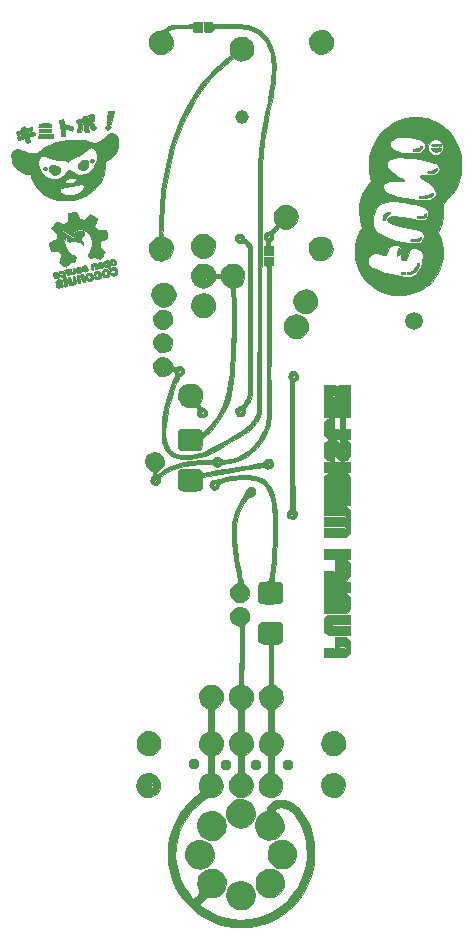
<source format=gbr>
G04 #@! TF.GenerationSoftware,KiCad,Pcbnew,5.0.2-bee76a0~70~ubuntu18.04.1*
G04 #@! TF.CreationDate,2019-04-19T09:49:41+03:00*
G04 #@! TF.ProjectId,Funifi_midistik_3_production,46756e69-6669-45f6-9d69-64697374696b,rev?*
G04 #@! TF.SameCoordinates,Original*
G04 #@! TF.FileFunction,Copper,L2,Bot*
G04 #@! TF.FilePolarity,Positive*
%FSLAX46Y46*%
G04 Gerber Fmt 4.6, Leading zero omitted, Abs format (unit mm)*
G04 Created by KiCad (PCBNEW 5.0.2-bee76a0~70~ubuntu18.04.1) date pe 19. huhtikuuta 2019 09.49.41*
%MOMM*%
%LPD*%
G01*
G04 APERTURE LIST*
G04 #@! TA.AperFunction,EtchedComponent*
%ADD10C,0.010000*%
G04 #@! TD*
G04 #@! TA.AperFunction,ComponentPad*
%ADD11C,0.767990*%
G04 #@! TD*
G04 #@! TA.AperFunction,ComponentPad*
%ADD12C,0.959988*%
G04 #@! TD*
G04 #@! TA.AperFunction,ComponentPad*
%ADD13C,1.158425*%
G04 #@! TD*
G04 #@! TA.AperFunction,ComponentPad*
%ADD14C,0.868099*%
G04 #@! TD*
G04 #@! TA.AperFunction,ComponentPad*
%ADD15C,1.562433*%
G04 #@! TD*
G04 #@! TA.AperFunction,ComponentPad*
%ADD16C,1.513538*%
G04 #@! TD*
G04 #@! TA.AperFunction,ComponentPad*
%ADD17C,0.281902*%
G04 #@! TD*
G04 APERTURE END LIST*
D10*
G04 #@! TO.C,G\002A\002A\002A*
G36*
X-2427124Y-18112818D02*
X-2146141Y-18208384D01*
X-1916830Y-18367017D01*
X-1746289Y-18580049D01*
X-1641616Y-18838811D01*
X-1609597Y-19111228D01*
X-1648093Y-19409550D01*
X-1759863Y-19666362D01*
X-1942787Y-19878186D01*
X-2169029Y-20028782D01*
X-2328333Y-20110054D01*
X-2328333Y-22088821D01*
X-2221433Y-22115651D01*
X-2098261Y-22175544D01*
X-1957291Y-22286760D01*
X-1822068Y-22426735D01*
X-1716139Y-22572906D01*
X-1687647Y-22627166D01*
X-1613728Y-22881981D01*
X-1609516Y-23148300D01*
X-1669063Y-23408472D01*
X-1786424Y-23644848D01*
X-1955654Y-23839779D01*
X-2136683Y-23960109D01*
X-2328333Y-24052886D01*
X-2328333Y-25609492D01*
X-2190750Y-25678912D01*
X-1945998Y-25844761D01*
X-1770383Y-26058937D01*
X-1665908Y-26318177D01*
X-1634370Y-26585333D01*
X-1670062Y-26881015D01*
X-1776077Y-27136192D01*
X-1944669Y-27343132D01*
X-2168093Y-27494100D01*
X-2438605Y-27581365D01*
X-2651001Y-27600403D01*
X-2769395Y-27603330D01*
X-2863098Y-27617001D01*
X-2953176Y-27650231D01*
X-3060698Y-27711839D01*
X-3206728Y-27810641D01*
X-3285414Y-27865916D01*
X-3763478Y-28249332D01*
X-4209984Y-28698667D01*
X-4610368Y-29196894D01*
X-4950064Y-29726986D01*
X-5069041Y-29950833D01*
X-5331357Y-30569129D01*
X-5514777Y-31210748D01*
X-5619189Y-31868015D01*
X-5644483Y-32533249D01*
X-5590548Y-33198775D01*
X-5457275Y-33856914D01*
X-5244552Y-34499988D01*
X-5138073Y-34749348D01*
X-5023173Y-34974414D01*
X-4870297Y-35235944D01*
X-4695948Y-35508611D01*
X-4516632Y-35767087D01*
X-4348852Y-35986046D01*
X-4278767Y-36068000D01*
X-4107619Y-36258500D01*
X-3893681Y-36025666D01*
X-3748214Y-35866380D01*
X-3653140Y-35753499D01*
X-3602225Y-35670484D01*
X-3589232Y-35600800D01*
X-3607926Y-35527910D01*
X-3652071Y-35435276D01*
X-3662959Y-35413807D01*
X-3736704Y-35197438D01*
X-3769682Y-34941814D01*
X-3769105Y-34924329D01*
X-3218036Y-34924329D01*
X-3177373Y-35117587D01*
X-3070208Y-35301637D01*
X-2999084Y-35377540D01*
X-2809668Y-35501186D01*
X-2598466Y-35548841D01*
X-2382415Y-35519807D01*
X-2178449Y-35413384D01*
X-2175945Y-35411483D01*
X-2013944Y-35238860D01*
X-1926936Y-35029286D01*
X-1917055Y-34805024D01*
X-1971018Y-34599039D01*
X-2087301Y-34436834D01*
X-2276121Y-34304459D01*
X-2288478Y-34297941D01*
X-2497377Y-34227573D01*
X-2693762Y-34230018D01*
X-2869920Y-34293558D01*
X-3018139Y-34406477D01*
X-3130706Y-34557056D01*
X-3199909Y-34733580D01*
X-3218036Y-34924329D01*
X-3769105Y-34924329D01*
X-3761069Y-34681003D01*
X-3710042Y-34449076D01*
X-3687639Y-34393065D01*
X-3522844Y-34125499D01*
X-3303622Y-33913464D01*
X-3043080Y-33763077D01*
X-2754322Y-33680453D01*
X-2450456Y-33671710D01*
X-2232232Y-33713849D01*
X-1944197Y-33835348D01*
X-1710167Y-34019250D01*
X-1523042Y-34271481D01*
X-1488744Y-34334256D01*
X-1414531Y-34485620D01*
X-1373703Y-34603565D01*
X-1358365Y-34724993D01*
X-1360625Y-34886803D01*
X-1362385Y-34925000D01*
X-1412813Y-35256532D01*
X-1530129Y-35536375D01*
X-1715228Y-35765883D01*
X-1969009Y-35946412D01*
X-2072183Y-35997361D01*
X-2267103Y-36055964D01*
X-2504873Y-36085386D01*
X-2747879Y-36082795D01*
X-2903030Y-36059952D01*
X-2966406Y-36050818D01*
X-3022136Y-36063042D01*
X-3085264Y-36107447D01*
X-3170835Y-36194860D01*
X-3293891Y-36336106D01*
X-3305197Y-36349342D01*
X-3422175Y-36488323D01*
X-3516786Y-36604391D01*
X-3576412Y-36681865D01*
X-3590279Y-36703643D01*
X-3564371Y-36746639D01*
X-3478238Y-36822114D01*
X-3345402Y-36920961D01*
X-3179388Y-37034072D01*
X-2993719Y-37152342D01*
X-2801921Y-37266662D01*
X-2617516Y-37367927D01*
X-2561167Y-37396640D01*
X-1962605Y-37655807D01*
X-1360487Y-37836197D01*
X-739020Y-37941503D01*
X-87392Y-37975424D01*
X610271Y-37935827D01*
X1277156Y-37817392D01*
X1912354Y-37620504D01*
X2514955Y-37345549D01*
X3084050Y-36992912D01*
X3618727Y-36562978D01*
X3908259Y-36282947D01*
X4357779Y-35764259D01*
X4732389Y-35210803D01*
X5034958Y-34617134D01*
X5268354Y-33977806D01*
X5404355Y-33443333D01*
X5444129Y-33183918D01*
X5469887Y-32865233D01*
X5481629Y-32511505D01*
X5479351Y-32146964D01*
X5463052Y-31795837D01*
X5432728Y-31482353D01*
X5404575Y-31305500D01*
X5274003Y-30751317D01*
X5108128Y-30259070D01*
X4900007Y-29810920D01*
X4680132Y-29444461D01*
X4460901Y-29148209D01*
X4231335Y-28898600D01*
X4004429Y-28708731D01*
X3866804Y-28624716D01*
X3588155Y-28520727D01*
X3302321Y-28483079D01*
X3031180Y-28513444D01*
X2914292Y-28551996D01*
X2854058Y-28603215D01*
X2800618Y-28688343D01*
X2766623Y-28778429D01*
X2764722Y-28844525D01*
X2779890Y-28859574D01*
X2839223Y-28889501D01*
X2941797Y-28949653D01*
X3013144Y-28993975D01*
X3230314Y-29179599D01*
X3395443Y-29419104D01*
X3501067Y-29694394D01*
X3539721Y-29987368D01*
X3518173Y-30218555D01*
X3417086Y-30533589D01*
X3254358Y-30792317D01*
X3034793Y-30990904D01*
X2763195Y-31125519D01*
X2444368Y-31192327D01*
X2289042Y-31199253D01*
X1980948Y-31160627D01*
X1708687Y-31052176D01*
X1479025Y-30883597D01*
X1298731Y-30664584D01*
X1174569Y-30404835D01*
X1113308Y-30114046D01*
X1114909Y-30054555D01*
X1671209Y-30054555D01*
X1690884Y-30174569D01*
X1750468Y-30307800D01*
X1844912Y-30439743D01*
X1872432Y-30468572D01*
X2060603Y-30615146D01*
X2245554Y-30680940D01*
X2440595Y-30668214D01*
X2626106Y-30596416D01*
X2815106Y-30461232D01*
X2937757Y-30290375D01*
X2995681Y-30098654D01*
X2990503Y-29900876D01*
X2923844Y-29711847D01*
X2797330Y-29546375D01*
X2612583Y-29419267D01*
X2491935Y-29372614D01*
X2284163Y-29350151D01*
X2087546Y-29399393D01*
X1915015Y-29507397D01*
X1779496Y-29661221D01*
X1693917Y-29847921D01*
X1671209Y-30054555D01*
X1114909Y-30054555D01*
X1121713Y-29801911D01*
X1167665Y-29592423D01*
X1271954Y-29369271D01*
X1438471Y-29158361D01*
X1645362Y-28981879D01*
X1870775Y-28862011D01*
X1895772Y-28853231D01*
X2029269Y-28801575D01*
X2097269Y-28752159D01*
X2117517Y-28691768D01*
X2117596Y-28688014D01*
X2147984Y-28545131D01*
X2225964Y-28376850D01*
X2335404Y-28213523D01*
X2418571Y-28121717D01*
X2639703Y-27968003D01*
X2910439Y-27872380D01*
X3218314Y-27835357D01*
X3550862Y-27857441D01*
X3895617Y-27939143D01*
X4176496Y-28049954D01*
X4365143Y-28163671D01*
X4578340Y-28333362D01*
X4798041Y-28541829D01*
X5006204Y-28771875D01*
X5184784Y-29006300D01*
X5193740Y-29019500D01*
X5478885Y-29506765D01*
X5721487Y-30054242D01*
X5915151Y-30645580D01*
X6038016Y-31178500D01*
X6079492Y-31474707D01*
X6106382Y-31826053D01*
X6118855Y-32210069D01*
X6117084Y-32604285D01*
X6101238Y-32986231D01*
X6071490Y-33333436D01*
X6028010Y-33623431D01*
X6019081Y-33666262D01*
X5846376Y-34315250D01*
X5621947Y-34912057D01*
X5337092Y-35477427D01*
X5094917Y-35868835D01*
X4850507Y-36201629D01*
X4554215Y-36550391D01*
X4228765Y-36891061D01*
X3896883Y-37199579D01*
X3642384Y-37406796D01*
X3401173Y-37572031D01*
X3105503Y-37748597D01*
X2777960Y-37925110D01*
X2441131Y-38090191D01*
X2117602Y-38232458D01*
X1829959Y-38340530D01*
X1724481Y-38373214D01*
X1153402Y-38506882D01*
X559793Y-38593265D01*
X-28607Y-38629605D01*
X-584058Y-38613147D01*
X-639966Y-38608185D01*
X-1353887Y-38499138D01*
X-2042046Y-38312252D01*
X-2698862Y-38051325D01*
X-3318752Y-37720156D01*
X-3896135Y-37322541D01*
X-4425428Y-36862278D01*
X-4901050Y-36343165D01*
X-5317419Y-35769001D01*
X-5636742Y-35208587D01*
X-5920036Y-34552980D01*
X-6123890Y-33876291D01*
X-6248729Y-33185542D01*
X-6294980Y-32487754D01*
X-6263070Y-31789950D01*
X-6153423Y-31099148D01*
X-5966467Y-30422372D01*
X-5702627Y-29766641D01*
X-5362330Y-29138978D01*
X-5258457Y-28976832D01*
X-4855677Y-28432099D01*
X-4403481Y-27943322D01*
X-3887779Y-27495763D01*
X-3723026Y-27370610D01*
X-3487885Y-27197041D01*
X-3568509Y-27012152D01*
X-3627071Y-26807117D01*
X-3646102Y-26586665D01*
X-3048000Y-26586665D01*
X-3013065Y-26765439D01*
X-2920072Y-26900311D01*
X-2786739Y-26983280D01*
X-2630784Y-27006346D01*
X-2469926Y-26961508D01*
X-2371230Y-26892250D01*
X-2251682Y-26741826D01*
X-2216552Y-26585174D01*
X-2265803Y-26422048D01*
X-2293518Y-26376930D01*
X-2423157Y-26245644D01*
X-2574206Y-26181855D01*
X-2729097Y-26180680D01*
X-2870263Y-26237235D01*
X-2980139Y-26346638D01*
X-3041156Y-26504005D01*
X-3048000Y-26586665D01*
X-3646102Y-26586665D01*
X-3647350Y-26572215D01*
X-3628445Y-26345254D01*
X-3587815Y-26202522D01*
X-3487080Y-26025457D01*
X-3346882Y-25861275D01*
X-3186552Y-25726622D01*
X-3025424Y-25638141D01*
X-2901520Y-25611666D01*
X-2878203Y-25601940D01*
X-2861094Y-25565504D01*
X-2849276Y-25491470D01*
X-2841833Y-25368948D01*
X-2837849Y-25187051D01*
X-2836408Y-24934890D01*
X-2836333Y-24837004D01*
X-2836333Y-24062341D01*
X-2987302Y-24007751D01*
X-3187031Y-23899364D01*
X-3371700Y-23735029D01*
X-3511044Y-23542084D01*
X-3518498Y-23527862D01*
X-3612263Y-23258173D01*
X-3626561Y-23024685D01*
X-3035654Y-23024685D01*
X-3008081Y-23192370D01*
X-3003253Y-23204495D01*
X-2908326Y-23344309D01*
X-2770463Y-23441620D01*
X-2616779Y-23479800D01*
X-2561167Y-23475581D01*
X-2449062Y-23429117D01*
X-2335863Y-23343764D01*
X-2317750Y-23325103D01*
X-2218787Y-23165124D01*
X-2202035Y-23000008D01*
X-2267350Y-22840631D01*
X-2325077Y-22772076D01*
X-2470141Y-22674962D01*
X-2625259Y-22646737D01*
X-2774900Y-22677500D01*
X-2903533Y-22757347D01*
X-2995628Y-22876376D01*
X-3035654Y-23024685D01*
X-3626561Y-23024685D01*
X-3629084Y-22983485D01*
X-3573781Y-22718297D01*
X-3451175Y-22477110D01*
X-3266085Y-22274424D01*
X-3057240Y-22140333D01*
X-2837576Y-22034500D01*
X-2836955Y-21074699D01*
X-2836333Y-20114899D01*
X-2975057Y-20069116D01*
X-3162254Y-19973469D01*
X-3343968Y-19822777D01*
X-3490549Y-19643141D01*
X-3524222Y-19585655D01*
X-3594855Y-19379824D01*
X-3621286Y-19136736D01*
X-3619603Y-19113500D01*
X-3048000Y-19113500D01*
X-3013386Y-19247877D01*
X-2925687Y-19382150D01*
X-2809117Y-19481669D01*
X-2780677Y-19496038D01*
X-2684666Y-19537695D01*
X-2627343Y-19550743D01*
X-2567856Y-19535581D01*
X-2480673Y-19498971D01*
X-2320727Y-19394419D01*
X-2226573Y-19252097D01*
X-2202784Y-19089193D01*
X-2253931Y-18922897D01*
X-2307042Y-18846201D01*
X-2447661Y-18726519D01*
X-2602651Y-18689311D01*
X-2769665Y-18728448D01*
X-2896999Y-18816151D01*
X-2997081Y-18946286D01*
X-3046325Y-19086222D01*
X-3048000Y-19113500D01*
X-3619603Y-19113500D01*
X-3603469Y-18890788D01*
X-3541357Y-18676380D01*
X-3525487Y-18643825D01*
X-3359658Y-18414313D01*
X-3142037Y-18241065D01*
X-2888480Y-18131746D01*
X-2614837Y-18094020D01*
X-2427124Y-18112818D01*
X-2427124Y-18112818D01*
G37*
X-2427124Y-18112818D02*
X-2146141Y-18208384D01*
X-1916830Y-18367017D01*
X-1746289Y-18580049D01*
X-1641616Y-18838811D01*
X-1609597Y-19111228D01*
X-1648093Y-19409550D01*
X-1759863Y-19666362D01*
X-1942787Y-19878186D01*
X-2169029Y-20028782D01*
X-2328333Y-20110054D01*
X-2328333Y-22088821D01*
X-2221433Y-22115651D01*
X-2098261Y-22175544D01*
X-1957291Y-22286760D01*
X-1822068Y-22426735D01*
X-1716139Y-22572906D01*
X-1687647Y-22627166D01*
X-1613728Y-22881981D01*
X-1609516Y-23148300D01*
X-1669063Y-23408472D01*
X-1786424Y-23644848D01*
X-1955654Y-23839779D01*
X-2136683Y-23960109D01*
X-2328333Y-24052886D01*
X-2328333Y-25609492D01*
X-2190750Y-25678912D01*
X-1945998Y-25844761D01*
X-1770383Y-26058937D01*
X-1665908Y-26318177D01*
X-1634370Y-26585333D01*
X-1670062Y-26881015D01*
X-1776077Y-27136192D01*
X-1944669Y-27343132D01*
X-2168093Y-27494100D01*
X-2438605Y-27581365D01*
X-2651001Y-27600403D01*
X-2769395Y-27603330D01*
X-2863098Y-27617001D01*
X-2953176Y-27650231D01*
X-3060698Y-27711839D01*
X-3206728Y-27810641D01*
X-3285414Y-27865916D01*
X-3763478Y-28249332D01*
X-4209984Y-28698667D01*
X-4610368Y-29196894D01*
X-4950064Y-29726986D01*
X-5069041Y-29950833D01*
X-5331357Y-30569129D01*
X-5514777Y-31210748D01*
X-5619189Y-31868015D01*
X-5644483Y-32533249D01*
X-5590548Y-33198775D01*
X-5457275Y-33856914D01*
X-5244552Y-34499988D01*
X-5138073Y-34749348D01*
X-5023173Y-34974414D01*
X-4870297Y-35235944D01*
X-4695948Y-35508611D01*
X-4516632Y-35767087D01*
X-4348852Y-35986046D01*
X-4278767Y-36068000D01*
X-4107619Y-36258500D01*
X-3893681Y-36025666D01*
X-3748214Y-35866380D01*
X-3653140Y-35753499D01*
X-3602225Y-35670484D01*
X-3589232Y-35600800D01*
X-3607926Y-35527910D01*
X-3652071Y-35435276D01*
X-3662959Y-35413807D01*
X-3736704Y-35197438D01*
X-3769682Y-34941814D01*
X-3769105Y-34924329D01*
X-3218036Y-34924329D01*
X-3177373Y-35117587D01*
X-3070208Y-35301637D01*
X-2999084Y-35377540D01*
X-2809668Y-35501186D01*
X-2598466Y-35548841D01*
X-2382415Y-35519807D01*
X-2178449Y-35413384D01*
X-2175945Y-35411483D01*
X-2013944Y-35238860D01*
X-1926936Y-35029286D01*
X-1917055Y-34805024D01*
X-1971018Y-34599039D01*
X-2087301Y-34436834D01*
X-2276121Y-34304459D01*
X-2288478Y-34297941D01*
X-2497377Y-34227573D01*
X-2693762Y-34230018D01*
X-2869920Y-34293558D01*
X-3018139Y-34406477D01*
X-3130706Y-34557056D01*
X-3199909Y-34733580D01*
X-3218036Y-34924329D01*
X-3769105Y-34924329D01*
X-3761069Y-34681003D01*
X-3710042Y-34449076D01*
X-3687639Y-34393065D01*
X-3522844Y-34125499D01*
X-3303622Y-33913464D01*
X-3043080Y-33763077D01*
X-2754322Y-33680453D01*
X-2450456Y-33671710D01*
X-2232232Y-33713849D01*
X-1944197Y-33835348D01*
X-1710167Y-34019250D01*
X-1523042Y-34271481D01*
X-1488744Y-34334256D01*
X-1414531Y-34485620D01*
X-1373703Y-34603565D01*
X-1358365Y-34724993D01*
X-1360625Y-34886803D01*
X-1362385Y-34925000D01*
X-1412813Y-35256532D01*
X-1530129Y-35536375D01*
X-1715228Y-35765883D01*
X-1969009Y-35946412D01*
X-2072183Y-35997361D01*
X-2267103Y-36055964D01*
X-2504873Y-36085386D01*
X-2747879Y-36082795D01*
X-2903030Y-36059952D01*
X-2966406Y-36050818D01*
X-3022136Y-36063042D01*
X-3085264Y-36107447D01*
X-3170835Y-36194860D01*
X-3293891Y-36336106D01*
X-3305197Y-36349342D01*
X-3422175Y-36488323D01*
X-3516786Y-36604391D01*
X-3576412Y-36681865D01*
X-3590279Y-36703643D01*
X-3564371Y-36746639D01*
X-3478238Y-36822114D01*
X-3345402Y-36920961D01*
X-3179388Y-37034072D01*
X-2993719Y-37152342D01*
X-2801921Y-37266662D01*
X-2617516Y-37367927D01*
X-2561167Y-37396640D01*
X-1962605Y-37655807D01*
X-1360487Y-37836197D01*
X-739020Y-37941503D01*
X-87392Y-37975424D01*
X610271Y-37935827D01*
X1277156Y-37817392D01*
X1912354Y-37620504D01*
X2514955Y-37345549D01*
X3084050Y-36992912D01*
X3618727Y-36562978D01*
X3908259Y-36282947D01*
X4357779Y-35764259D01*
X4732389Y-35210803D01*
X5034958Y-34617134D01*
X5268354Y-33977806D01*
X5404355Y-33443333D01*
X5444129Y-33183918D01*
X5469887Y-32865233D01*
X5481629Y-32511505D01*
X5479351Y-32146964D01*
X5463052Y-31795837D01*
X5432728Y-31482353D01*
X5404575Y-31305500D01*
X5274003Y-30751317D01*
X5108128Y-30259070D01*
X4900007Y-29810920D01*
X4680132Y-29444461D01*
X4460901Y-29148209D01*
X4231335Y-28898600D01*
X4004429Y-28708731D01*
X3866804Y-28624716D01*
X3588155Y-28520727D01*
X3302321Y-28483079D01*
X3031180Y-28513444D01*
X2914292Y-28551996D01*
X2854058Y-28603215D01*
X2800618Y-28688343D01*
X2766623Y-28778429D01*
X2764722Y-28844525D01*
X2779890Y-28859574D01*
X2839223Y-28889501D01*
X2941797Y-28949653D01*
X3013144Y-28993975D01*
X3230314Y-29179599D01*
X3395443Y-29419104D01*
X3501067Y-29694394D01*
X3539721Y-29987368D01*
X3518173Y-30218555D01*
X3417086Y-30533589D01*
X3254358Y-30792317D01*
X3034793Y-30990904D01*
X2763195Y-31125519D01*
X2444368Y-31192327D01*
X2289042Y-31199253D01*
X1980948Y-31160627D01*
X1708687Y-31052176D01*
X1479025Y-30883597D01*
X1298731Y-30664584D01*
X1174569Y-30404835D01*
X1113308Y-30114046D01*
X1114909Y-30054555D01*
X1671209Y-30054555D01*
X1690884Y-30174569D01*
X1750468Y-30307800D01*
X1844912Y-30439743D01*
X1872432Y-30468572D01*
X2060603Y-30615146D01*
X2245554Y-30680940D01*
X2440595Y-30668214D01*
X2626106Y-30596416D01*
X2815106Y-30461232D01*
X2937757Y-30290375D01*
X2995681Y-30098654D01*
X2990503Y-29900876D01*
X2923844Y-29711847D01*
X2797330Y-29546375D01*
X2612583Y-29419267D01*
X2491935Y-29372614D01*
X2284163Y-29350151D01*
X2087546Y-29399393D01*
X1915015Y-29507397D01*
X1779496Y-29661221D01*
X1693917Y-29847921D01*
X1671209Y-30054555D01*
X1114909Y-30054555D01*
X1121713Y-29801911D01*
X1167665Y-29592423D01*
X1271954Y-29369271D01*
X1438471Y-29158361D01*
X1645362Y-28981879D01*
X1870775Y-28862011D01*
X1895772Y-28853231D01*
X2029269Y-28801575D01*
X2097269Y-28752159D01*
X2117517Y-28691768D01*
X2117596Y-28688014D01*
X2147984Y-28545131D01*
X2225964Y-28376850D01*
X2335404Y-28213523D01*
X2418571Y-28121717D01*
X2639703Y-27968003D01*
X2910439Y-27872380D01*
X3218314Y-27835357D01*
X3550862Y-27857441D01*
X3895617Y-27939143D01*
X4176496Y-28049954D01*
X4365143Y-28163671D01*
X4578340Y-28333362D01*
X4798041Y-28541829D01*
X5006204Y-28771875D01*
X5184784Y-29006300D01*
X5193740Y-29019500D01*
X5478885Y-29506765D01*
X5721487Y-30054242D01*
X5915151Y-30645580D01*
X6038016Y-31178500D01*
X6079492Y-31474707D01*
X6106382Y-31826053D01*
X6118855Y-32210069D01*
X6117084Y-32604285D01*
X6101238Y-32986231D01*
X6071490Y-33333436D01*
X6028010Y-33623431D01*
X6019081Y-33666262D01*
X5846376Y-34315250D01*
X5621947Y-34912057D01*
X5337092Y-35477427D01*
X5094917Y-35868835D01*
X4850507Y-36201629D01*
X4554215Y-36550391D01*
X4228765Y-36891061D01*
X3896883Y-37199579D01*
X3642384Y-37406796D01*
X3401173Y-37572031D01*
X3105503Y-37748597D01*
X2777960Y-37925110D01*
X2441131Y-38090191D01*
X2117602Y-38232458D01*
X1829959Y-38340530D01*
X1724481Y-38373214D01*
X1153402Y-38506882D01*
X559793Y-38593265D01*
X-28607Y-38629605D01*
X-584058Y-38613147D01*
X-639966Y-38608185D01*
X-1353887Y-38499138D01*
X-2042046Y-38312252D01*
X-2698862Y-38051325D01*
X-3318752Y-37720156D01*
X-3896135Y-37322541D01*
X-4425428Y-36862278D01*
X-4901050Y-36343165D01*
X-5317419Y-35769001D01*
X-5636742Y-35208587D01*
X-5920036Y-34552980D01*
X-6123890Y-33876291D01*
X-6248729Y-33185542D01*
X-6294980Y-32487754D01*
X-6263070Y-31789950D01*
X-6153423Y-31099148D01*
X-5966467Y-30422372D01*
X-5702627Y-29766641D01*
X-5362330Y-29138978D01*
X-5258457Y-28976832D01*
X-4855677Y-28432099D01*
X-4403481Y-27943322D01*
X-3887779Y-27495763D01*
X-3723026Y-27370610D01*
X-3487885Y-27197041D01*
X-3568509Y-27012152D01*
X-3627071Y-26807117D01*
X-3646102Y-26586665D01*
X-3048000Y-26586665D01*
X-3013065Y-26765439D01*
X-2920072Y-26900311D01*
X-2786739Y-26983280D01*
X-2630784Y-27006346D01*
X-2469926Y-26961508D01*
X-2371230Y-26892250D01*
X-2251682Y-26741826D01*
X-2216552Y-26585174D01*
X-2265803Y-26422048D01*
X-2293518Y-26376930D01*
X-2423157Y-26245644D01*
X-2574206Y-26181855D01*
X-2729097Y-26180680D01*
X-2870263Y-26237235D01*
X-2980139Y-26346638D01*
X-3041156Y-26504005D01*
X-3048000Y-26586665D01*
X-3646102Y-26586665D01*
X-3647350Y-26572215D01*
X-3628445Y-26345254D01*
X-3587815Y-26202522D01*
X-3487080Y-26025457D01*
X-3346882Y-25861275D01*
X-3186552Y-25726622D01*
X-3025424Y-25638141D01*
X-2901520Y-25611666D01*
X-2878203Y-25601940D01*
X-2861094Y-25565504D01*
X-2849276Y-25491470D01*
X-2841833Y-25368948D01*
X-2837849Y-25187051D01*
X-2836408Y-24934890D01*
X-2836333Y-24837004D01*
X-2836333Y-24062341D01*
X-2987302Y-24007751D01*
X-3187031Y-23899364D01*
X-3371700Y-23735029D01*
X-3511044Y-23542084D01*
X-3518498Y-23527862D01*
X-3612263Y-23258173D01*
X-3626561Y-23024685D01*
X-3035654Y-23024685D01*
X-3008081Y-23192370D01*
X-3003253Y-23204495D01*
X-2908326Y-23344309D01*
X-2770463Y-23441620D01*
X-2616779Y-23479800D01*
X-2561167Y-23475581D01*
X-2449062Y-23429117D01*
X-2335863Y-23343764D01*
X-2317750Y-23325103D01*
X-2218787Y-23165124D01*
X-2202035Y-23000008D01*
X-2267350Y-22840631D01*
X-2325077Y-22772076D01*
X-2470141Y-22674962D01*
X-2625259Y-22646737D01*
X-2774900Y-22677500D01*
X-2903533Y-22757347D01*
X-2995628Y-22876376D01*
X-3035654Y-23024685D01*
X-3626561Y-23024685D01*
X-3629084Y-22983485D01*
X-3573781Y-22718297D01*
X-3451175Y-22477110D01*
X-3266085Y-22274424D01*
X-3057240Y-22140333D01*
X-2837576Y-22034500D01*
X-2836955Y-21074699D01*
X-2836333Y-20114899D01*
X-2975057Y-20069116D01*
X-3162254Y-19973469D01*
X-3343968Y-19822777D01*
X-3490549Y-19643141D01*
X-3524222Y-19585655D01*
X-3594855Y-19379824D01*
X-3621286Y-19136736D01*
X-3619603Y-19113500D01*
X-3048000Y-19113500D01*
X-3013386Y-19247877D01*
X-2925687Y-19382150D01*
X-2809117Y-19481669D01*
X-2780677Y-19496038D01*
X-2684666Y-19537695D01*
X-2627343Y-19550743D01*
X-2567856Y-19535581D01*
X-2480673Y-19498971D01*
X-2320727Y-19394419D01*
X-2226573Y-19252097D01*
X-2202784Y-19089193D01*
X-2253931Y-18922897D01*
X-2307042Y-18846201D01*
X-2447661Y-18726519D01*
X-2602651Y-18689311D01*
X-2769665Y-18728448D01*
X-2896999Y-18816151D01*
X-2997081Y-18946286D01*
X-3046325Y-19086222D01*
X-3048000Y-19113500D01*
X-3619603Y-19113500D01*
X-3603469Y-18890788D01*
X-3541357Y-18676380D01*
X-3525487Y-18643825D01*
X-3359658Y-18414313D01*
X-3142037Y-18241065D01*
X-2888480Y-18131746D01*
X-2614837Y-18094020D01*
X-2427124Y-18112818D01*
G36*
X217505Y-34752198D02*
X502005Y-34861187D01*
X739978Y-35033437D01*
X923741Y-35261260D01*
X1045608Y-35536966D01*
X1097892Y-35852868D01*
X1099323Y-35919833D01*
X1059575Y-36241875D01*
X945020Y-36530426D01*
X760937Y-36776698D01*
X512604Y-36971903D01*
X444500Y-37009933D01*
X299058Y-37060647D01*
X103427Y-37096914D01*
X-110032Y-37115915D01*
X-308961Y-37114829D01*
X-461001Y-37090837D01*
X-465941Y-37089265D01*
X-757862Y-36952114D01*
X-994850Y-36754546D01*
X-1170356Y-36505624D01*
X-1277831Y-36214412D01*
X-1310990Y-35919833D01*
X-762000Y-35919833D01*
X-723222Y-36149455D01*
X-608149Y-36343806D01*
X-418676Y-36500093D01*
X-338667Y-36543565D01*
X-222442Y-36567845D01*
X-63424Y-36562333D01*
X103890Y-36531795D01*
X245001Y-36480996D01*
X284410Y-36457490D01*
X432659Y-36305347D01*
X519025Y-36117243D01*
X544981Y-35911832D01*
X512001Y-35707767D01*
X421559Y-35523701D01*
X275129Y-35378288D01*
X195519Y-35332385D01*
X-26963Y-35267472D01*
X-243084Y-35276638D01*
X-438691Y-35351199D01*
X-599634Y-35482475D01*
X-711761Y-35661784D01*
X-760922Y-35880443D01*
X-762000Y-35919833D01*
X-1310990Y-35919833D01*
X-1273465Y-35596852D01*
X-1164828Y-35312536D01*
X-992766Y-35074575D01*
X-764964Y-34890657D01*
X-489108Y-34768471D01*
X-172883Y-34715706D01*
X-105833Y-34714160D01*
X217505Y-34752198D01*
X217505Y-34752198D01*
G37*
X217505Y-34752198D02*
X502005Y-34861187D01*
X739978Y-35033437D01*
X923741Y-35261260D01*
X1045608Y-35536966D01*
X1097892Y-35852868D01*
X1099323Y-35919833D01*
X1059575Y-36241875D01*
X945020Y-36530426D01*
X760937Y-36776698D01*
X512604Y-36971903D01*
X444500Y-37009933D01*
X299058Y-37060647D01*
X103427Y-37096914D01*
X-110032Y-37115915D01*
X-308961Y-37114829D01*
X-461001Y-37090837D01*
X-465941Y-37089265D01*
X-757862Y-36952114D01*
X-994850Y-36754546D01*
X-1170356Y-36505624D01*
X-1277831Y-36214412D01*
X-1310990Y-35919833D01*
X-762000Y-35919833D01*
X-723222Y-36149455D01*
X-608149Y-36343806D01*
X-418676Y-36500093D01*
X-338667Y-36543565D01*
X-222442Y-36567845D01*
X-63424Y-36562333D01*
X103890Y-36531795D01*
X245001Y-36480996D01*
X284410Y-36457490D01*
X432659Y-36305347D01*
X519025Y-36117243D01*
X544981Y-35911832D01*
X512001Y-35707767D01*
X421559Y-35523701D01*
X275129Y-35378288D01*
X195519Y-35332385D01*
X-26963Y-35267472D01*
X-243084Y-35276638D01*
X-438691Y-35351199D01*
X-599634Y-35482475D01*
X-711761Y-35661784D01*
X-760922Y-35880443D01*
X-762000Y-35919833D01*
X-1310990Y-35919833D01*
X-1273465Y-35596852D01*
X-1164828Y-35312536D01*
X-992766Y-35074575D01*
X-764964Y-34890657D01*
X-489108Y-34768471D01*
X-172883Y-34715706D01*
X-105833Y-34714160D01*
X217505Y-34752198D01*
G36*
X2609524Y-33700115D02*
X2896326Y-33801245D01*
X2903918Y-33805094D01*
X3168527Y-33984383D01*
X3367430Y-34215214D01*
X3497013Y-34491568D01*
X3553658Y-34807424D01*
X3556000Y-34890620D01*
X3517204Y-35208939D01*
X3406308Y-35491850D01*
X3231553Y-35730668D01*
X3001177Y-35916710D01*
X2723419Y-36041289D01*
X2413000Y-36095387D01*
X2118925Y-36083904D01*
X1937412Y-36040837D01*
X1691504Y-35916020D01*
X1467114Y-35727645D01*
X1289124Y-35496751D01*
X1284223Y-35488470D01*
X1195873Y-35270631D01*
X1150356Y-35009857D01*
X1150267Y-34857806D01*
X1695410Y-34857806D01*
X1719085Y-35061215D01*
X1802624Y-35251224D01*
X1944400Y-35411344D01*
X2116688Y-35514703D01*
X2270195Y-35545117D01*
X2452944Y-35534694D01*
X2623167Y-35488441D01*
X2703586Y-35444345D01*
X2879114Y-35268722D01*
X2980928Y-35060480D01*
X3005667Y-34882666D01*
X2967843Y-34658151D01*
X2854412Y-34471712D01*
X2665435Y-34323439D01*
X2613693Y-34295933D01*
X2418893Y-34226726D01*
X2238814Y-34228796D01*
X2048896Y-34303589D01*
X1999863Y-34332069D01*
X1834170Y-34476744D01*
X1733228Y-34657486D01*
X1695410Y-34857806D01*
X1150267Y-34857806D01*
X1150196Y-34737672D01*
X1197918Y-34485597D01*
X1202707Y-34470752D01*
X1332808Y-34204546D01*
X1522520Y-33986456D01*
X1758445Y-33821726D01*
X2027186Y-33715598D01*
X2315345Y-33673314D01*
X2609524Y-33700115D01*
X2609524Y-33700115D01*
G37*
X2609524Y-33700115D02*
X2896326Y-33801245D01*
X2903918Y-33805094D01*
X3168527Y-33984383D01*
X3367430Y-34215214D01*
X3497013Y-34491568D01*
X3553658Y-34807424D01*
X3556000Y-34890620D01*
X3517204Y-35208939D01*
X3406308Y-35491850D01*
X3231553Y-35730668D01*
X3001177Y-35916710D01*
X2723419Y-36041289D01*
X2413000Y-36095387D01*
X2118925Y-36083904D01*
X1937412Y-36040837D01*
X1691504Y-35916020D01*
X1467114Y-35727645D01*
X1289124Y-35496751D01*
X1284223Y-35488470D01*
X1195873Y-35270631D01*
X1150356Y-35009857D01*
X1150267Y-34857806D01*
X1695410Y-34857806D01*
X1719085Y-35061215D01*
X1802624Y-35251224D01*
X1944400Y-35411344D01*
X2116688Y-35514703D01*
X2270195Y-35545117D01*
X2452944Y-35534694D01*
X2623167Y-35488441D01*
X2703586Y-35444345D01*
X2879114Y-35268722D01*
X2980928Y-35060480D01*
X3005667Y-34882666D01*
X2967843Y-34658151D01*
X2854412Y-34471712D01*
X2665435Y-34323439D01*
X2613693Y-34295933D01*
X2418893Y-34226726D01*
X2238814Y-34228796D01*
X2048896Y-34303589D01*
X1999863Y-34332069D01*
X1834170Y-34476744D01*
X1733228Y-34657486D01*
X1695410Y-34857806D01*
X1150267Y-34857806D01*
X1150196Y-34737672D01*
X1197918Y-34485597D01*
X1202707Y-34470752D01*
X1332808Y-34204546D01*
X1522520Y-33986456D01*
X1758445Y-33821726D01*
X2027186Y-33715598D01*
X2315345Y-33673314D01*
X2609524Y-33700115D01*
G36*
X-3230933Y-31289222D02*
X-2951944Y-31419312D01*
X-2729404Y-31598713D01*
X-2541228Y-31842675D01*
X-2424608Y-32113623D01*
X-2377272Y-32398404D01*
X-2396946Y-32683867D01*
X-2481356Y-32956861D01*
X-2628230Y-33204236D01*
X-2835294Y-33412839D01*
X-3067554Y-33554856D01*
X-3289949Y-33623807D01*
X-3552323Y-33652257D01*
X-3819699Y-33639078D01*
X-4047687Y-33586540D01*
X-4282176Y-33462414D01*
X-4493065Y-33272553D01*
X-4660260Y-33035816D01*
X-4684661Y-32988668D01*
X-4754769Y-32824284D01*
X-4790437Y-32671750D01*
X-4801192Y-32487045D01*
X-4801231Y-32450009D01*
X-4792128Y-32366663D01*
X-4252238Y-32366663D01*
X-4246763Y-32536579D01*
X-4182045Y-32720601D01*
X-4071931Y-32890103D01*
X-3941323Y-33009355D01*
X-3751172Y-33089123D01*
X-3540104Y-33103828D01*
X-3338749Y-33053466D01*
X-3259236Y-33009416D01*
X-3085244Y-32863664D01*
X-2984030Y-32704360D01*
X-2943994Y-32510980D01*
X-2942167Y-32448500D01*
X-2967279Y-32242023D01*
X-3050348Y-32075318D01*
X-3202977Y-31927862D01*
X-3259236Y-31887583D01*
X-3449938Y-31803877D01*
X-3650891Y-31793239D01*
X-3846459Y-31848127D01*
X-4021006Y-31960997D01*
X-4158898Y-32124305D01*
X-4244498Y-32330508D01*
X-4252238Y-32366663D01*
X-4792128Y-32366663D01*
X-4765555Y-32123378D01*
X-4660550Y-31845005D01*
X-4484829Y-31612627D01*
X-4237005Y-31423977D01*
X-4140209Y-31371456D01*
X-3836380Y-31263472D01*
X-3529517Y-31236668D01*
X-3230933Y-31289222D01*
X-3230933Y-31289222D01*
G37*
X-3230933Y-31289222D02*
X-2951944Y-31419312D01*
X-2729404Y-31598713D01*
X-2541228Y-31842675D01*
X-2424608Y-32113623D01*
X-2377272Y-32398404D01*
X-2396946Y-32683867D01*
X-2481356Y-32956861D01*
X-2628230Y-33204236D01*
X-2835294Y-33412839D01*
X-3067554Y-33554856D01*
X-3289949Y-33623807D01*
X-3552323Y-33652257D01*
X-3819699Y-33639078D01*
X-4047687Y-33586540D01*
X-4282176Y-33462414D01*
X-4493065Y-33272553D01*
X-4660260Y-33035816D01*
X-4684661Y-32988668D01*
X-4754769Y-32824284D01*
X-4790437Y-32671750D01*
X-4801192Y-32487045D01*
X-4801231Y-32450009D01*
X-4792128Y-32366663D01*
X-4252238Y-32366663D01*
X-4246763Y-32536579D01*
X-4182045Y-32720601D01*
X-4071931Y-32890103D01*
X-3941323Y-33009355D01*
X-3751172Y-33089123D01*
X-3540104Y-33103828D01*
X-3338749Y-33053466D01*
X-3259236Y-33009416D01*
X-3085244Y-32863664D01*
X-2984030Y-32704360D01*
X-2943994Y-32510980D01*
X-2942167Y-32448500D01*
X-2967279Y-32242023D01*
X-3050348Y-32075318D01*
X-3202977Y-31927862D01*
X-3259236Y-31887583D01*
X-3449938Y-31803877D01*
X-3650891Y-31793239D01*
X-3846459Y-31848127D01*
X-4021006Y-31960997D01*
X-4158898Y-32124305D01*
X-4244498Y-32330508D01*
X-4252238Y-32366663D01*
X-4792128Y-32366663D01*
X-4765555Y-32123378D01*
X-4660550Y-31845005D01*
X-4484829Y-31612627D01*
X-4237005Y-31423977D01*
X-4140209Y-31371456D01*
X-3836380Y-31263472D01*
X-3529517Y-31236668D01*
X-3230933Y-31289222D01*
G36*
X3713926Y-31275998D02*
X3998605Y-31386995D01*
X4236136Y-31564431D01*
X4419848Y-31802715D01*
X4543069Y-32096254D01*
X4574518Y-32231074D01*
X4588835Y-32525370D01*
X4529583Y-32813402D01*
X4405701Y-33080550D01*
X4226130Y-33312193D01*
X3999808Y-33493710D01*
X3735676Y-33610480D01*
X3730130Y-33612038D01*
X3508174Y-33646498D01*
X3254506Y-33644625D01*
X3013075Y-33608083D01*
X2922150Y-33581485D01*
X2722558Y-33475385D01*
X2528305Y-33310497D01*
X2362285Y-33110861D01*
X2247389Y-32900517D01*
X2231628Y-32856388D01*
X2167859Y-32535011D01*
X2175205Y-32356099D01*
X2719844Y-32356099D01*
X2726253Y-32560820D01*
X2795052Y-32747876D01*
X2915170Y-32906056D01*
X3075535Y-33024149D01*
X3265076Y-33090945D01*
X3472722Y-33095233D01*
X3666852Y-33035947D01*
X3849009Y-32907514D01*
X3970679Y-32734478D01*
X4029099Y-32534179D01*
X4021505Y-32323953D01*
X3945134Y-32121138D01*
X3835400Y-31978600D01*
X3646137Y-31842090D01*
X3438655Y-31780401D01*
X3229095Y-31790975D01*
X3033595Y-31871249D01*
X2868297Y-32018664D01*
X2786896Y-32144924D01*
X2719844Y-32356099D01*
X2175205Y-32356099D01*
X2180432Y-32228817D01*
X2262588Y-31947266D01*
X2407568Y-31699817D01*
X2608613Y-31495929D01*
X2858964Y-31345060D01*
X3151861Y-31256671D01*
X3388768Y-31237034D01*
X3713926Y-31275998D01*
X3713926Y-31275998D01*
G37*
X3713926Y-31275998D02*
X3998605Y-31386995D01*
X4236136Y-31564431D01*
X4419848Y-31802715D01*
X4543069Y-32096254D01*
X4574518Y-32231074D01*
X4588835Y-32525370D01*
X4529583Y-32813402D01*
X4405701Y-33080550D01*
X4226130Y-33312193D01*
X3999808Y-33493710D01*
X3735676Y-33610480D01*
X3730130Y-33612038D01*
X3508174Y-33646498D01*
X3254506Y-33644625D01*
X3013075Y-33608083D01*
X2922150Y-33581485D01*
X2722558Y-33475385D01*
X2528305Y-33310497D01*
X2362285Y-33110861D01*
X2247389Y-32900517D01*
X2231628Y-32856388D01*
X2167859Y-32535011D01*
X2175205Y-32356099D01*
X2719844Y-32356099D01*
X2726253Y-32560820D01*
X2795052Y-32747876D01*
X2915170Y-32906056D01*
X3075535Y-33024149D01*
X3265076Y-33090945D01*
X3472722Y-33095233D01*
X3666852Y-33035947D01*
X3849009Y-32907514D01*
X3970679Y-32734478D01*
X4029099Y-32534179D01*
X4021505Y-32323953D01*
X3945134Y-32121138D01*
X3835400Y-31978600D01*
X3646137Y-31842090D01*
X3438655Y-31780401D01*
X3229095Y-31790975D01*
X3033595Y-31871249D01*
X2868297Y-32018664D01*
X2786896Y-32144924D01*
X2719844Y-32356099D01*
X2175205Y-32356099D01*
X2180432Y-32228817D01*
X2262588Y-31947266D01*
X2407568Y-31699817D01*
X2608613Y-31495929D01*
X2858964Y-31345060D01*
X3151861Y-31256671D01*
X3388768Y-31237034D01*
X3713926Y-31275998D01*
G36*
X-2365325Y-28820894D02*
X-2089945Y-28906233D01*
X-1839182Y-29053750D01*
X-1626250Y-29261114D01*
X-1478698Y-29495284D01*
X-1402955Y-29731272D01*
X-1376138Y-30002104D01*
X-1398285Y-30274095D01*
X-1469432Y-30513559D01*
X-1477572Y-30530985D01*
X-1593326Y-30712821D01*
X-1754669Y-30892956D01*
X-1935075Y-31045361D01*
X-2098315Y-31140070D01*
X-2306341Y-31197635D01*
X-2552136Y-31222238D01*
X-2794574Y-31211652D01*
X-2929791Y-31185151D01*
X-3208888Y-31066553D01*
X-3438155Y-30889860D01*
X-3614390Y-30667651D01*
X-3734388Y-30412504D01*
X-3794944Y-30136997D01*
X-3794040Y-30014333D01*
X-3259667Y-30014333D01*
X-3223148Y-30192655D01*
X-3126012Y-30372118D01*
X-2986886Y-30524055D01*
X-2882592Y-30594564D01*
X-2702044Y-30669963D01*
X-2545056Y-30684353D01*
X-2377068Y-30638294D01*
X-2300962Y-30603996D01*
X-2111705Y-30470681D01*
X-1984824Y-30293077D01*
X-1926203Y-30087399D01*
X-1941725Y-29869863D01*
X-1988220Y-29742154D01*
X-2120047Y-29552589D01*
X-2291149Y-29425640D01*
X-2485559Y-29361659D01*
X-2687308Y-29360995D01*
X-2880430Y-29423997D01*
X-3048956Y-29551016D01*
X-3164417Y-29716386D01*
X-3221286Y-29850878D01*
X-3255346Y-29973350D01*
X-3259667Y-30014333D01*
X-3794040Y-30014333D01*
X-3792856Y-29853707D01*
X-3724918Y-29575214D01*
X-3587926Y-29314095D01*
X-3448756Y-29147911D01*
X-3207039Y-28961241D01*
X-2937085Y-28846068D01*
X-2652110Y-28800063D01*
X-2365325Y-28820894D01*
X-2365325Y-28820894D01*
G37*
X-2365325Y-28820894D02*
X-2089945Y-28906233D01*
X-1839182Y-29053750D01*
X-1626250Y-29261114D01*
X-1478698Y-29495284D01*
X-1402955Y-29731272D01*
X-1376138Y-30002104D01*
X-1398285Y-30274095D01*
X-1469432Y-30513559D01*
X-1477572Y-30530985D01*
X-1593326Y-30712821D01*
X-1754669Y-30892956D01*
X-1935075Y-31045361D01*
X-2098315Y-31140070D01*
X-2306341Y-31197635D01*
X-2552136Y-31222238D01*
X-2794574Y-31211652D01*
X-2929791Y-31185151D01*
X-3208888Y-31066553D01*
X-3438155Y-30889860D01*
X-3614390Y-30667651D01*
X-3734388Y-30412504D01*
X-3794944Y-30136997D01*
X-3794040Y-30014333D01*
X-3259667Y-30014333D01*
X-3223148Y-30192655D01*
X-3126012Y-30372118D01*
X-2986886Y-30524055D01*
X-2882592Y-30594564D01*
X-2702044Y-30669963D01*
X-2545056Y-30684353D01*
X-2377068Y-30638294D01*
X-2300962Y-30603996D01*
X-2111705Y-30470681D01*
X-1984824Y-30293077D01*
X-1926203Y-30087399D01*
X-1941725Y-29869863D01*
X-1988220Y-29742154D01*
X-2120047Y-29552589D01*
X-2291149Y-29425640D01*
X-2485559Y-29361659D01*
X-2687308Y-29360995D01*
X-2880430Y-29423997D01*
X-3048956Y-29551016D01*
X-3164417Y-29716386D01*
X-3221286Y-29850878D01*
X-3255346Y-29973350D01*
X-3259667Y-30014333D01*
X-3794040Y-30014333D01*
X-3792856Y-29853707D01*
X-3724918Y-29575214D01*
X-3587926Y-29314095D01*
X-3448756Y-29147911D01*
X-3207039Y-28961241D01*
X-2937085Y-28846068D01*
X-2652110Y-28800063D01*
X-2365325Y-28820894D01*
G36*
X222412Y-27816608D02*
X496493Y-27935867D01*
X742445Y-28126592D01*
X743594Y-28127739D01*
X933945Y-28372671D01*
X1051622Y-28643924D01*
X1098995Y-28928624D01*
X1078437Y-29213896D01*
X992321Y-29486864D01*
X843017Y-29734653D01*
X632899Y-29944389D01*
X381000Y-30095817D01*
X138094Y-30167217D01*
X-138423Y-30187874D01*
X-414891Y-30158455D01*
X-657650Y-30079631D01*
X-667136Y-30074986D01*
X-921156Y-29904508D01*
X-1116909Y-29683168D01*
X-1251243Y-29424378D01*
X-1321006Y-29141545D01*
X-1321752Y-29034225D01*
X-779688Y-29034225D01*
X-724131Y-29231580D01*
X-609128Y-29409797D01*
X-446059Y-29549186D01*
X-317500Y-29610398D01*
X-103383Y-29648355D01*
X104988Y-29607907D01*
X244732Y-29538847D01*
X395839Y-29402920D01*
X495522Y-29220855D01*
X539007Y-29015672D01*
X521521Y-28810387D01*
X438289Y-28628020D01*
X434679Y-28623080D01*
X263491Y-28452143D01*
X67556Y-28353204D01*
X-138369Y-28323626D01*
X-339529Y-28360771D01*
X-521171Y-28462001D01*
X-668538Y-28624680D01*
X-764415Y-28837419D01*
X-779688Y-29034225D01*
X-1321752Y-29034225D01*
X-1323048Y-28848079D01*
X-1254217Y-28557390D01*
X-1111360Y-28282887D01*
X-1094049Y-28258446D01*
X-883270Y-28034885D01*
X-632638Y-27877953D01*
X-355750Y-27788618D01*
X-66201Y-27767848D01*
X222412Y-27816608D01*
X222412Y-27816608D01*
G37*
X222412Y-27816608D02*
X496493Y-27935867D01*
X742445Y-28126592D01*
X743594Y-28127739D01*
X933945Y-28372671D01*
X1051622Y-28643924D01*
X1098995Y-28928624D01*
X1078437Y-29213896D01*
X992321Y-29486864D01*
X843017Y-29734653D01*
X632899Y-29944389D01*
X381000Y-30095817D01*
X138094Y-30167217D01*
X-138423Y-30187874D01*
X-414891Y-30158455D01*
X-657650Y-30079631D01*
X-667136Y-30074986D01*
X-921156Y-29904508D01*
X-1116909Y-29683168D01*
X-1251243Y-29424378D01*
X-1321006Y-29141545D01*
X-1321752Y-29034225D01*
X-779688Y-29034225D01*
X-724131Y-29231580D01*
X-609128Y-29409797D01*
X-446059Y-29549186D01*
X-317500Y-29610398D01*
X-103383Y-29648355D01*
X104988Y-29607907D01*
X244732Y-29538847D01*
X395839Y-29402920D01*
X495522Y-29220855D01*
X539007Y-29015672D01*
X521521Y-28810387D01*
X438289Y-28628020D01*
X434679Y-28623080D01*
X263491Y-28452143D01*
X67556Y-28353204D01*
X-138369Y-28323626D01*
X-339529Y-28360771D01*
X-521171Y-28462001D01*
X-668538Y-28624680D01*
X-764415Y-28837419D01*
X-779688Y-29034225D01*
X-1321752Y-29034225D01*
X-1323048Y-28848079D01*
X-1254217Y-28557390D01*
X-1111360Y-28282887D01*
X-1094049Y-28258446D01*
X-883270Y-28034885D01*
X-632638Y-27877953D01*
X-355750Y-27788618D01*
X-66201Y-27767848D01*
X222412Y-27816608D01*
G36*
X-7788650Y-25588378D02*
X-7530039Y-25660544D01*
X-7290833Y-25803601D01*
X-7253222Y-25835109D01*
X-7073467Y-26045404D01*
X-6962392Y-26290276D01*
X-6920297Y-26554376D01*
X-6947481Y-26822354D01*
X-7044246Y-27078861D01*
X-7210890Y-27308548D01*
X-7224161Y-27322196D01*
X-7424884Y-27469390D01*
X-7670553Y-27564702D01*
X-7935729Y-27603303D01*
X-8194970Y-27580364D01*
X-8339667Y-27533941D01*
X-8535598Y-27413187D01*
X-8717310Y-27236840D01*
X-8856150Y-27032734D01*
X-8856668Y-27031730D01*
X-8919699Y-26839126D01*
X-8938344Y-26648521D01*
X-8343790Y-26648521D01*
X-8290501Y-26802939D01*
X-8186955Y-26920263D01*
X-8048850Y-26990197D01*
X-7891889Y-27002446D01*
X-7731771Y-26946714D01*
X-7668694Y-26901688D01*
X-7548803Y-26756377D01*
X-7508978Y-26594619D01*
X-7551457Y-26425858D01*
X-7554532Y-26419806D01*
X-7652572Y-26297580D01*
X-7789998Y-26204160D01*
X-7931818Y-26162579D01*
X-7945981Y-26162158D01*
X-8079666Y-26198001D01*
X-8210513Y-26288222D01*
X-8306734Y-26407635D01*
X-8331122Y-26467304D01*
X-8343790Y-26648521D01*
X-8938344Y-26648521D01*
X-8942398Y-26607089D01*
X-8924138Y-26370967D01*
X-8871741Y-26183166D01*
X-8730836Y-25947054D01*
X-8537759Y-25766441D01*
X-8306825Y-25644405D01*
X-8052350Y-25584024D01*
X-7788650Y-25588378D01*
X-7788650Y-25588378D01*
G37*
X-7788650Y-25588378D02*
X-7530039Y-25660544D01*
X-7290833Y-25803601D01*
X-7253222Y-25835109D01*
X-7073467Y-26045404D01*
X-6962392Y-26290276D01*
X-6920297Y-26554376D01*
X-6947481Y-26822354D01*
X-7044246Y-27078861D01*
X-7210890Y-27308548D01*
X-7224161Y-27322196D01*
X-7424884Y-27469390D01*
X-7670553Y-27564702D01*
X-7935729Y-27603303D01*
X-8194970Y-27580364D01*
X-8339667Y-27533941D01*
X-8535598Y-27413187D01*
X-8717310Y-27236840D01*
X-8856150Y-27032734D01*
X-8856668Y-27031730D01*
X-8919699Y-26839126D01*
X-8938344Y-26648521D01*
X-8343790Y-26648521D01*
X-8290501Y-26802939D01*
X-8186955Y-26920263D01*
X-8048850Y-26990197D01*
X-7891889Y-27002446D01*
X-7731771Y-26946714D01*
X-7668694Y-26901688D01*
X-7548803Y-26756377D01*
X-7508978Y-26594619D01*
X-7551457Y-26425858D01*
X-7554532Y-26419806D01*
X-7652572Y-26297580D01*
X-7789998Y-26204160D01*
X-7931818Y-26162579D01*
X-7945981Y-26162158D01*
X-8079666Y-26198001D01*
X-8210513Y-26288222D01*
X-8306734Y-26407635D01*
X-8331122Y-26467304D01*
X-8343790Y-26648521D01*
X-8938344Y-26648521D01*
X-8942398Y-26607089D01*
X-8924138Y-26370967D01*
X-8871741Y-26183166D01*
X-8730836Y-25947054D01*
X-8537759Y-25766441D01*
X-8306825Y-25644405D01*
X-8052350Y-25584024D01*
X-7788650Y-25588378D01*
G36*
X-91365Y-11488919D02*
X158366Y-11561334D01*
X358058Y-11698364D01*
X500686Y-11891698D01*
X579226Y-12133026D01*
X592667Y-12298249D01*
X571513Y-12522848D01*
X499004Y-12702045D01*
X361563Y-12865758D01*
X316522Y-12906846D01*
X163052Y-13041594D01*
X139442Y-15569547D01*
X115833Y-18097500D01*
X305421Y-18173090D01*
X541980Y-18309158D01*
X738463Y-18504189D01*
X852130Y-18690166D01*
X909289Y-18887749D01*
X928507Y-19121641D01*
X909120Y-19352133D01*
X865766Y-19506443D01*
X752936Y-19695411D01*
X587284Y-19874562D01*
X398235Y-20013972D01*
X334533Y-20046697D01*
X169333Y-20121192D01*
X169333Y-22054530D01*
X328083Y-22120744D01*
X564824Y-22262155D01*
X747270Y-22458141D01*
X870434Y-22694448D01*
X929326Y-22956821D01*
X918958Y-23231008D01*
X834340Y-23502752D01*
X821280Y-23529891D01*
X685538Y-23728636D01*
X502055Y-23896657D01*
X298564Y-24009480D01*
X264583Y-24021219D01*
X230965Y-24034120D01*
X206364Y-24056575D01*
X189372Y-24100463D01*
X178583Y-24177663D01*
X172587Y-24300053D01*
X169978Y-24479514D01*
X169347Y-24727922D01*
X169333Y-24824923D01*
X169333Y-25598807D01*
X334984Y-25673506D01*
X570144Y-25823332D01*
X746345Y-26029898D01*
X858291Y-26284452D01*
X900682Y-26578243D01*
X900897Y-26608201D01*
X859950Y-26889350D01*
X746037Y-27143516D01*
X568763Y-27356186D01*
X337731Y-27512848D01*
X287110Y-27535687D01*
X87399Y-27586347D01*
X-147089Y-27597710D01*
X-376713Y-27570449D01*
X-529167Y-27521795D01*
X-774316Y-27365958D01*
X-957228Y-27155810D01*
X-1072759Y-26899563D01*
X-1115763Y-26605429D01*
X-1115885Y-26590285D01*
X-531945Y-26590285D01*
X-525263Y-26691647D01*
X-449994Y-26835828D01*
X-321125Y-26940193D01*
X-162840Y-26995479D01*
X677Y-26992421D01*
X122052Y-26939634D01*
X206753Y-26852189D01*
X277366Y-26734590D01*
X280206Y-26727967D01*
X316240Y-26615850D01*
X308574Y-26520577D01*
X279070Y-26439978D01*
X191477Y-26312929D01*
X61408Y-26212960D01*
X-78429Y-26163693D01*
X-105833Y-26162000D01*
X-254112Y-26200075D01*
X-386496Y-26299225D01*
X-485077Y-26436833D01*
X-531945Y-26590285D01*
X-1115885Y-26590285D01*
X-1115925Y-26585333D01*
X-1078272Y-26298837D01*
X-970559Y-26045549D01*
X-800651Y-25837226D01*
X-576413Y-25685624D01*
X-489635Y-25649248D01*
X-338667Y-25594658D01*
X-338667Y-24058192D01*
X-511419Y-23980291D01*
X-686180Y-23868696D01*
X-852608Y-23706570D01*
X-985383Y-23522270D01*
X-1050882Y-23376176D01*
X-1095870Y-23091676D01*
X-1091727Y-23053817D01*
X-496075Y-23053817D01*
X-460273Y-23208708D01*
X-359111Y-23349873D01*
X-293070Y-23402815D01*
X-128157Y-23474809D01*
X30216Y-23462432D01*
X182295Y-23365647D01*
X222250Y-23325103D01*
X315463Y-23170549D01*
X335578Y-23009393D01*
X290595Y-22859354D01*
X188515Y-22738150D01*
X37337Y-22663499D01*
X-83335Y-22648333D01*
X-260145Y-22682459D01*
X-391128Y-22773126D01*
X-471399Y-22902768D01*
X-496075Y-23053817D01*
X-1091727Y-23053817D01*
X-1065500Y-22814159D01*
X-966315Y-22558018D01*
X-804859Y-22337645D01*
X-587674Y-22167432D01*
X-476250Y-22112183D01*
X-338667Y-22054530D01*
X-338667Y-20109469D01*
X-497417Y-20043155D01*
X-727592Y-19903595D01*
X-911036Y-19695471D01*
X-999774Y-19536833D01*
X-1082652Y-19268811D01*
X-1086189Y-19105018D01*
X-507842Y-19105018D01*
X-472739Y-19247344D01*
X-382798Y-19385898D01*
X-261899Y-19485731D01*
X-240677Y-19496038D01*
X-144666Y-19537695D01*
X-87343Y-19550743D01*
X-27856Y-19535581D01*
X59327Y-19498971D01*
X219682Y-19394710D01*
X313216Y-19255416D01*
X339469Y-19098641D01*
X297981Y-18941932D01*
X188290Y-18802840D01*
X79505Y-18729830D01*
X-30052Y-18688763D01*
X-137335Y-18695932D01*
X-196369Y-18713270D01*
X-326826Y-18789668D01*
X-436026Y-18910974D01*
X-500096Y-19047160D01*
X-507842Y-19105018D01*
X-1086189Y-19105018D01*
X-1088550Y-18995695D01*
X-1022683Y-18732703D01*
X-890267Y-18495051D01*
X-696516Y-18297955D01*
X-541437Y-18199456D01*
X-422048Y-18147755D01*
X-321438Y-18120111D01*
X-303388Y-18118666D01*
X-286405Y-18116288D01*
X-271899Y-18104910D01*
X-259613Y-18078162D01*
X-249289Y-18029677D01*
X-240669Y-17953087D01*
X-233494Y-17842023D01*
X-227508Y-17690117D01*
X-222450Y-17491001D01*
X-218065Y-17238307D01*
X-214093Y-16925667D01*
X-210276Y-16546713D01*
X-206357Y-16095075D01*
X-202611Y-15631583D01*
X-199211Y-15180923D01*
X-196366Y-14756062D01*
X-194101Y-14364453D01*
X-192443Y-14013546D01*
X-191418Y-13710791D01*
X-191051Y-13463640D01*
X-191367Y-13279543D01*
X-192394Y-13165950D01*
X-193947Y-13130157D01*
X-238188Y-13113044D01*
X-336657Y-13086712D01*
X-387439Y-13074840D01*
X-621590Y-12982822D01*
X-807093Y-12831521D01*
X-936823Y-12635437D01*
X-1003657Y-12409071D01*
X-1002401Y-12313649D01*
X-550333Y-12313649D01*
X-525154Y-12369767D01*
X-462522Y-12458371D01*
X-440737Y-12485085D01*
X-309345Y-12590357D01*
X-167966Y-12613865D01*
X-27370Y-12554999D01*
X23091Y-12511424D01*
X108877Y-12376914D01*
X120258Y-12233339D01*
X56807Y-12102088D01*
X31750Y-12076047D01*
X-84518Y-11992793D01*
X-203698Y-11974175D01*
X-306147Y-11993335D01*
X-404035Y-12053191D01*
X-493065Y-12159418D01*
X-545642Y-12275818D01*
X-550333Y-12313649D01*
X-1002401Y-12313649D01*
X-1000469Y-12166925D01*
X-936428Y-11957415D01*
X-795948Y-11743732D01*
X-602682Y-11588219D01*
X-371920Y-11499353D01*
X-118953Y-11485609D01*
X-91365Y-11488919D01*
X-91365Y-11488919D01*
G37*
X-91365Y-11488919D02*
X158366Y-11561334D01*
X358058Y-11698364D01*
X500686Y-11891698D01*
X579226Y-12133026D01*
X592667Y-12298249D01*
X571513Y-12522848D01*
X499004Y-12702045D01*
X361563Y-12865758D01*
X316522Y-12906846D01*
X163052Y-13041594D01*
X139442Y-15569547D01*
X115833Y-18097500D01*
X305421Y-18173090D01*
X541980Y-18309158D01*
X738463Y-18504189D01*
X852130Y-18690166D01*
X909289Y-18887749D01*
X928507Y-19121641D01*
X909120Y-19352133D01*
X865766Y-19506443D01*
X752936Y-19695411D01*
X587284Y-19874562D01*
X398235Y-20013972D01*
X334533Y-20046697D01*
X169333Y-20121192D01*
X169333Y-22054530D01*
X328083Y-22120744D01*
X564824Y-22262155D01*
X747270Y-22458141D01*
X870434Y-22694448D01*
X929326Y-22956821D01*
X918958Y-23231008D01*
X834340Y-23502752D01*
X821280Y-23529891D01*
X685538Y-23728636D01*
X502055Y-23896657D01*
X298564Y-24009480D01*
X264583Y-24021219D01*
X230965Y-24034120D01*
X206364Y-24056575D01*
X189372Y-24100463D01*
X178583Y-24177663D01*
X172587Y-24300053D01*
X169978Y-24479514D01*
X169347Y-24727922D01*
X169333Y-24824923D01*
X169333Y-25598807D01*
X334984Y-25673506D01*
X570144Y-25823332D01*
X746345Y-26029898D01*
X858291Y-26284452D01*
X900682Y-26578243D01*
X900897Y-26608201D01*
X859950Y-26889350D01*
X746037Y-27143516D01*
X568763Y-27356186D01*
X337731Y-27512848D01*
X287110Y-27535687D01*
X87399Y-27586347D01*
X-147089Y-27597710D01*
X-376713Y-27570449D01*
X-529167Y-27521795D01*
X-774316Y-27365958D01*
X-957228Y-27155810D01*
X-1072759Y-26899563D01*
X-1115763Y-26605429D01*
X-1115885Y-26590285D01*
X-531945Y-26590285D01*
X-525263Y-26691647D01*
X-449994Y-26835828D01*
X-321125Y-26940193D01*
X-162840Y-26995479D01*
X677Y-26992421D01*
X122052Y-26939634D01*
X206753Y-26852189D01*
X277366Y-26734590D01*
X280206Y-26727967D01*
X316240Y-26615850D01*
X308574Y-26520577D01*
X279070Y-26439978D01*
X191477Y-26312929D01*
X61408Y-26212960D01*
X-78429Y-26163693D01*
X-105833Y-26162000D01*
X-254112Y-26200075D01*
X-386496Y-26299225D01*
X-485077Y-26436833D01*
X-531945Y-26590285D01*
X-1115885Y-26590285D01*
X-1115925Y-26585333D01*
X-1078272Y-26298837D01*
X-970559Y-26045549D01*
X-800651Y-25837226D01*
X-576413Y-25685624D01*
X-489635Y-25649248D01*
X-338667Y-25594658D01*
X-338667Y-24058192D01*
X-511419Y-23980291D01*
X-686180Y-23868696D01*
X-852608Y-23706570D01*
X-985383Y-23522270D01*
X-1050882Y-23376176D01*
X-1095870Y-23091676D01*
X-1091727Y-23053817D01*
X-496075Y-23053817D01*
X-460273Y-23208708D01*
X-359111Y-23349873D01*
X-293070Y-23402815D01*
X-128157Y-23474809D01*
X30216Y-23462432D01*
X182295Y-23365647D01*
X222250Y-23325103D01*
X315463Y-23170549D01*
X335578Y-23009393D01*
X290595Y-22859354D01*
X188515Y-22738150D01*
X37337Y-22663499D01*
X-83335Y-22648333D01*
X-260145Y-22682459D01*
X-391128Y-22773126D01*
X-471399Y-22902768D01*
X-496075Y-23053817D01*
X-1091727Y-23053817D01*
X-1065500Y-22814159D01*
X-966315Y-22558018D01*
X-804859Y-22337645D01*
X-587674Y-22167432D01*
X-476250Y-22112183D01*
X-338667Y-22054530D01*
X-338667Y-20109469D01*
X-497417Y-20043155D01*
X-727592Y-19903595D01*
X-911036Y-19695471D01*
X-999774Y-19536833D01*
X-1082652Y-19268811D01*
X-1086189Y-19105018D01*
X-507842Y-19105018D01*
X-472739Y-19247344D01*
X-382798Y-19385898D01*
X-261899Y-19485731D01*
X-240677Y-19496038D01*
X-144666Y-19537695D01*
X-87343Y-19550743D01*
X-27856Y-19535581D01*
X59327Y-19498971D01*
X219682Y-19394710D01*
X313216Y-19255416D01*
X339469Y-19098641D01*
X297981Y-18941932D01*
X188290Y-18802840D01*
X79505Y-18729830D01*
X-30052Y-18688763D01*
X-137335Y-18695932D01*
X-196369Y-18713270D01*
X-326826Y-18789668D01*
X-436026Y-18910974D01*
X-500096Y-19047160D01*
X-507842Y-19105018D01*
X-1086189Y-19105018D01*
X-1088550Y-18995695D01*
X-1022683Y-18732703D01*
X-890267Y-18495051D01*
X-696516Y-18297955D01*
X-541437Y-18199456D01*
X-422048Y-18147755D01*
X-321438Y-18120111D01*
X-303388Y-18118666D01*
X-286405Y-18116288D01*
X-271899Y-18104910D01*
X-259613Y-18078162D01*
X-249289Y-18029677D01*
X-240669Y-17953087D01*
X-233494Y-17842023D01*
X-227508Y-17690117D01*
X-222450Y-17491001D01*
X-218065Y-17238307D01*
X-214093Y-16925667D01*
X-210276Y-16546713D01*
X-206357Y-16095075D01*
X-202611Y-15631583D01*
X-199211Y-15180923D01*
X-196366Y-14756062D01*
X-194101Y-14364453D01*
X-192443Y-14013546D01*
X-191418Y-13710791D01*
X-191051Y-13463640D01*
X-191367Y-13279543D01*
X-192394Y-13165950D01*
X-193947Y-13130157D01*
X-238188Y-13113044D01*
X-336657Y-13086712D01*
X-387439Y-13074840D01*
X-621590Y-12982822D01*
X-807093Y-12831521D01*
X-936823Y-12635437D01*
X-1003657Y-12409071D01*
X-1002401Y-12313649D01*
X-550333Y-12313649D01*
X-525154Y-12369767D01*
X-462522Y-12458371D01*
X-440737Y-12485085D01*
X-309345Y-12590357D01*
X-167966Y-12613865D01*
X-27370Y-12554999D01*
X23091Y-12511424D01*
X108877Y-12376914D01*
X120258Y-12233339D01*
X56807Y-12102088D01*
X31750Y-12076047D01*
X-84518Y-11992793D01*
X-203698Y-11974175D01*
X-306147Y-11993335D01*
X-404035Y-12053191D01*
X-493065Y-12159418D01*
X-545642Y-12275818D01*
X-550333Y-12313649D01*
X-1002401Y-12313649D01*
X-1000469Y-12166925D01*
X-936428Y-11957415D01*
X-795948Y-11743732D01*
X-602682Y-11588219D01*
X-371920Y-11499353D01*
X-118953Y-11485609D01*
X-91365Y-11488919D01*
G36*
X3305204Y-12893910D02*
X3343115Y-12937400D01*
X3370315Y-12983825D01*
X3388581Y-13047169D01*
X3399689Y-13141417D01*
X3405416Y-13280553D01*
X3407538Y-13478563D01*
X3407833Y-13701909D01*
X3407833Y-14400664D01*
X3289056Y-14502832D01*
X3205455Y-14561598D01*
X3109447Y-14592789D01*
X2971101Y-14604214D01*
X2897473Y-14605000D01*
X2624667Y-14605000D01*
X2624667Y-18105264D01*
X2794702Y-18156208D01*
X3002183Y-18256637D01*
X3193813Y-18419265D01*
X3344329Y-18622154D01*
X3356153Y-18643825D01*
X3426041Y-18848320D01*
X3451944Y-19090642D01*
X3433884Y-19336289D01*
X3371885Y-19550758D01*
X3355516Y-19584424D01*
X3201640Y-19797461D01*
X2995640Y-19971849D01*
X2846917Y-20051816D01*
X2709333Y-20109469D01*
X2709333Y-22044229D01*
X2910026Y-22147509D01*
X3116743Y-22294405D01*
X3291405Y-22495061D01*
X3411275Y-22721612D01*
X3432412Y-22787696D01*
X3464400Y-23058400D01*
X3422427Y-23327530D01*
X3314714Y-23578137D01*
X3149481Y-23793276D01*
X2934948Y-23955997D01*
X2844618Y-23999568D01*
X2709333Y-24055605D01*
X2710748Y-24823052D01*
X2712163Y-25590500D01*
X2931745Y-25717500D01*
X3151786Y-25889626D01*
X3309606Y-26106340D01*
X3403310Y-26352818D01*
X3431004Y-26614242D01*
X3390794Y-26875789D01*
X3280783Y-27122640D01*
X3134825Y-27306029D01*
X2902724Y-27481190D01*
X2640901Y-27580611D01*
X2361099Y-27602372D01*
X2075059Y-27544551D01*
X1960440Y-27498202D01*
X1736794Y-27349544D01*
X1558736Y-27141082D01*
X1442561Y-26892451D01*
X1434547Y-26864558D01*
X1406828Y-26664501D01*
X1410879Y-26562716D01*
X1989667Y-26562716D01*
X2024504Y-26742111D01*
X2117253Y-26881597D01*
X2250263Y-26973307D01*
X2405886Y-27009375D01*
X2566475Y-26981936D01*
X2712590Y-26884923D01*
X2817683Y-26732404D01*
X2839331Y-26572347D01*
X2777730Y-26410354D01*
X2692400Y-26305933D01*
X2562788Y-26201768D01*
X2439523Y-26163042D01*
X2413000Y-26162000D01*
X2282602Y-26196665D01*
X2152620Y-26285064D01*
X2047770Y-26403800D01*
X1992768Y-26529479D01*
X1989667Y-26562716D01*
X1410879Y-26562716D01*
X1415759Y-26440137D01*
X1457846Y-26231252D01*
X1499350Y-26126402D01*
X1613058Y-25961679D01*
X1767754Y-25808478D01*
X1935379Y-25691732D01*
X2038861Y-25646942D01*
X2201333Y-25598264D01*
X2201333Y-24053615D01*
X2067518Y-24006967D01*
X1834330Y-23881771D01*
X1644182Y-23686594D01*
X1549543Y-23530205D01*
X1456962Y-23259403D01*
X1444592Y-23068732D01*
X2033346Y-23068732D01*
X2076242Y-23230146D01*
X2122513Y-23302318D01*
X2264417Y-23435749D01*
X2415842Y-23485379D01*
X2579581Y-23451807D01*
X2649207Y-23415181D01*
X2783608Y-23293599D01*
X2852425Y-23146530D01*
X2860209Y-22991852D01*
X2811513Y-22847443D01*
X2710885Y-22731181D01*
X2562879Y-22660945D01*
X2454001Y-22648333D01*
X2278264Y-22683615D01*
X2143488Y-22777452D01*
X2058805Y-22911830D01*
X2033346Y-23068732D01*
X1444592Y-23068732D01*
X1439143Y-22984748D01*
X1491106Y-22720478D01*
X1607869Y-22480831D01*
X1784452Y-22280043D01*
X2015876Y-22132353D01*
X2042583Y-22120744D01*
X2201333Y-22054530D01*
X2201333Y-20121192D01*
X2034710Y-20046055D01*
X1793680Y-19894403D01*
X1610760Y-19690693D01*
X1490588Y-19448512D01*
X1437802Y-19181445D01*
X1438227Y-19175286D01*
X2037213Y-19175286D01*
X2097527Y-19330708D01*
X2225513Y-19456139D01*
X2302015Y-19497170D01*
X2396135Y-19538031D01*
X2452871Y-19550711D01*
X2512764Y-19535301D01*
X2602048Y-19497834D01*
X2728011Y-19410666D01*
X2827547Y-19280851D01*
X2876901Y-19141395D01*
X2878667Y-19113500D01*
X2842936Y-18975619D01*
X2751471Y-18840765D01*
X2627856Y-18741565D01*
X2600332Y-18728448D01*
X2424772Y-18689244D01*
X2270716Y-18730699D01*
X2137708Y-18846201D01*
X2049098Y-19007807D01*
X2037213Y-19175286D01*
X1438227Y-19175286D01*
X1457038Y-18903079D01*
X1551382Y-18630104D01*
X1686578Y-18434008D01*
X1870362Y-18270013D01*
X2076755Y-18159051D01*
X2169583Y-18132098D01*
X2286000Y-18108083D01*
X2286000Y-14605000D01*
X1949694Y-14605000D01*
X1772798Y-14601812D01*
X1655768Y-14588558D01*
X1573925Y-14559702D01*
X1502589Y-14509711D01*
X1494610Y-14502930D01*
X1375833Y-14400861D01*
X1362428Y-13726366D01*
X1349022Y-13051870D01*
X1461441Y-12918268D01*
X1573859Y-12784666D01*
X3202575Y-12784666D01*
X3305204Y-12893910D01*
X3305204Y-12893910D01*
G37*
X3305204Y-12893910D02*
X3343115Y-12937400D01*
X3370315Y-12983825D01*
X3388581Y-13047169D01*
X3399689Y-13141417D01*
X3405416Y-13280553D01*
X3407538Y-13478563D01*
X3407833Y-13701909D01*
X3407833Y-14400664D01*
X3289056Y-14502832D01*
X3205455Y-14561598D01*
X3109447Y-14592789D01*
X2971101Y-14604214D01*
X2897473Y-14605000D01*
X2624667Y-14605000D01*
X2624667Y-18105264D01*
X2794702Y-18156208D01*
X3002183Y-18256637D01*
X3193813Y-18419265D01*
X3344329Y-18622154D01*
X3356153Y-18643825D01*
X3426041Y-18848320D01*
X3451944Y-19090642D01*
X3433884Y-19336289D01*
X3371885Y-19550758D01*
X3355516Y-19584424D01*
X3201640Y-19797461D01*
X2995640Y-19971849D01*
X2846917Y-20051816D01*
X2709333Y-20109469D01*
X2709333Y-22044229D01*
X2910026Y-22147509D01*
X3116743Y-22294405D01*
X3291405Y-22495061D01*
X3411275Y-22721612D01*
X3432412Y-22787696D01*
X3464400Y-23058400D01*
X3422427Y-23327530D01*
X3314714Y-23578137D01*
X3149481Y-23793276D01*
X2934948Y-23955997D01*
X2844618Y-23999568D01*
X2709333Y-24055605D01*
X2710748Y-24823052D01*
X2712163Y-25590500D01*
X2931745Y-25717500D01*
X3151786Y-25889626D01*
X3309606Y-26106340D01*
X3403310Y-26352818D01*
X3431004Y-26614242D01*
X3390794Y-26875789D01*
X3280783Y-27122640D01*
X3134825Y-27306029D01*
X2902724Y-27481190D01*
X2640901Y-27580611D01*
X2361099Y-27602372D01*
X2075059Y-27544551D01*
X1960440Y-27498202D01*
X1736794Y-27349544D01*
X1558736Y-27141082D01*
X1442561Y-26892451D01*
X1434547Y-26864558D01*
X1406828Y-26664501D01*
X1410879Y-26562716D01*
X1989667Y-26562716D01*
X2024504Y-26742111D01*
X2117253Y-26881597D01*
X2250263Y-26973307D01*
X2405886Y-27009375D01*
X2566475Y-26981936D01*
X2712590Y-26884923D01*
X2817683Y-26732404D01*
X2839331Y-26572347D01*
X2777730Y-26410354D01*
X2692400Y-26305933D01*
X2562788Y-26201768D01*
X2439523Y-26163042D01*
X2413000Y-26162000D01*
X2282602Y-26196665D01*
X2152620Y-26285064D01*
X2047770Y-26403800D01*
X1992768Y-26529479D01*
X1989667Y-26562716D01*
X1410879Y-26562716D01*
X1415759Y-26440137D01*
X1457846Y-26231252D01*
X1499350Y-26126402D01*
X1613058Y-25961679D01*
X1767754Y-25808478D01*
X1935379Y-25691732D01*
X2038861Y-25646942D01*
X2201333Y-25598264D01*
X2201333Y-24053615D01*
X2067518Y-24006967D01*
X1834330Y-23881771D01*
X1644182Y-23686594D01*
X1549543Y-23530205D01*
X1456962Y-23259403D01*
X1444592Y-23068732D01*
X2033346Y-23068732D01*
X2076242Y-23230146D01*
X2122513Y-23302318D01*
X2264417Y-23435749D01*
X2415842Y-23485379D01*
X2579581Y-23451807D01*
X2649207Y-23415181D01*
X2783608Y-23293599D01*
X2852425Y-23146530D01*
X2860209Y-22991852D01*
X2811513Y-22847443D01*
X2710885Y-22731181D01*
X2562879Y-22660945D01*
X2454001Y-22648333D01*
X2278264Y-22683615D01*
X2143488Y-22777452D01*
X2058805Y-22911830D01*
X2033346Y-23068732D01*
X1444592Y-23068732D01*
X1439143Y-22984748D01*
X1491106Y-22720478D01*
X1607869Y-22480831D01*
X1784452Y-22280043D01*
X2015876Y-22132353D01*
X2042583Y-22120744D01*
X2201333Y-22054530D01*
X2201333Y-20121192D01*
X2034710Y-20046055D01*
X1793680Y-19894403D01*
X1610760Y-19690693D01*
X1490588Y-19448512D01*
X1437802Y-19181445D01*
X1438227Y-19175286D01*
X2037213Y-19175286D01*
X2097527Y-19330708D01*
X2225513Y-19456139D01*
X2302015Y-19497170D01*
X2396135Y-19538031D01*
X2452871Y-19550711D01*
X2512764Y-19535301D01*
X2602048Y-19497834D01*
X2728011Y-19410666D01*
X2827547Y-19280851D01*
X2876901Y-19141395D01*
X2878667Y-19113500D01*
X2842936Y-18975619D01*
X2751471Y-18840765D01*
X2627856Y-18741565D01*
X2600332Y-18728448D01*
X2424772Y-18689244D01*
X2270716Y-18730699D01*
X2137708Y-18846201D01*
X2049098Y-19007807D01*
X2037213Y-19175286D01*
X1438227Y-19175286D01*
X1457038Y-18903079D01*
X1551382Y-18630104D01*
X1686578Y-18434008D01*
X1870362Y-18270013D01*
X2076755Y-18159051D01*
X2169583Y-18132098D01*
X2286000Y-18108083D01*
X2286000Y-14605000D01*
X1949694Y-14605000D01*
X1772798Y-14601812D01*
X1655768Y-14588558D01*
X1573925Y-14559702D01*
X1502589Y-14509711D01*
X1494610Y-14502930D01*
X1375833Y-14400861D01*
X1362428Y-13726366D01*
X1349022Y-13051870D01*
X1461441Y-12918268D01*
X1573859Y-12784666D01*
X3202575Y-12784666D01*
X3305204Y-12893910D01*
G36*
X7913031Y-25593285D02*
X8147970Y-25674473D01*
X8351441Y-25808466D01*
X8517093Y-25985067D01*
X8638574Y-26194077D01*
X8709534Y-26425297D01*
X8723621Y-26668528D01*
X8674485Y-26913571D01*
X8555775Y-27150227D01*
X8421442Y-27311923D01*
X8191646Y-27485688D01*
X7931872Y-27583765D01*
X7653558Y-27604314D01*
X7368137Y-27545493D01*
X7255212Y-27499641D01*
X7027311Y-27352247D01*
X6859534Y-27159449D01*
X6751030Y-26934587D01*
X6700952Y-26691001D01*
X6702530Y-26638589D01*
X7291690Y-26638589D01*
X7336688Y-26777837D01*
X7427337Y-26893857D01*
X7550873Y-26975246D01*
X7694528Y-27010600D01*
X7845536Y-26988517D01*
X7991130Y-26897595D01*
X8004256Y-26884923D01*
X8103189Y-26733669D01*
X8128037Y-26567084D01*
X8081675Y-26405133D01*
X7966976Y-26267782D01*
X7909748Y-26228343D01*
X7743631Y-26174876D01*
X7575445Y-26199949D01*
X7423160Y-26299840D01*
X7389718Y-26336020D01*
X7305112Y-26487516D01*
X7291690Y-26638589D01*
X6702530Y-26638589D01*
X6708451Y-26442033D01*
X6772678Y-26201022D01*
X6892784Y-25981308D01*
X7067921Y-25796233D01*
X7297240Y-25659136D01*
X7374152Y-25630125D01*
X7652975Y-25575103D01*
X7913031Y-25593285D01*
X7913031Y-25593285D01*
G37*
X7913031Y-25593285D02*
X8147970Y-25674473D01*
X8351441Y-25808466D01*
X8517093Y-25985067D01*
X8638574Y-26194077D01*
X8709534Y-26425297D01*
X8723621Y-26668528D01*
X8674485Y-26913571D01*
X8555775Y-27150227D01*
X8421442Y-27311923D01*
X8191646Y-27485688D01*
X7931872Y-27583765D01*
X7653558Y-27604314D01*
X7368137Y-27545493D01*
X7255212Y-27499641D01*
X7027311Y-27352247D01*
X6859534Y-27159449D01*
X6751030Y-26934587D01*
X6700952Y-26691001D01*
X6702530Y-26638589D01*
X7291690Y-26638589D01*
X7336688Y-26777837D01*
X7427337Y-26893857D01*
X7550873Y-26975246D01*
X7694528Y-27010600D01*
X7845536Y-26988517D01*
X7991130Y-26897595D01*
X8004256Y-26884923D01*
X8103189Y-26733669D01*
X8128037Y-26567084D01*
X8081675Y-26405133D01*
X7966976Y-26267782D01*
X7909748Y-26228343D01*
X7743631Y-26174876D01*
X7575445Y-26199949D01*
X7423160Y-26299840D01*
X7389718Y-26336020D01*
X7305112Y-26487516D01*
X7291690Y-26638589D01*
X6702530Y-26638589D01*
X6708451Y-26442033D01*
X6772678Y-26201022D01*
X6892784Y-25981308D01*
X7067921Y-25796233D01*
X7297240Y-25659136D01*
X7374152Y-25630125D01*
X7652975Y-25575103D01*
X7913031Y-25593285D01*
G36*
X-7573822Y-22072299D02*
X-7384264Y-22160962D01*
X-7159289Y-22335700D01*
X-7005374Y-22555258D01*
X-6921827Y-22821057D01*
X-6907955Y-23134518D01*
X-6908203Y-23138483D01*
X-6960738Y-23407165D01*
X-7084663Y-23638270D01*
X-7284897Y-23840110D01*
X-7353996Y-23891591D01*
X-7468983Y-23961844D01*
X-7586156Y-24003523D01*
X-7738353Y-24026228D01*
X-7839647Y-24033571D01*
X-8015178Y-24039448D01*
X-8142321Y-24027975D01*
X-8256634Y-23992799D01*
X-8372601Y-23938337D01*
X-8603631Y-23783572D01*
X-8770557Y-23581034D01*
X-8868003Y-23370353D01*
X-8929003Y-23085593D01*
X-8924919Y-23036051D01*
X-8316576Y-23036051D01*
X-8302312Y-23165272D01*
X-8246123Y-23263680D01*
X-8179287Y-23329998D01*
X-8014806Y-23432808D01*
X-7849245Y-23452934D01*
X-7690405Y-23390390D01*
X-7616744Y-23328923D01*
X-7520332Y-23183021D01*
X-7493143Y-23024846D01*
X-7526301Y-22871747D01*
X-7610926Y-22741070D01*
X-7738141Y-22650166D01*
X-7899068Y-22616380D01*
X-7977521Y-22623939D01*
X-8146037Y-22694618D01*
X-8262916Y-22824766D01*
X-8315065Y-22998472D01*
X-8316576Y-23036051D01*
X-8924919Y-23036051D01*
X-8906712Y-22815216D01*
X-8801568Y-22561052D01*
X-8617771Y-22328666D01*
X-8381114Y-22146016D01*
X-8121354Y-22041469D01*
X-7848816Y-22016429D01*
X-7573822Y-22072299D01*
X-7573822Y-22072299D01*
G37*
X-7573822Y-22072299D02*
X-7384264Y-22160962D01*
X-7159289Y-22335700D01*
X-7005374Y-22555258D01*
X-6921827Y-22821057D01*
X-6907955Y-23134518D01*
X-6908203Y-23138483D01*
X-6960738Y-23407165D01*
X-7084663Y-23638270D01*
X-7284897Y-23840110D01*
X-7353996Y-23891591D01*
X-7468983Y-23961844D01*
X-7586156Y-24003523D01*
X-7738353Y-24026228D01*
X-7839647Y-24033571D01*
X-8015178Y-24039448D01*
X-8142321Y-24027975D01*
X-8256634Y-23992799D01*
X-8372601Y-23938337D01*
X-8603631Y-23783572D01*
X-8770557Y-23581034D01*
X-8868003Y-23370353D01*
X-8929003Y-23085593D01*
X-8924919Y-23036051D01*
X-8316576Y-23036051D01*
X-8302312Y-23165272D01*
X-8246123Y-23263680D01*
X-8179287Y-23329998D01*
X-8014806Y-23432808D01*
X-7849245Y-23452934D01*
X-7690405Y-23390390D01*
X-7616744Y-23328923D01*
X-7520332Y-23183021D01*
X-7493143Y-23024846D01*
X-7526301Y-22871747D01*
X-7610926Y-22741070D01*
X-7738141Y-22650166D01*
X-7899068Y-22616380D01*
X-7977521Y-22623939D01*
X-8146037Y-22694618D01*
X-8262916Y-22824766D01*
X-8315065Y-22998472D01*
X-8316576Y-23036051D01*
X-8924919Y-23036051D01*
X-8906712Y-22815216D01*
X-8801568Y-22561052D01*
X-8617771Y-22328666D01*
X-8381114Y-22146016D01*
X-8121354Y-22041469D01*
X-7848816Y-22016429D01*
X-7573822Y-22072299D01*
G36*
X7929108Y-22032224D02*
X8166928Y-22113199D01*
X8375397Y-22248641D01*
X8546451Y-22428536D01*
X8672026Y-22642870D01*
X8744058Y-22881630D01*
X8754485Y-23134800D01*
X8695243Y-23392368D01*
X8605581Y-23573854D01*
X8424069Y-23792528D01*
X8194357Y-23942349D01*
X7920750Y-24020885D01*
X7794386Y-24032008D01*
X7626517Y-24031259D01*
X7473985Y-24019210D01*
X7385483Y-24002425D01*
X7277929Y-23951396D01*
X7148167Y-23865780D01*
X7082288Y-23813482D01*
X6895719Y-23603754D01*
X6778774Y-23364188D01*
X6728948Y-23108587D01*
X6732701Y-23043173D01*
X7324608Y-23043173D01*
X7361636Y-23214280D01*
X7462933Y-23350918D01*
X7610641Y-23434904D01*
X7726810Y-23452666D01*
X7847324Y-23435753D01*
X7954737Y-23373741D01*
X8031757Y-23303376D01*
X8122010Y-23203827D01*
X8160422Y-23124427D01*
X8160733Y-23031780D01*
X8156200Y-23000972D01*
X8095286Y-22827413D01*
X7988716Y-22707027D01*
X7853170Y-22638968D01*
X7705330Y-22622388D01*
X7561877Y-22656442D01*
X7439490Y-22740283D01*
X7354853Y-22873065D01*
X7324608Y-23043173D01*
X6732701Y-23043173D01*
X6743742Y-22850758D01*
X6820651Y-22604504D01*
X6957173Y-22383630D01*
X7150806Y-22201940D01*
X7397664Y-22073732D01*
X7669998Y-22015730D01*
X7929108Y-22032224D01*
X7929108Y-22032224D01*
G37*
X7929108Y-22032224D02*
X8166928Y-22113199D01*
X8375397Y-22248641D01*
X8546451Y-22428536D01*
X8672026Y-22642870D01*
X8744058Y-22881630D01*
X8754485Y-23134800D01*
X8695243Y-23392368D01*
X8605581Y-23573854D01*
X8424069Y-23792528D01*
X8194357Y-23942349D01*
X7920750Y-24020885D01*
X7794386Y-24032008D01*
X7626517Y-24031259D01*
X7473985Y-24019210D01*
X7385483Y-24002425D01*
X7277929Y-23951396D01*
X7148167Y-23865780D01*
X7082288Y-23813482D01*
X6895719Y-23603754D01*
X6778774Y-23364188D01*
X6728948Y-23108587D01*
X6732701Y-23043173D01*
X7324608Y-23043173D01*
X7361636Y-23214280D01*
X7462933Y-23350918D01*
X7610641Y-23434904D01*
X7726810Y-23452666D01*
X7847324Y-23435753D01*
X7954737Y-23373741D01*
X8031757Y-23303376D01*
X8122010Y-23203827D01*
X8160422Y-23124427D01*
X8160733Y-23031780D01*
X8156200Y-23000972D01*
X8095286Y-22827413D01*
X7988716Y-22707027D01*
X7853170Y-22638968D01*
X7705330Y-22622388D01*
X7561877Y-22656442D01*
X7439490Y-22740283D01*
X7354853Y-22873065D01*
X7324608Y-23043173D01*
X6732701Y-23043173D01*
X6743742Y-22850758D01*
X6820651Y-22604504D01*
X6957173Y-22383630D01*
X7150806Y-22201940D01*
X7397664Y-22073732D01*
X7669998Y-22015730D01*
X7929108Y-22032224D01*
G36*
X8255000Y-14943666D02*
X8432188Y-14943666D01*
X8600016Y-14968941D01*
X8707355Y-15035712D01*
X8774894Y-15095769D01*
X8800978Y-15098620D01*
X8805332Y-15045587D01*
X8805333Y-15042273D01*
X8767057Y-14931262D01*
X8664581Y-14851732D01*
X8516438Y-14817156D01*
X8495083Y-14816666D01*
X8339667Y-14816666D01*
X8339667Y-14012333D01*
X8584852Y-14012333D01*
X8726820Y-14016583D01*
X8822437Y-14039327D01*
X8906668Y-14095559D01*
X9008186Y-14193852D01*
X9186333Y-14375371D01*
X9186333Y-15441467D01*
X8999292Y-15594733D01*
X8812251Y-15748000D01*
X6985000Y-15748000D01*
X6985000Y-14943666D01*
X7331521Y-14943666D01*
X7511725Y-14946791D01*
X7629984Y-14959282D01*
X7708889Y-14985820D01*
X7771032Y-15031081D01*
X7776021Y-15035712D01*
X7874000Y-15127758D01*
X7874000Y-14012333D01*
X8255000Y-14012333D01*
X8255000Y-14943666D01*
X8255000Y-14943666D01*
G37*
X8255000Y-14943666D02*
X8432188Y-14943666D01*
X8600016Y-14968941D01*
X8707355Y-15035712D01*
X8774894Y-15095769D01*
X8800978Y-15098620D01*
X8805332Y-15045587D01*
X8805333Y-15042273D01*
X8767057Y-14931262D01*
X8664581Y-14851732D01*
X8516438Y-14817156D01*
X8495083Y-14816666D01*
X8339667Y-14816666D01*
X8339667Y-14012333D01*
X8584852Y-14012333D01*
X8726820Y-14016583D01*
X8822437Y-14039327D01*
X8906668Y-14095559D01*
X9008186Y-14193852D01*
X9186333Y-14375371D01*
X9186333Y-15441467D01*
X8999292Y-15594733D01*
X8812251Y-15748000D01*
X6985000Y-15748000D01*
X6985000Y-14943666D01*
X7331521Y-14943666D01*
X7511725Y-14946791D01*
X7629984Y-14959282D01*
X7708889Y-14985820D01*
X7771032Y-15031081D01*
X7776021Y-15035712D01*
X7874000Y-15127758D01*
X7874000Y-14012333D01*
X8255000Y-14012333D01*
X8255000Y-14943666D01*
G36*
X9186333Y-12954000D02*
X8255000Y-12954000D01*
X7947019Y-12954681D01*
X7713819Y-12957174D01*
X7545521Y-12962152D01*
X7432247Y-12970289D01*
X7364118Y-12982259D01*
X7331256Y-12998734D01*
X7323667Y-13017500D01*
X7333660Y-13038498D01*
X7370224Y-13054398D01*
X7443239Y-13065873D01*
X7562583Y-13073596D01*
X7738133Y-13078241D01*
X7979769Y-13080482D01*
X8255000Y-13081000D01*
X9186333Y-13081000D01*
X9186333Y-13885333D01*
X7255609Y-13885333D01*
X7120304Y-13745734D01*
X6985000Y-13606135D01*
X6985000Y-12463182D01*
X7306070Y-12149666D01*
X9186333Y-12149666D01*
X9186333Y-12954000D01*
X9186333Y-12954000D01*
G37*
X9186333Y-12954000D02*
X8255000Y-12954000D01*
X7947019Y-12954681D01*
X7713819Y-12957174D01*
X7545521Y-12962152D01*
X7432247Y-12970289D01*
X7364118Y-12982259D01*
X7331256Y-12998734D01*
X7323667Y-13017500D01*
X7333660Y-13038498D01*
X7370224Y-13054398D01*
X7443239Y-13065873D01*
X7562583Y-13073596D01*
X7738133Y-13078241D01*
X7979769Y-13080482D01*
X8255000Y-13081000D01*
X9186333Y-13081000D01*
X9186333Y-13885333D01*
X7255609Y-13885333D01*
X7120304Y-13745734D01*
X6985000Y-13606135D01*
X6985000Y-12463182D01*
X7306070Y-12149666D01*
X9186333Y-12149666D01*
X9186333Y-12954000D01*
G36*
X9008186Y-10468519D02*
X9186333Y-10650038D01*
X9186333Y-11709150D01*
X8865263Y-12022666D01*
X6985000Y-12022666D01*
X6985000Y-11218333D01*
X7797188Y-11218333D01*
X8079436Y-11218784D01*
X8289592Y-11220983D01*
X8440232Y-11226204D01*
X8543927Y-11235717D01*
X8613253Y-11250793D01*
X8660783Y-11272706D01*
X8699091Y-11302725D01*
X8707355Y-11310379D01*
X8774782Y-11370020D01*
X8800941Y-11372393D01*
X8805333Y-11319184D01*
X8805333Y-11318845D01*
X8800385Y-11259188D01*
X8778760Y-11213884D01*
X8730286Y-11180973D01*
X8644792Y-11158496D01*
X8512107Y-11144492D01*
X8322058Y-11137001D01*
X8064474Y-11134063D01*
X7844367Y-11133666D01*
X6985000Y-11133666D01*
X6985000Y-10287000D01*
X8830038Y-10287000D01*
X9008186Y-10468519D01*
X9008186Y-10468519D01*
G37*
X9008186Y-10468519D02*
X9186333Y-10650038D01*
X9186333Y-11709150D01*
X8865263Y-12022666D01*
X6985000Y-12022666D01*
X6985000Y-11218333D01*
X7797188Y-11218333D01*
X8079436Y-11218784D01*
X8289592Y-11220983D01*
X8440232Y-11226204D01*
X8543927Y-11235717D01*
X8613253Y-11250793D01*
X8660783Y-11272706D01*
X8699091Y-11302725D01*
X8707355Y-11310379D01*
X8774782Y-11370020D01*
X8800941Y-11372393D01*
X8805333Y-11319184D01*
X8805333Y-11318845D01*
X8800385Y-11259188D01*
X8778760Y-11213884D01*
X8730286Y-11180973D01*
X8644792Y-11158496D01*
X8512107Y-11144492D01*
X8322058Y-11137001D01*
X8064474Y-11134063D01*
X7844367Y-11133666D01*
X6985000Y-11133666D01*
X6985000Y-10287000D01*
X8830038Y-10287000D01*
X9008186Y-10468519D01*
G36*
X474336Y-362649D02*
X711860Y-371502D01*
X898955Y-387816D01*
X1052668Y-412897D01*
X1143000Y-434586D01*
X1568772Y-586964D01*
X1932369Y-796785D01*
X2234063Y-1064322D01*
X2474130Y-1389849D01*
X2652844Y-1773639D01*
X2725388Y-2010833D01*
X2809958Y-2414726D01*
X2876709Y-2893064D01*
X2925636Y-3437522D01*
X2956735Y-4039775D01*
X2970001Y-4691497D01*
X2965431Y-5384362D01*
X2943021Y-6110045D01*
X2902765Y-6860220D01*
X2844661Y-7626562D01*
X2768703Y-8400745D01*
X2728784Y-8748740D01*
X2704941Y-8951027D01*
X2685372Y-9123881D01*
X2672064Y-9249260D01*
X2667003Y-9309123D01*
X2667000Y-9309657D01*
X2705938Y-9337503D01*
X2809882Y-9353452D01*
X2880769Y-9355666D01*
X3061908Y-9366705D01*
X3199328Y-9406223D01*
X3298674Y-9483820D01*
X3365594Y-9609097D01*
X3405734Y-9791655D01*
X3424741Y-10041094D01*
X3428528Y-10287000D01*
X3423463Y-10577281D01*
X3406355Y-10795196D01*
X3374332Y-10952549D01*
X3324525Y-11061143D01*
X3254062Y-11132780D01*
X3217464Y-11154765D01*
X3125053Y-11179547D01*
X2966774Y-11198704D01*
X2761180Y-11212133D01*
X2526824Y-11219731D01*
X2282259Y-11221395D01*
X2046036Y-11217021D01*
X1836710Y-11206505D01*
X1672831Y-11189746D01*
X1572953Y-11166638D01*
X1567167Y-11163958D01*
X1491154Y-11116698D01*
X1435519Y-11054719D01*
X1397525Y-10965490D01*
X1374435Y-10836477D01*
X1363513Y-10655150D01*
X1362022Y-10408975D01*
X1364337Y-10235143D01*
X1370737Y-9946843D01*
X1383524Y-9732018D01*
X1410116Y-9579481D01*
X1457929Y-9478047D01*
X1534380Y-9416530D01*
X1646886Y-9383744D01*
X1802863Y-9368504D01*
X1943110Y-9362237D01*
X2317627Y-9347642D01*
X2365784Y-8917737D01*
X2444823Y-8176448D01*
X2507818Y-7501334D01*
X2555685Y-6875620D01*
X2589344Y-6282530D01*
X2609713Y-5705289D01*
X2617710Y-5127122D01*
X2614253Y-4531255D01*
X2612364Y-4413890D01*
X2603412Y-3981844D01*
X2592397Y-3621446D01*
X2578127Y-3319680D01*
X2559405Y-3063532D01*
X2535038Y-2839987D01*
X2503831Y-2636030D01*
X2464590Y-2438647D01*
X2416120Y-2234822D01*
X2410239Y-2211706D01*
X2286575Y-1822035D01*
X2128748Y-1503504D01*
X1927749Y-1246413D01*
X1674569Y-1041058D01*
X1360197Y-877737D01*
X1077692Y-776641D01*
X874713Y-733808D01*
X608566Y-706410D01*
X299299Y-694260D01*
X-33043Y-697174D01*
X-368414Y-714966D01*
X-686767Y-747450D01*
X-968056Y-794441D01*
X-973667Y-795634D01*
X-1328321Y-875770D01*
X-1600139Y-946857D01*
X-1790420Y-1009312D01*
X-1900464Y-1063554D01*
X-1931867Y-1103302D01*
X-1938939Y-1196144D01*
X-1942450Y-1253643D01*
X-1987404Y-1376825D01*
X-2091902Y-1482793D01*
X-2230873Y-1551363D01*
X-2330858Y-1566333D01*
X-2514095Y-1530904D01*
X-2653505Y-1433133D01*
X-2735536Y-1285787D01*
X-2751667Y-1169822D01*
X-2747770Y-1134739D01*
X-2482685Y-1134739D01*
X-2474926Y-1220386D01*
X-2458278Y-1245284D01*
X-2369659Y-1307054D01*
X-2280891Y-1285176D01*
X-2245355Y-1250866D01*
X-2204985Y-1156585D01*
X-2230183Y-1076409D01*
X-2310834Y-1037721D01*
X-2324299Y-1037166D01*
X-2427280Y-1065595D01*
X-2482685Y-1134739D01*
X-2747770Y-1134739D01*
X-2736566Y-1033898D01*
X-2699158Y-920269D01*
X-2688036Y-901659D01*
X-2600993Y-825014D01*
X-2475247Y-763407D01*
X-2346734Y-730712D01*
X-2260551Y-736618D01*
X-2194542Y-735586D01*
X-2068543Y-712932D01*
X-1903197Y-672862D01*
X-1786047Y-639957D01*
X-1354039Y-522672D01*
X-959529Y-440777D01*
X-569966Y-389609D01*
X-152798Y-364508D01*
X169333Y-359950D01*
X474336Y-362649D01*
X474336Y-362649D01*
G37*
X474336Y-362649D02*
X711860Y-371502D01*
X898955Y-387816D01*
X1052668Y-412897D01*
X1143000Y-434586D01*
X1568772Y-586964D01*
X1932369Y-796785D01*
X2234063Y-1064322D01*
X2474130Y-1389849D01*
X2652844Y-1773639D01*
X2725388Y-2010833D01*
X2809958Y-2414726D01*
X2876709Y-2893064D01*
X2925636Y-3437522D01*
X2956735Y-4039775D01*
X2970001Y-4691497D01*
X2965431Y-5384362D01*
X2943021Y-6110045D01*
X2902765Y-6860220D01*
X2844661Y-7626562D01*
X2768703Y-8400745D01*
X2728784Y-8748740D01*
X2704941Y-8951027D01*
X2685372Y-9123881D01*
X2672064Y-9249260D01*
X2667003Y-9309123D01*
X2667000Y-9309657D01*
X2705938Y-9337503D01*
X2809882Y-9353452D01*
X2880769Y-9355666D01*
X3061908Y-9366705D01*
X3199328Y-9406223D01*
X3298674Y-9483820D01*
X3365594Y-9609097D01*
X3405734Y-9791655D01*
X3424741Y-10041094D01*
X3428528Y-10287000D01*
X3423463Y-10577281D01*
X3406355Y-10795196D01*
X3374332Y-10952549D01*
X3324525Y-11061143D01*
X3254062Y-11132780D01*
X3217464Y-11154765D01*
X3125053Y-11179547D01*
X2966774Y-11198704D01*
X2761180Y-11212133D01*
X2526824Y-11219731D01*
X2282259Y-11221395D01*
X2046036Y-11217021D01*
X1836710Y-11206505D01*
X1672831Y-11189746D01*
X1572953Y-11166638D01*
X1567167Y-11163958D01*
X1491154Y-11116698D01*
X1435519Y-11054719D01*
X1397525Y-10965490D01*
X1374435Y-10836477D01*
X1363513Y-10655150D01*
X1362022Y-10408975D01*
X1364337Y-10235143D01*
X1370737Y-9946843D01*
X1383524Y-9732018D01*
X1410116Y-9579481D01*
X1457929Y-9478047D01*
X1534380Y-9416530D01*
X1646886Y-9383744D01*
X1802863Y-9368504D01*
X1943110Y-9362237D01*
X2317627Y-9347642D01*
X2365784Y-8917737D01*
X2444823Y-8176448D01*
X2507818Y-7501334D01*
X2555685Y-6875620D01*
X2589344Y-6282530D01*
X2609713Y-5705289D01*
X2617710Y-5127122D01*
X2614253Y-4531255D01*
X2612364Y-4413890D01*
X2603412Y-3981844D01*
X2592397Y-3621446D01*
X2578127Y-3319680D01*
X2559405Y-3063532D01*
X2535038Y-2839987D01*
X2503831Y-2636030D01*
X2464590Y-2438647D01*
X2416120Y-2234822D01*
X2410239Y-2211706D01*
X2286575Y-1822035D01*
X2128748Y-1503504D01*
X1927749Y-1246413D01*
X1674569Y-1041058D01*
X1360197Y-877737D01*
X1077692Y-776641D01*
X874713Y-733808D01*
X608566Y-706410D01*
X299299Y-694260D01*
X-33043Y-697174D01*
X-368414Y-714966D01*
X-686767Y-747450D01*
X-968056Y-794441D01*
X-973667Y-795634D01*
X-1328321Y-875770D01*
X-1600139Y-946857D01*
X-1790420Y-1009312D01*
X-1900464Y-1063554D01*
X-1931867Y-1103302D01*
X-1938939Y-1196144D01*
X-1942450Y-1253643D01*
X-1987404Y-1376825D01*
X-2091902Y-1482793D01*
X-2230873Y-1551363D01*
X-2330858Y-1566333D01*
X-2514095Y-1530904D01*
X-2653505Y-1433133D01*
X-2735536Y-1285787D01*
X-2751667Y-1169822D01*
X-2747770Y-1134739D01*
X-2482685Y-1134739D01*
X-2474926Y-1220386D01*
X-2458278Y-1245284D01*
X-2369659Y-1307054D01*
X-2280891Y-1285176D01*
X-2245355Y-1250866D01*
X-2204985Y-1156585D01*
X-2230183Y-1076409D01*
X-2310834Y-1037721D01*
X-2324299Y-1037166D01*
X-2427280Y-1065595D01*
X-2482685Y-1134739D01*
X-2747770Y-1134739D01*
X-2736566Y-1033898D01*
X-2699158Y-920269D01*
X-2688036Y-901659D01*
X-2600993Y-825014D01*
X-2475247Y-763407D01*
X-2346734Y-730712D01*
X-2260551Y-736618D01*
X-2194542Y-735586D01*
X-2068543Y-712932D01*
X-1903197Y-672862D01*
X-1786047Y-639957D01*
X-1354039Y-522672D01*
X-959529Y-440777D01*
X-569966Y-389609D01*
X-152798Y-364508D01*
X169333Y-359950D01*
X474336Y-362649D01*
G36*
X885471Y-1383969D02*
X1019497Y-1468850D01*
X1111560Y-1599814D01*
X1143000Y-1756833D01*
X1104621Y-1926137D01*
X1000680Y-2059673D01*
X847966Y-2141328D01*
X723907Y-2159000D01*
X623576Y-2165697D01*
X547634Y-2196414D01*
X470570Y-2267092D01*
X384858Y-2370832D01*
X146967Y-2720052D01*
X-69083Y-3131931D01*
X-254038Y-3585399D01*
X-398645Y-4059390D01*
X-445541Y-4261516D01*
X-481660Y-4505370D01*
X-504110Y-4814339D01*
X-512887Y-5169984D01*
X-507989Y-5553863D01*
X-489412Y-5947535D01*
X-457155Y-6332559D01*
X-445863Y-6434666D01*
X-403000Y-6774812D01*
X-352374Y-7133126D01*
X-295887Y-7499626D01*
X-235441Y-7864334D01*
X-172939Y-8217270D01*
X-110283Y-8548454D01*
X-49375Y-8847906D01*
X7881Y-9105648D01*
X59583Y-9311698D01*
X103829Y-9456078D01*
X138717Y-9528808D01*
X145031Y-9534249D01*
X370304Y-9701298D01*
X521100Y-9908268D01*
X596920Y-10154338D01*
X606559Y-10292174D01*
X580292Y-10523909D01*
X493908Y-10716860D01*
X336743Y-10892347D01*
X284175Y-10936772D01*
X172726Y-11014558D01*
X60195Y-11057032D01*
X-90357Y-11076645D01*
X-139158Y-11079480D01*
X-340393Y-11075908D01*
X-497241Y-11046155D01*
X-529167Y-11033625D01*
X-714382Y-10906375D01*
X-868004Y-10723236D01*
X-973665Y-10509673D01*
X-1014998Y-10291145D01*
X-1015020Y-10287000D01*
X-508000Y-10287000D01*
X-473552Y-10440163D01*
X-383943Y-10549420D01*
X-259776Y-10607173D01*
X-121655Y-10605823D01*
X9817Y-10537773D01*
X52917Y-10493849D01*
X119115Y-10354096D01*
X111910Y-10201614D01*
X33073Y-10062628D01*
X23091Y-10052242D01*
X-108627Y-9969282D01*
X-247253Y-9957987D01*
X-373079Y-10009645D01*
X-466401Y-10115545D01*
X-507511Y-10266978D01*
X-508000Y-10287000D01*
X-1015020Y-10287000D01*
X-1015070Y-10277776D01*
X-975324Y-10057547D01*
X-869839Y-9847154D01*
X-714879Y-9668682D01*
X-526704Y-9544218D01*
X-455083Y-9517223D01*
X-354119Y-9476678D01*
X-299501Y-9435198D01*
X-296333Y-9425560D01*
X-304175Y-9371645D01*
X-325940Y-9248883D01*
X-358993Y-9071459D01*
X-400695Y-8853559D01*
X-442666Y-8638511D01*
X-564082Y-7979195D01*
X-669496Y-7320288D01*
X-755824Y-6683781D01*
X-819981Y-6091664D01*
X-847541Y-5752577D01*
X-869167Y-5222365D01*
X-855006Y-4747004D01*
X-803293Y-4303813D01*
X-712264Y-3870113D01*
X-696356Y-3809138D01*
X-594754Y-3491688D01*
X-455811Y-3146843D01*
X-292342Y-2801436D01*
X-117161Y-2482299D01*
X56917Y-2216263D01*
X77636Y-2188508D01*
X196130Y-2022458D01*
X264953Y-1897388D01*
X293803Y-1793912D01*
X296333Y-1751335D01*
X300952Y-1727355D01*
X582677Y-1727355D01*
X596573Y-1827589D01*
X597745Y-1829823D01*
X671145Y-1893855D01*
X764378Y-1895382D01*
X839800Y-1834067D01*
X840973Y-1832009D01*
X857552Y-1733336D01*
X813552Y-1647966D01*
X726766Y-1608826D01*
X720281Y-1608666D01*
X629839Y-1643686D01*
X582677Y-1727355D01*
X300952Y-1727355D01*
X323568Y-1609956D01*
X415942Y-1482574D01*
X420077Y-1478410D01*
X566914Y-1381491D01*
X728328Y-1352430D01*
X885471Y-1383969D01*
X885471Y-1383969D01*
G37*
X885471Y-1383969D02*
X1019497Y-1468850D01*
X1111560Y-1599814D01*
X1143000Y-1756833D01*
X1104621Y-1926137D01*
X1000680Y-2059673D01*
X847966Y-2141328D01*
X723907Y-2159000D01*
X623576Y-2165697D01*
X547634Y-2196414D01*
X470570Y-2267092D01*
X384858Y-2370832D01*
X146967Y-2720052D01*
X-69083Y-3131931D01*
X-254038Y-3585399D01*
X-398645Y-4059390D01*
X-445541Y-4261516D01*
X-481660Y-4505370D01*
X-504110Y-4814339D01*
X-512887Y-5169984D01*
X-507989Y-5553863D01*
X-489412Y-5947535D01*
X-457155Y-6332559D01*
X-445863Y-6434666D01*
X-403000Y-6774812D01*
X-352374Y-7133126D01*
X-295887Y-7499626D01*
X-235441Y-7864334D01*
X-172939Y-8217270D01*
X-110283Y-8548454D01*
X-49375Y-8847906D01*
X7881Y-9105648D01*
X59583Y-9311698D01*
X103829Y-9456078D01*
X138717Y-9528808D01*
X145031Y-9534249D01*
X370304Y-9701298D01*
X521100Y-9908268D01*
X596920Y-10154338D01*
X606559Y-10292174D01*
X580292Y-10523909D01*
X493908Y-10716860D01*
X336743Y-10892347D01*
X284175Y-10936772D01*
X172726Y-11014558D01*
X60195Y-11057032D01*
X-90357Y-11076645D01*
X-139158Y-11079480D01*
X-340393Y-11075908D01*
X-497241Y-11046155D01*
X-529167Y-11033625D01*
X-714382Y-10906375D01*
X-868004Y-10723236D01*
X-973665Y-10509673D01*
X-1014998Y-10291145D01*
X-1015020Y-10287000D01*
X-508000Y-10287000D01*
X-473552Y-10440163D01*
X-383943Y-10549420D01*
X-259776Y-10607173D01*
X-121655Y-10605823D01*
X9817Y-10537773D01*
X52917Y-10493849D01*
X119115Y-10354096D01*
X111910Y-10201614D01*
X33073Y-10062628D01*
X23091Y-10052242D01*
X-108627Y-9969282D01*
X-247253Y-9957987D01*
X-373079Y-10009645D01*
X-466401Y-10115545D01*
X-507511Y-10266978D01*
X-508000Y-10287000D01*
X-1015020Y-10287000D01*
X-1015070Y-10277776D01*
X-975324Y-10057547D01*
X-869839Y-9847154D01*
X-714879Y-9668682D01*
X-526704Y-9544218D01*
X-455083Y-9517223D01*
X-354119Y-9476678D01*
X-299501Y-9435198D01*
X-296333Y-9425560D01*
X-304175Y-9371645D01*
X-325940Y-9248883D01*
X-358993Y-9071459D01*
X-400695Y-8853559D01*
X-442666Y-8638511D01*
X-564082Y-7979195D01*
X-669496Y-7320288D01*
X-755824Y-6683781D01*
X-819981Y-6091664D01*
X-847541Y-5752577D01*
X-869167Y-5222365D01*
X-855006Y-4747004D01*
X-803293Y-4303813D01*
X-712264Y-3870113D01*
X-696356Y-3809138D01*
X-594754Y-3491688D01*
X-455811Y-3146843D01*
X-292342Y-2801436D01*
X-117161Y-2482299D01*
X56917Y-2216263D01*
X77636Y-2188508D01*
X196130Y-2022458D01*
X264953Y-1897388D01*
X293803Y-1793912D01*
X296333Y-1751335D01*
X300952Y-1727355D01*
X582677Y-1727355D01*
X596573Y-1827589D01*
X597745Y-1829823D01*
X671145Y-1893855D01*
X764378Y-1895382D01*
X839800Y-1834067D01*
X840973Y-1832009D01*
X857552Y-1733336D01*
X813552Y-1647966D01*
X726766Y-1608826D01*
X720281Y-1608666D01*
X629839Y-1643686D01*
X582677Y-1727355D01*
X300952Y-1727355D01*
X323568Y-1609956D01*
X415942Y-1482574D01*
X420077Y-1478410D01*
X566914Y-1381491D01*
X728328Y-1352430D01*
X885471Y-1383969D01*
G36*
X9186333Y-10202333D02*
X6985000Y-10202333D01*
X6985000Y-9355666D01*
X9186333Y-9355666D01*
X9186333Y-10202333D01*
X9186333Y-10202333D01*
G37*
X9186333Y-10202333D02*
X6985000Y-10202333D01*
X6985000Y-9355666D01*
X9186333Y-9355666D01*
X9186333Y-10202333D01*
G36*
X8255000Y-8424333D02*
X8432188Y-8424333D01*
X8600016Y-8449608D01*
X8707355Y-8516379D01*
X8774782Y-8576020D01*
X8800941Y-8578393D01*
X8805333Y-8525184D01*
X8805333Y-8524845D01*
X8775718Y-8418991D01*
X8682664Y-8358639D01*
X8521700Y-8339666D01*
X8339667Y-8339666D01*
X8339667Y-7535333D01*
X8606242Y-7535333D01*
X8756752Y-7538901D01*
X8855041Y-7557795D01*
X8933497Y-7604296D01*
X9024512Y-7690689D01*
X9029575Y-7695868D01*
X9186333Y-7856403D01*
X9186333Y-8907961D01*
X9008186Y-9089480D01*
X8830038Y-9271000D01*
X6985000Y-9271000D01*
X6985000Y-8424333D01*
X7331521Y-8424333D01*
X7511725Y-8427457D01*
X7629984Y-8439949D01*
X7708889Y-8466486D01*
X7771032Y-8511748D01*
X7776021Y-8516379D01*
X7874000Y-8608425D01*
X7874000Y-7535333D01*
X8255000Y-7535333D01*
X8255000Y-8424333D01*
X8255000Y-8424333D01*
G37*
X8255000Y-8424333D02*
X8432188Y-8424333D01*
X8600016Y-8449608D01*
X8707355Y-8516379D01*
X8774782Y-8576020D01*
X8800941Y-8578393D01*
X8805333Y-8525184D01*
X8805333Y-8524845D01*
X8775718Y-8418991D01*
X8682664Y-8358639D01*
X8521700Y-8339666D01*
X8339667Y-8339666D01*
X8339667Y-7535333D01*
X8606242Y-7535333D01*
X8756752Y-7538901D01*
X8855041Y-7557795D01*
X8933497Y-7604296D01*
X9024512Y-7690689D01*
X9029575Y-7695868D01*
X9186333Y-7856403D01*
X9186333Y-8907961D01*
X9008186Y-9089480D01*
X8830038Y-9271000D01*
X6985000Y-9271000D01*
X6985000Y-8424333D01*
X7331521Y-8424333D01*
X7511725Y-8427457D01*
X7629984Y-8439949D01*
X7708889Y-8466486D01*
X7771032Y-8511748D01*
X7776021Y-8516379D01*
X7874000Y-8608425D01*
X7874000Y-7535333D01*
X8255000Y-7535333D01*
X8255000Y-8424333D01*
G36*
X9186333Y-7408333D02*
X6985000Y-7408333D01*
X6985000Y-6604000D01*
X9186333Y-6604000D01*
X9186333Y-7408333D01*
X9186333Y-7408333D01*
G37*
X9186333Y-7408333D02*
X6985000Y-7408333D01*
X6985000Y-6604000D01*
X9186333Y-6604000D01*
X9186333Y-7408333D01*
G36*
X9008186Y-3102519D02*
X9186333Y-3284038D01*
X9186333Y-5285998D01*
X9002057Y-5436999D01*
X8817780Y-5588000D01*
X6985000Y-5588000D01*
X6985000Y-4783666D01*
X7797188Y-4783666D01*
X8079436Y-4784117D01*
X8289592Y-4786317D01*
X8440232Y-4791537D01*
X8543927Y-4801050D01*
X8613253Y-4816127D01*
X8660783Y-4838039D01*
X8699091Y-4868058D01*
X8707355Y-4875712D01*
X8774894Y-4935769D01*
X8800978Y-4938620D01*
X8805332Y-4885587D01*
X8805333Y-4882273D01*
X8775322Y-4787650D01*
X8727916Y-4726727D01*
X8690587Y-4702214D01*
X8632625Y-4684051D01*
X8542289Y-4671335D01*
X8407833Y-4663161D01*
X8217515Y-4658626D01*
X7959592Y-4656825D01*
X7817750Y-4656666D01*
X6985000Y-4656666D01*
X6985000Y-3852333D01*
X7797188Y-3852333D01*
X8079436Y-3852784D01*
X8289592Y-3854983D01*
X8440232Y-3860204D01*
X8543927Y-3869717D01*
X8613253Y-3884793D01*
X8660783Y-3906706D01*
X8699091Y-3936725D01*
X8707355Y-3944379D01*
X8774894Y-4004435D01*
X8800978Y-4007286D01*
X8805332Y-3954253D01*
X8805333Y-3950940D01*
X8775322Y-3856316D01*
X8727916Y-3795394D01*
X8690587Y-3770881D01*
X8632625Y-3752718D01*
X8542289Y-3740002D01*
X8407833Y-3731828D01*
X8217515Y-3727293D01*
X7959592Y-3725492D01*
X7817750Y-3725333D01*
X6985000Y-3725333D01*
X6985000Y-2921000D01*
X8830038Y-2921000D01*
X9008186Y-3102519D01*
X9008186Y-3102519D01*
G37*
X9008186Y-3102519D02*
X9186333Y-3284038D01*
X9186333Y-5285998D01*
X9002057Y-5436999D01*
X8817780Y-5588000D01*
X6985000Y-5588000D01*
X6985000Y-4783666D01*
X7797188Y-4783666D01*
X8079436Y-4784117D01*
X8289592Y-4786317D01*
X8440232Y-4791537D01*
X8543927Y-4801050D01*
X8613253Y-4816127D01*
X8660783Y-4838039D01*
X8699091Y-4868058D01*
X8707355Y-4875712D01*
X8774894Y-4935769D01*
X8800978Y-4938620D01*
X8805332Y-4885587D01*
X8805333Y-4882273D01*
X8775322Y-4787650D01*
X8727916Y-4726727D01*
X8690587Y-4702214D01*
X8632625Y-4684051D01*
X8542289Y-4671335D01*
X8407833Y-4663161D01*
X8217515Y-4658626D01*
X7959592Y-4656825D01*
X7817750Y-4656666D01*
X6985000Y-4656666D01*
X6985000Y-3852333D01*
X7797188Y-3852333D01*
X8079436Y-3852784D01*
X8289592Y-3854983D01*
X8440232Y-3860204D01*
X8543927Y-3869717D01*
X8613253Y-3884793D01*
X8660783Y-3906706D01*
X8699091Y-3936725D01*
X8707355Y-3944379D01*
X8774894Y-4004435D01*
X8800978Y-4007286D01*
X8805332Y-3954253D01*
X8805333Y-3950940D01*
X8775322Y-3856316D01*
X8727916Y-3795394D01*
X8690587Y-3770881D01*
X8632625Y-3752718D01*
X8542289Y-3740002D01*
X8407833Y-3731828D01*
X8217515Y-3727293D01*
X7959592Y-3725492D01*
X7817750Y-3725333D01*
X6985000Y-3725333D01*
X6985000Y-2921000D01*
X8830038Y-2921000D01*
X9008186Y-3102519D01*
G36*
X4427142Y8447673D02*
X4584106Y8379059D01*
X4691256Y8249168D01*
X4738594Y8071445D01*
X4739987Y8027041D01*
X4717205Y7857207D01*
X4643266Y7739421D01*
X4540250Y7667759D01*
X4445000Y7617022D01*
X4445000Y2164072D01*
X4445024Y1373216D01*
X4445139Y662661D01*
X4445409Y28042D01*
X4445901Y-535004D01*
X4446679Y-1030844D01*
X4447807Y-1463841D01*
X4449352Y-1838362D01*
X4451377Y-2158771D01*
X4453948Y-2429434D01*
X4457129Y-2654714D01*
X4460987Y-2838977D01*
X4465585Y-2986588D01*
X4470989Y-3101912D01*
X4477263Y-3189314D01*
X4484473Y-3253159D01*
X4492683Y-3297812D01*
X4501959Y-3327637D01*
X4512365Y-3347001D01*
X4523967Y-3360267D01*
X4527267Y-3363328D01*
X4616827Y-3498016D01*
X4637978Y-3666636D01*
X4599151Y-3823373D01*
X4498505Y-3969793D01*
X4357475Y-4053141D01*
X4195811Y-4069948D01*
X4033262Y-4016746D01*
X3933743Y-3940256D01*
X3834528Y-3790200D01*
X3806110Y-3632406D01*
X4078982Y-3632406D01*
X4086741Y-3718052D01*
X4103388Y-3742951D01*
X4192008Y-3804721D01*
X4280776Y-3782842D01*
X4316312Y-3748533D01*
X4356682Y-3654251D01*
X4331483Y-3574075D01*
X4250833Y-3535388D01*
X4237367Y-3534833D01*
X4134387Y-3563262D01*
X4078982Y-3632406D01*
X3806110Y-3632406D01*
X3804342Y-3622591D01*
X3843992Y-3460881D01*
X3913909Y-3363575D01*
X3995908Y-3293304D01*
X4057768Y-3260070D01*
X4062076Y-3259666D01*
X4069275Y-3225060D01*
X4075801Y-3120369D01*
X4081664Y-2944288D01*
X4086874Y-2695509D01*
X4091442Y-2372726D01*
X4095378Y-1974633D01*
X4098693Y-1499923D01*
X4101399Y-947288D01*
X4103504Y-315424D01*
X4105020Y396978D01*
X4105957Y1191224D01*
X4106326Y2068620D01*
X4106333Y2215939D01*
X4106316Y3008339D01*
X4106218Y3720431D01*
X4105975Y4356574D01*
X4105519Y4921125D01*
X4104785Y5418444D01*
X4103704Y5852888D01*
X4102212Y6228817D01*
X4100242Y6550589D01*
X4097727Y6822562D01*
X4094600Y7049096D01*
X4090796Y7234547D01*
X4086247Y7383276D01*
X4080888Y7499640D01*
X4074652Y7587999D01*
X4067472Y7652710D01*
X4059282Y7698132D01*
X4050016Y7728623D01*
X4039606Y7748543D01*
X4027987Y7762249D01*
X4021667Y7768167D01*
X3961834Y7870284D01*
X3936376Y8015065D01*
X3939607Y8056064D01*
X4203671Y8056064D01*
X4218718Y7959961D01*
X4236526Y7933653D01*
X4320665Y7884735D01*
X4410518Y7911077D01*
X4457783Y7963496D01*
X4482614Y8063702D01*
X4437327Y8141328D01*
X4343348Y8170334D01*
X4249902Y8136574D01*
X4203671Y8056064D01*
X3939607Y8056064D01*
X3948315Y8166528D01*
X3980588Y8257345D01*
X4078946Y8362403D01*
X4225164Y8432431D01*
X4384934Y8452804D01*
X4427142Y8447673D01*
X4427142Y8447673D01*
G37*
X4427142Y8447673D02*
X4584106Y8379059D01*
X4691256Y8249168D01*
X4738594Y8071445D01*
X4739987Y8027041D01*
X4717205Y7857207D01*
X4643266Y7739421D01*
X4540250Y7667759D01*
X4445000Y7617022D01*
X4445000Y2164072D01*
X4445024Y1373216D01*
X4445139Y662661D01*
X4445409Y28042D01*
X4445901Y-535004D01*
X4446679Y-1030844D01*
X4447807Y-1463841D01*
X4449352Y-1838362D01*
X4451377Y-2158771D01*
X4453948Y-2429434D01*
X4457129Y-2654714D01*
X4460987Y-2838977D01*
X4465585Y-2986588D01*
X4470989Y-3101912D01*
X4477263Y-3189314D01*
X4484473Y-3253159D01*
X4492683Y-3297812D01*
X4501959Y-3327637D01*
X4512365Y-3347001D01*
X4523967Y-3360267D01*
X4527267Y-3363328D01*
X4616827Y-3498016D01*
X4637978Y-3666636D01*
X4599151Y-3823373D01*
X4498505Y-3969793D01*
X4357475Y-4053141D01*
X4195811Y-4069948D01*
X4033262Y-4016746D01*
X3933743Y-3940256D01*
X3834528Y-3790200D01*
X3806110Y-3632406D01*
X4078982Y-3632406D01*
X4086741Y-3718052D01*
X4103388Y-3742951D01*
X4192008Y-3804721D01*
X4280776Y-3782842D01*
X4316312Y-3748533D01*
X4356682Y-3654251D01*
X4331483Y-3574075D01*
X4250833Y-3535388D01*
X4237367Y-3534833D01*
X4134387Y-3563262D01*
X4078982Y-3632406D01*
X3806110Y-3632406D01*
X3804342Y-3622591D01*
X3843992Y-3460881D01*
X3913909Y-3363575D01*
X3995908Y-3293304D01*
X4057768Y-3260070D01*
X4062076Y-3259666D01*
X4069275Y-3225060D01*
X4075801Y-3120369D01*
X4081664Y-2944288D01*
X4086874Y-2695509D01*
X4091442Y-2372726D01*
X4095378Y-1974633D01*
X4098693Y-1499923D01*
X4101399Y-947288D01*
X4103504Y-315424D01*
X4105020Y396978D01*
X4105957Y1191224D01*
X4106326Y2068620D01*
X4106333Y2215939D01*
X4106316Y3008339D01*
X4106218Y3720431D01*
X4105975Y4356574D01*
X4105519Y4921125D01*
X4104785Y5418444D01*
X4103704Y5852888D01*
X4102212Y6228817D01*
X4100242Y6550589D01*
X4097727Y6822562D01*
X4094600Y7049096D01*
X4090796Y7234547D01*
X4086247Y7383276D01*
X4080888Y7499640D01*
X4074652Y7587999D01*
X4067472Y7652710D01*
X4059282Y7698132D01*
X4050016Y7728623D01*
X4039606Y7748543D01*
X4027987Y7762249D01*
X4021667Y7768167D01*
X3961834Y7870284D01*
X3936376Y8015065D01*
X3939607Y8056064D01*
X4203671Y8056064D01*
X4218718Y7959961D01*
X4236526Y7933653D01*
X4320665Y7884735D01*
X4410518Y7911077D01*
X4457783Y7963496D01*
X4482614Y8063702D01*
X4437327Y8141328D01*
X4343348Y8170334D01*
X4249902Y8136574D01*
X4203671Y8056064D01*
X3939607Y8056064D01*
X3948315Y8166528D01*
X3980588Y8257345D01*
X4078946Y8362403D01*
X4225164Y8432431D01*
X4384934Y8452804D01*
X4427142Y8447673D01*
G36*
X9186333Y-2836333D02*
X6985000Y-2836333D01*
X6985000Y-1989666D01*
X9186333Y-1989666D01*
X9186333Y-2836333D01*
X9186333Y-2836333D01*
G37*
X9186333Y-2836333D02*
X6985000Y-2836333D01*
X6985000Y-1989666D01*
X9186333Y-1989666D01*
X9186333Y-2836333D01*
G36*
X9186333Y-490403D02*
X9186333Y-1905000D01*
X6985000Y-1905000D01*
X6985000Y-1016000D01*
X7323667Y-1016000D01*
X7364791Y-1033116D01*
X7483482Y-1046170D01*
X7672718Y-1054703D01*
X7925475Y-1058257D01*
X7973272Y-1058333D01*
X8222564Y-1059061D01*
X8401305Y-1062398D01*
X8523605Y-1070068D01*
X8603573Y-1083799D01*
X8655321Y-1105317D01*
X8692959Y-1136348D01*
X8703522Y-1147674D01*
X8762202Y-1204662D01*
X8789168Y-1198494D01*
X8798246Y-1166807D01*
X8785185Y-1075973D01*
X8761312Y-1035133D01*
X8725250Y-1011312D01*
X8655009Y-994228D01*
X8539020Y-982925D01*
X8365716Y-976448D01*
X8123527Y-973841D01*
X8016983Y-973666D01*
X7742965Y-976183D01*
X7532363Y-983472D01*
X7391617Y-995141D01*
X7327166Y-1010794D01*
X7323667Y-1016000D01*
X6985000Y-1016000D01*
X6985000Y-439942D01*
X7124599Y-304637D01*
X7264197Y-169333D01*
X8872817Y-169333D01*
X9186333Y-490403D01*
X9186333Y-490403D01*
G37*
X9186333Y-490403D02*
X9186333Y-1905000D01*
X6985000Y-1905000D01*
X6985000Y-1016000D01*
X7323667Y-1016000D01*
X7364791Y-1033116D01*
X7483482Y-1046170D01*
X7672718Y-1054703D01*
X7925475Y-1058257D01*
X7973272Y-1058333D01*
X8222564Y-1059061D01*
X8401305Y-1062398D01*
X8523605Y-1070068D01*
X8603573Y-1083799D01*
X8655321Y-1105317D01*
X8692959Y-1136348D01*
X8703522Y-1147674D01*
X8762202Y-1204662D01*
X8789168Y-1198494D01*
X8798246Y-1166807D01*
X8785185Y-1075973D01*
X8761312Y-1035133D01*
X8725250Y-1011312D01*
X8655009Y-994228D01*
X8539020Y-982925D01*
X8365716Y-976448D01*
X8123527Y-973841D01*
X8016983Y-973666D01*
X7742965Y-976183D01*
X7532363Y-983472D01*
X7391617Y-995141D01*
X7327166Y-1010794D01*
X7323667Y-1016000D01*
X6985000Y-1016000D01*
X6985000Y-439942D01*
X7124599Y-304637D01*
X7264197Y-169333D01*
X8872817Y-169333D01*
X9186333Y-490403D01*
G36*
X2391169Y990797D02*
X2509171Y914046D01*
X2575418Y817700D01*
X2622937Y644531D01*
X2591755Y468047D01*
X2515070Y341915D01*
X2423949Y254011D01*
X2323654Y217286D01*
X2224446Y211667D01*
X2054004Y235918D01*
X1942459Y290323D01*
X1920278Y306068D01*
X1893765Y318276D01*
X1856578Y326134D01*
X1802377Y328823D01*
X1724820Y325529D01*
X1617569Y315435D01*
X1474280Y297724D01*
X1288615Y271581D01*
X1054231Y236189D01*
X764789Y190732D01*
X413947Y134395D01*
X-4635Y66360D01*
X-497298Y-14188D01*
X-769196Y-58723D01*
X-3379891Y-486425D01*
X-3393862Y-966637D01*
X-3400839Y-1175140D01*
X-3410044Y-1316741D01*
X-3425521Y-1409183D01*
X-3451317Y-1470212D01*
X-3491477Y-1517571D01*
X-3526611Y-1548924D01*
X-3571231Y-1584828D01*
X-3617987Y-1611143D01*
X-3680029Y-1629357D01*
X-3770506Y-1640959D01*
X-3902568Y-1647439D01*
X-4089364Y-1650284D01*
X-4344045Y-1650985D01*
X-4428118Y-1651000D01*
X-4703463Y-1650688D01*
X-4907044Y-1648745D01*
X-5051762Y-1643658D01*
X-5150521Y-1633916D01*
X-5216222Y-1618006D01*
X-5261768Y-1594416D01*
X-5300061Y-1561635D01*
X-5314758Y-1547090D01*
X-5352753Y-1506344D01*
X-5380136Y-1462747D01*
X-5398643Y-1402621D01*
X-5410012Y-1312285D01*
X-5415981Y-1178061D01*
X-5418287Y-986270D01*
X-5418667Y-728970D01*
X-5418351Y-467820D01*
X-5416192Y-277720D01*
X-5410369Y-145054D01*
X-5399062Y-56206D01*
X-5380453Y2442D01*
X-5352721Y44506D01*
X-5314047Y83601D01*
X-5309508Y87871D01*
X-5264184Y126721D01*
X-5214323Y154699D01*
X-5145473Y173982D01*
X-5043181Y186744D01*
X-4892995Y195162D01*
X-4680460Y201411D01*
X-4533611Y204673D01*
X-4209387Y208312D01*
X-3958683Y202269D01*
X-3770683Y184358D01*
X-3634573Y152388D01*
X-3539537Y104171D01*
X-3474761Y37520D01*
X-3444213Y-15772D01*
X-3378117Y-154378D01*
X-2800309Y-61067D01*
X-2080157Y55334D01*
X-1439018Y159250D01*
X-872294Y251522D01*
X-375386Y332993D01*
X56304Y404505D01*
X427373Y466900D01*
X742421Y521020D01*
X1006045Y567708D01*
X1222844Y607805D01*
X1385390Y639788D01*
X2081213Y639788D01*
X2097693Y535106D01*
X2164463Y477097D01*
X2254829Y477191D01*
X2331278Y532716D01*
X2360698Y618595D01*
X2322286Y695063D01*
X2231598Y738059D01*
X2196719Y740834D01*
X2112560Y715975D01*
X2081213Y639788D01*
X1385390Y639788D01*
X1397415Y642154D01*
X1534357Y671596D01*
X1638269Y696975D01*
X1713748Y719132D01*
X1765393Y738910D01*
X1797801Y757150D01*
X1815571Y774695D01*
X1821167Y785360D01*
X1912792Y913897D01*
X2062456Y993170D01*
X2221336Y1014654D01*
X2391169Y990797D01*
X2391169Y990797D01*
G37*
X2391169Y990797D02*
X2509171Y914046D01*
X2575418Y817700D01*
X2622937Y644531D01*
X2591755Y468047D01*
X2515070Y341915D01*
X2423949Y254011D01*
X2323654Y217286D01*
X2224446Y211667D01*
X2054004Y235918D01*
X1942459Y290323D01*
X1920278Y306068D01*
X1893765Y318276D01*
X1856578Y326134D01*
X1802377Y328823D01*
X1724820Y325529D01*
X1617569Y315435D01*
X1474280Y297724D01*
X1288615Y271581D01*
X1054231Y236189D01*
X764789Y190732D01*
X413947Y134395D01*
X-4635Y66360D01*
X-497298Y-14188D01*
X-769196Y-58723D01*
X-3379891Y-486425D01*
X-3393862Y-966637D01*
X-3400839Y-1175140D01*
X-3410044Y-1316741D01*
X-3425521Y-1409183D01*
X-3451317Y-1470212D01*
X-3491477Y-1517571D01*
X-3526611Y-1548924D01*
X-3571231Y-1584828D01*
X-3617987Y-1611143D01*
X-3680029Y-1629357D01*
X-3770506Y-1640959D01*
X-3902568Y-1647439D01*
X-4089364Y-1650284D01*
X-4344045Y-1650985D01*
X-4428118Y-1651000D01*
X-4703463Y-1650688D01*
X-4907044Y-1648745D01*
X-5051762Y-1643658D01*
X-5150521Y-1633916D01*
X-5216222Y-1618006D01*
X-5261768Y-1594416D01*
X-5300061Y-1561635D01*
X-5314758Y-1547090D01*
X-5352753Y-1506344D01*
X-5380136Y-1462747D01*
X-5398643Y-1402621D01*
X-5410012Y-1312285D01*
X-5415981Y-1178061D01*
X-5418287Y-986270D01*
X-5418667Y-728970D01*
X-5418351Y-467820D01*
X-5416192Y-277720D01*
X-5410369Y-145054D01*
X-5399062Y-56206D01*
X-5380453Y2442D01*
X-5352721Y44506D01*
X-5314047Y83601D01*
X-5309508Y87871D01*
X-5264184Y126721D01*
X-5214323Y154699D01*
X-5145473Y173982D01*
X-5043181Y186744D01*
X-4892995Y195162D01*
X-4680460Y201411D01*
X-4533611Y204673D01*
X-4209387Y208312D01*
X-3958683Y202269D01*
X-3770683Y184358D01*
X-3634573Y152388D01*
X-3539537Y104171D01*
X-3474761Y37520D01*
X-3444213Y-15772D01*
X-3378117Y-154378D01*
X-2800309Y-61067D01*
X-2080157Y55334D01*
X-1439018Y159250D01*
X-872294Y251522D01*
X-375386Y332993D01*
X56304Y404505D01*
X427373Y466900D01*
X742421Y521020D01*
X1006045Y567708D01*
X1222844Y607805D01*
X1385390Y639788D01*
X2081213Y639788D01*
X2097693Y535106D01*
X2164463Y477097D01*
X2254829Y477191D01*
X2331278Y532716D01*
X2360698Y618595D01*
X2322286Y695063D01*
X2231598Y738059D01*
X2196719Y740834D01*
X2112560Y715975D01*
X2081213Y639788D01*
X1385390Y639788D01*
X1397415Y642154D01*
X1534357Y671596D01*
X1638269Y696975D01*
X1713748Y719132D01*
X1765393Y738910D01*
X1797801Y757150D01*
X1815571Y774695D01*
X1821167Y785360D01*
X1912792Y913897D01*
X2062456Y993170D01*
X2221336Y1014654D01*
X2391169Y990797D01*
G36*
X2645833Y17780000D02*
X2644272Y17604771D01*
X2636813Y17496922D01*
X2619289Y17439184D01*
X2587535Y17414287D01*
X2555936Y17407341D01*
X2466038Y17394515D01*
X2434622Y13279841D01*
X2430031Y12627091D01*
X2425993Y11949149D01*
X2422536Y11257377D01*
X2419689Y10563138D01*
X2417480Y9877791D01*
X2415937Y9212701D01*
X2415087Y8579227D01*
X2414960Y7988733D01*
X2415583Y7452581D01*
X2416984Y6982131D01*
X2418369Y6709834D01*
X2421517Y6192422D01*
X2423919Y5752311D01*
X2425362Y5382140D01*
X2425631Y5074544D01*
X2424514Y4822161D01*
X2421797Y4617627D01*
X2417264Y4453579D01*
X2410704Y4322655D01*
X2401901Y4217491D01*
X2390642Y4130723D01*
X2376714Y4054990D01*
X2359902Y3982927D01*
X2339993Y3907172D01*
X2336627Y3894667D01*
X2239560Y3598439D01*
X2102650Y3267399D01*
X1939662Y2929714D01*
X1764356Y2613547D01*
X1590495Y2347064D01*
X1561042Y2307371D01*
X1236269Y1922387D01*
X876603Y1571482D01*
X499377Y1269718D01*
X121928Y1032158D01*
X50803Y995113D01*
X-165520Y905196D01*
X-439850Y819153D01*
X-745572Y743655D01*
X-1056071Y685375D01*
X-1311040Y653723D01*
X-1490899Y635270D01*
X-1608279Y613259D01*
X-1685293Y580542D01*
X-1744055Y529969D01*
X-1763918Y507301D01*
X-1905804Y397090D01*
X-2072971Y359139D01*
X-2247627Y392817D01*
X-2411983Y497492D01*
X-2446463Y531550D01*
X-2501151Y581969D01*
X-2563594Y612709D01*
X-2655256Y628522D01*
X-2797603Y634159D01*
X-2912130Y634638D01*
X-3604814Y610134D01*
X-4265842Y539395D01*
X-4887194Y424502D01*
X-5460851Y267535D01*
X-5978794Y70575D01*
X-6433004Y-164298D01*
X-6709181Y-350490D01*
X-6959424Y-539678D01*
X-6948232Y-750542D01*
X-6947180Y-883691D01*
X-6970971Y-968663D01*
X-7033089Y-1041182D01*
X-7070102Y-1073369D01*
X-7232323Y-1163029D01*
X-7407254Y-1181675D01*
X-7556500Y-1134202D01*
X-7673019Y-1040010D01*
X-7731770Y-912802D01*
X-7745488Y-770123D01*
X-7489524Y-770123D01*
X-7450001Y-868626D01*
X-7448979Y-869866D01*
X-7361700Y-927156D01*
X-7272195Y-900973D01*
X-7240686Y-869864D01*
X-7203886Y-775185D01*
X-7233071Y-690405D01*
X-7313336Y-644163D01*
X-7358689Y-643122D01*
X-7455683Y-686408D01*
X-7489524Y-770123D01*
X-7745488Y-770123D01*
X-7745654Y-768401D01*
X-7733800Y-631776D01*
X-7683061Y-532188D01*
X-7617343Y-463184D01*
X-7530561Y-365299D01*
X-7499462Y-269262D01*
X-7500927Y-187995D01*
X-7519755Y-83825D01*
X-7569965Y-24112D01*
X-7676931Y21764D01*
X-7891907Y136833D01*
X-8056911Y308487D01*
X-8164676Y520204D01*
X-8207935Y755460D01*
X-8204127Y787820D01*
X-7731350Y787820D01*
X-7709810Y689311D01*
X-7687726Y643172D01*
X-7621921Y540279D01*
X-7542540Y488615D01*
X-7418063Y470359D01*
X-7379656Y469009D01*
X-7250188Y494790D01*
X-7157406Y577210D01*
X-7095566Y683427D01*
X-7069668Y782757D01*
X-7069667Y783167D01*
X-7105653Y915675D01*
X-7196792Y1027944D01*
X-7317850Y1093465D01*
X-7371856Y1100667D01*
X-7538055Y1073753D01*
X-7650897Y987058D01*
X-7702196Y894966D01*
X-7731350Y787820D01*
X-8204127Y787820D01*
X-8179420Y997733D01*
X-8147146Y1090866D01*
X-8014003Y1317668D01*
X-7833004Y1474676D01*
X-7603614Y1562247D01*
X-7408333Y1582501D01*
X-7146137Y1548323D01*
X-6926103Y1444919D01*
X-6756755Y1280758D01*
X-6646617Y1064311D01*
X-6604212Y804049D01*
X-6604000Y783167D01*
X-6636970Y519939D01*
X-6736716Y308233D01*
X-6904490Y145954D01*
X-7025462Y77361D01*
X-7147040Y15711D01*
X-7209887Y-37396D01*
X-7233527Y-105739D01*
X-7237265Y-180630D01*
X-7239000Y-340095D01*
X-6972398Y-130580D01*
X-6532893Y169026D01*
X-6040848Y417166D01*
X-5492707Y614866D01*
X-4884911Y763154D01*
X-4478610Y823646D01*
X-2226942Y823646D01*
X-2223413Y735661D01*
X-2199191Y695919D01*
X-2116770Y646076D01*
X-2027156Y654234D01*
X-1964806Y713508D01*
X-1955874Y744538D01*
X-1973925Y841175D01*
X-2008252Y886858D01*
X-2097788Y920817D01*
X-2177875Y892556D01*
X-2226942Y823646D01*
X-4478610Y823646D01*
X-4213901Y863057D01*
X-3476121Y915601D01*
X-3331555Y920225D01*
X-2493276Y942237D01*
X-2371728Y1063785D01*
X-2216853Y1166236D01*
X-2046176Y1190326D01*
X-1875566Y1136212D01*
X-1770762Y1057785D01*
X-1710597Y1004350D01*
X-1651228Y968819D01*
X-1577748Y950471D01*
X-1475249Y948586D01*
X-1328823Y962443D01*
X-1123561Y991322D01*
X-949645Y1018100D01*
X-491937Y1131050D01*
X-45859Y1321659D01*
X380709Y1583003D01*
X779888Y1908159D01*
X1143800Y2290203D01*
X1464565Y2722211D01*
X1734306Y3197259D01*
X1865027Y3491665D01*
X1898009Y3572515D01*
X1927989Y3645369D01*
X1955115Y3714411D01*
X1979537Y3783822D01*
X2001402Y3857786D01*
X2020860Y3940484D01*
X2038060Y4036100D01*
X2053149Y4148816D01*
X2066278Y4282815D01*
X2077594Y4442278D01*
X2087246Y4631389D01*
X2095384Y4854330D01*
X2102155Y5115284D01*
X2107709Y5418434D01*
X2112194Y5767961D01*
X2115759Y6168048D01*
X2118552Y6622879D01*
X2120724Y7136634D01*
X2122421Y7713498D01*
X2123793Y8357653D01*
X2124989Y9073280D01*
X2126157Y9864564D01*
X2127446Y10735685D01*
X2127666Y10877477D01*
X2137833Y17399008D01*
X2001056Y17399004D01*
X1915652Y17410104D01*
X1860944Y17452519D01*
X1831886Y17539919D01*
X1823432Y17685971D01*
X1828656Y17865973D01*
X1841500Y18139834D01*
X2645833Y18139834D01*
X2645833Y17780000D01*
X2645833Y17780000D01*
G37*
X2645833Y17780000D02*
X2644272Y17604771D01*
X2636813Y17496922D01*
X2619289Y17439184D01*
X2587535Y17414287D01*
X2555936Y17407341D01*
X2466038Y17394515D01*
X2434622Y13279841D01*
X2430031Y12627091D01*
X2425993Y11949149D01*
X2422536Y11257377D01*
X2419689Y10563138D01*
X2417480Y9877791D01*
X2415937Y9212701D01*
X2415087Y8579227D01*
X2414960Y7988733D01*
X2415583Y7452581D01*
X2416984Y6982131D01*
X2418369Y6709834D01*
X2421517Y6192422D01*
X2423919Y5752311D01*
X2425362Y5382140D01*
X2425631Y5074544D01*
X2424514Y4822161D01*
X2421797Y4617627D01*
X2417264Y4453579D01*
X2410704Y4322655D01*
X2401901Y4217491D01*
X2390642Y4130723D01*
X2376714Y4054990D01*
X2359902Y3982927D01*
X2339993Y3907172D01*
X2336627Y3894667D01*
X2239560Y3598439D01*
X2102650Y3267399D01*
X1939662Y2929714D01*
X1764356Y2613547D01*
X1590495Y2347064D01*
X1561042Y2307371D01*
X1236269Y1922387D01*
X876603Y1571482D01*
X499377Y1269718D01*
X121928Y1032158D01*
X50803Y995113D01*
X-165520Y905196D01*
X-439850Y819153D01*
X-745572Y743655D01*
X-1056071Y685375D01*
X-1311040Y653723D01*
X-1490899Y635270D01*
X-1608279Y613259D01*
X-1685293Y580542D01*
X-1744055Y529969D01*
X-1763918Y507301D01*
X-1905804Y397090D01*
X-2072971Y359139D01*
X-2247627Y392817D01*
X-2411983Y497492D01*
X-2446463Y531550D01*
X-2501151Y581969D01*
X-2563594Y612709D01*
X-2655256Y628522D01*
X-2797603Y634159D01*
X-2912130Y634638D01*
X-3604814Y610134D01*
X-4265842Y539395D01*
X-4887194Y424502D01*
X-5460851Y267535D01*
X-5978794Y70575D01*
X-6433004Y-164298D01*
X-6709181Y-350490D01*
X-6959424Y-539678D01*
X-6948232Y-750542D01*
X-6947180Y-883691D01*
X-6970971Y-968663D01*
X-7033089Y-1041182D01*
X-7070102Y-1073369D01*
X-7232323Y-1163029D01*
X-7407254Y-1181675D01*
X-7556500Y-1134202D01*
X-7673019Y-1040010D01*
X-7731770Y-912802D01*
X-7745488Y-770123D01*
X-7489524Y-770123D01*
X-7450001Y-868626D01*
X-7448979Y-869866D01*
X-7361700Y-927156D01*
X-7272195Y-900973D01*
X-7240686Y-869864D01*
X-7203886Y-775185D01*
X-7233071Y-690405D01*
X-7313336Y-644163D01*
X-7358689Y-643122D01*
X-7455683Y-686408D01*
X-7489524Y-770123D01*
X-7745488Y-770123D01*
X-7745654Y-768401D01*
X-7733800Y-631776D01*
X-7683061Y-532188D01*
X-7617343Y-463184D01*
X-7530561Y-365299D01*
X-7499462Y-269262D01*
X-7500927Y-187995D01*
X-7519755Y-83825D01*
X-7569965Y-24112D01*
X-7676931Y21764D01*
X-7891907Y136833D01*
X-8056911Y308487D01*
X-8164676Y520204D01*
X-8207935Y755460D01*
X-8204127Y787820D01*
X-7731350Y787820D01*
X-7709810Y689311D01*
X-7687726Y643172D01*
X-7621921Y540279D01*
X-7542540Y488615D01*
X-7418063Y470359D01*
X-7379656Y469009D01*
X-7250188Y494790D01*
X-7157406Y577210D01*
X-7095566Y683427D01*
X-7069668Y782757D01*
X-7069667Y783167D01*
X-7105653Y915675D01*
X-7196792Y1027944D01*
X-7317850Y1093465D01*
X-7371856Y1100667D01*
X-7538055Y1073753D01*
X-7650897Y987058D01*
X-7702196Y894966D01*
X-7731350Y787820D01*
X-8204127Y787820D01*
X-8179420Y997733D01*
X-8147146Y1090866D01*
X-8014003Y1317668D01*
X-7833004Y1474676D01*
X-7603614Y1562247D01*
X-7408333Y1582501D01*
X-7146137Y1548323D01*
X-6926103Y1444919D01*
X-6756755Y1280758D01*
X-6646617Y1064311D01*
X-6604212Y804049D01*
X-6604000Y783167D01*
X-6636970Y519939D01*
X-6736716Y308233D01*
X-6904490Y145954D01*
X-7025462Y77361D01*
X-7147040Y15711D01*
X-7209887Y-37396D01*
X-7233527Y-105739D01*
X-7237265Y-180630D01*
X-7239000Y-340095D01*
X-6972398Y-130580D01*
X-6532893Y169026D01*
X-6040848Y417166D01*
X-5492707Y614866D01*
X-4884911Y763154D01*
X-4478610Y823646D01*
X-2226942Y823646D01*
X-2223413Y735661D01*
X-2199191Y695919D01*
X-2116770Y646076D01*
X-2027156Y654234D01*
X-1964806Y713508D01*
X-1955874Y744538D01*
X-1973925Y841175D01*
X-2008252Y886858D01*
X-2097788Y920817D01*
X-2177875Y892556D01*
X-2226942Y823646D01*
X-4478610Y823646D01*
X-4213901Y863057D01*
X-3476121Y915601D01*
X-3331555Y920225D01*
X-2493276Y942237D01*
X-2371728Y1063785D01*
X-2216853Y1166236D01*
X-2046176Y1190326D01*
X-1875566Y1136212D01*
X-1770762Y1057785D01*
X-1710597Y1004350D01*
X-1651228Y968819D01*
X-1577748Y950471D01*
X-1475249Y948586D01*
X-1328823Y962443D01*
X-1123561Y991322D01*
X-949645Y1018100D01*
X-491937Y1131050D01*
X-45859Y1321659D01*
X380709Y1583003D01*
X779888Y1908159D01*
X1143800Y2290203D01*
X1464565Y2722211D01*
X1734306Y3197259D01*
X1865027Y3491665D01*
X1898009Y3572515D01*
X1927989Y3645369D01*
X1955115Y3714411D01*
X1979537Y3783822D01*
X2001402Y3857786D01*
X2020860Y3940484D01*
X2038060Y4036100D01*
X2053149Y4148816D01*
X2066278Y4282815D01*
X2077594Y4442278D01*
X2087246Y4631389D01*
X2095384Y4854330D01*
X2102155Y5115284D01*
X2107709Y5418434D01*
X2112194Y5767961D01*
X2115759Y6168048D01*
X2118552Y6622879D01*
X2120724Y7136634D01*
X2122421Y7713498D01*
X2123793Y8357653D01*
X2124989Y9073280D01*
X2126157Y9864564D01*
X2127446Y10735685D01*
X2127666Y10877477D01*
X2137833Y17399008D01*
X2001056Y17399004D01*
X1915652Y17410104D01*
X1860944Y17452519D01*
X1831886Y17539919D01*
X1823432Y17685971D01*
X1828656Y17865973D01*
X1841500Y18139834D01*
X2645833Y18139834D01*
X2645833Y17780000D01*
G36*
X9186333Y-42333D02*
X6985000Y-42333D01*
X6985000Y762000D01*
X9186333Y762000D01*
X9186333Y-42333D01*
X9186333Y-42333D01*
G37*
X9186333Y-42333D02*
X6985000Y-42333D01*
X6985000Y762000D01*
X9186333Y762000D01*
X9186333Y-42333D01*
G36*
X8756752Y2621099D02*
X8855041Y2602205D01*
X8933497Y2555704D01*
X9024512Y2469311D01*
X9029575Y2464132D01*
X9186333Y2303597D01*
X9186333Y1245295D01*
X9004814Y1067148D01*
X8905131Y973263D01*
X8826169Y919985D01*
X8737297Y895819D01*
X8607881Y889266D01*
X8530167Y889000D01*
X8373195Y891444D01*
X8270251Y906441D01*
X8190701Y945488D01*
X8103913Y1020082D01*
X8055519Y1067148D01*
X7959225Y1165565D01*
X7904929Y1243287D01*
X7880604Y1331169D01*
X7874223Y1460067D01*
X7874000Y1532815D01*
X7874000Y1820334D01*
X7598833Y1820334D01*
X7444488Y1816095D01*
X7358702Y1800947D01*
X7325681Y1771245D01*
X7323667Y1756834D01*
X7344570Y1718540D01*
X7417918Y1698824D01*
X7556500Y1693334D01*
X7789333Y1693334D01*
X7789333Y889000D01*
X7543925Y889000D01*
X7398588Y893734D01*
X7302173Y917411D01*
X7219069Y974248D01*
X7141758Y1049535D01*
X6985000Y1210070D01*
X6985000Y2354058D01*
X7124599Y2489363D01*
X7199534Y2557077D01*
X7268155Y2597366D01*
X7355529Y2617323D01*
X7486729Y2624040D01*
X7602840Y2624667D01*
X7772481Y2623148D01*
X7882865Y2613101D01*
X7959402Y2586293D01*
X8027503Y2534489D01*
X8098242Y2464132D01*
X8179842Y2375879D01*
X8226713Y2301351D01*
X8248461Y2212006D01*
X8254696Y2079305D01*
X8255000Y1998466D01*
X8255000Y1693334D01*
X8432188Y1693334D01*
X8600016Y1668059D01*
X8707355Y1601288D01*
X8805333Y1509242D01*
X8805333Y1613988D01*
X8780840Y1729397D01*
X8700572Y1795543D01*
X8554346Y1819834D01*
X8521700Y1820334D01*
X8339667Y1820334D01*
X8339667Y2624667D01*
X8606242Y2624667D01*
X8756752Y2621099D01*
X8756752Y2621099D01*
G37*
X8756752Y2621099D02*
X8855041Y2602205D01*
X8933497Y2555704D01*
X9024512Y2469311D01*
X9029575Y2464132D01*
X9186333Y2303597D01*
X9186333Y1245295D01*
X9004814Y1067148D01*
X8905131Y973263D01*
X8826169Y919985D01*
X8737297Y895819D01*
X8607881Y889266D01*
X8530167Y889000D01*
X8373195Y891444D01*
X8270251Y906441D01*
X8190701Y945488D01*
X8103913Y1020082D01*
X8055519Y1067148D01*
X7959225Y1165565D01*
X7904929Y1243287D01*
X7880604Y1331169D01*
X7874223Y1460067D01*
X7874000Y1532815D01*
X7874000Y1820334D01*
X7598833Y1820334D01*
X7444488Y1816095D01*
X7358702Y1800947D01*
X7325681Y1771245D01*
X7323667Y1756834D01*
X7344570Y1718540D01*
X7417918Y1698824D01*
X7556500Y1693334D01*
X7789333Y1693334D01*
X7789333Y889000D01*
X7543925Y889000D01*
X7398588Y893734D01*
X7302173Y917411D01*
X7219069Y974248D01*
X7141758Y1049535D01*
X6985000Y1210070D01*
X6985000Y2354058D01*
X7124599Y2489363D01*
X7199534Y2557077D01*
X7268155Y2597366D01*
X7355529Y2617323D01*
X7486729Y2624040D01*
X7602840Y2624667D01*
X7772481Y2623148D01*
X7882865Y2613101D01*
X7959402Y2586293D01*
X8027503Y2534489D01*
X8098242Y2464132D01*
X8179842Y2375879D01*
X8226713Y2301351D01*
X8248461Y2212006D01*
X8254696Y2079305D01*
X8255000Y1998466D01*
X8255000Y1693334D01*
X8432188Y1693334D01*
X8600016Y1668059D01*
X8707355Y1601288D01*
X8805333Y1509242D01*
X8805333Y1613988D01*
X8780840Y1729397D01*
X8700572Y1795543D01*
X8554346Y1819834D01*
X8521700Y1820334D01*
X8339667Y1820334D01*
X8339667Y2624667D01*
X8606242Y2624667D01*
X8756752Y2621099D01*
G36*
X-2608959Y38006700D02*
X-2547578Y37989601D01*
X-2513005Y37955505D01*
X-2495578Y37921798D01*
X-2451408Y37824834D01*
X-1193954Y37824518D01*
X-824174Y37823926D01*
X-526617Y37821897D01*
X-288842Y37817742D01*
X-98409Y37810769D01*
X57124Y37800291D01*
X190196Y37785616D01*
X313249Y37766056D01*
X438722Y37740920D01*
X481132Y37731649D01*
X926013Y37606161D01*
X1306854Y37438736D01*
X1636434Y37223046D01*
X1808332Y37074103D01*
X2125107Y36725120D01*
X2382898Y36335792D01*
X2583050Y35901577D01*
X2726911Y35417932D01*
X2815825Y34880316D01*
X2851138Y34284186D01*
X2834198Y33625001D01*
X2833540Y33614406D01*
X2814271Y33350357D01*
X2788629Y33082230D01*
X2755028Y32799944D01*
X2711879Y32493423D01*
X2657597Y32152587D01*
X2590593Y31767356D01*
X2509281Y31327654D01*
X2412074Y30823401D01*
X2323275Y30374167D01*
X2206435Y29782313D01*
X2106435Y29260866D01*
X2021674Y28797601D01*
X1950549Y28380293D01*
X1891457Y27996715D01*
X1842798Y27634642D01*
X1802968Y27281847D01*
X1770366Y26926106D01*
X1743390Y26555191D01*
X1720436Y26156879D01*
X1699904Y25718941D01*
X1693620Y25569334D01*
X1689581Y25427970D01*
X1685664Y25205837D01*
X1681884Y24906832D01*
X1678257Y24534853D01*
X1674798Y24093797D01*
X1671521Y23587560D01*
X1668442Y23020042D01*
X1665576Y22395138D01*
X1662938Y21716746D01*
X1660544Y20988764D01*
X1658409Y20215090D01*
X1656547Y19399619D01*
X1654974Y18546250D01*
X1653705Y17658881D01*
X1652755Y16741408D01*
X1652140Y15797728D01*
X1651875Y14836145D01*
X1651818Y13751959D01*
X1651801Y12749139D01*
X1651753Y11824383D01*
X1651599Y10974393D01*
X1651269Y10195865D01*
X1650689Y9485501D01*
X1649786Y8839998D01*
X1648489Y8256057D01*
X1646724Y7730376D01*
X1644420Y7259655D01*
X1641503Y6840593D01*
X1637902Y6469889D01*
X1633543Y6144243D01*
X1628354Y5860353D01*
X1622263Y5614919D01*
X1615197Y5404640D01*
X1607084Y5226216D01*
X1597851Y5076345D01*
X1587425Y4951727D01*
X1575734Y4849062D01*
X1562706Y4765047D01*
X1548267Y4696383D01*
X1532347Y4639769D01*
X1514871Y4591904D01*
X1495767Y4549487D01*
X1474964Y4509217D01*
X1452387Y4467795D01*
X1427966Y4421918D01*
X1422853Y4411916D01*
X1206511Y4056860D01*
X926594Y3724114D01*
X577147Y3407966D01*
X152218Y3102702D01*
X-109873Y2940874D01*
X-552052Y2682842D01*
X-985085Y2434357D01*
X-1401232Y2199605D01*
X-1792753Y1982774D01*
X-2151906Y1788053D01*
X-2470952Y1619628D01*
X-2742150Y1481688D01*
X-2957760Y1378421D01*
X-3110040Y1314014D01*
X-3130058Y1306894D01*
X-3532462Y1189066D01*
X-3952822Y1100402D01*
X-4372480Y1042776D01*
X-4772780Y1018057D01*
X-5135065Y1028118D01*
X-5440677Y1074829D01*
X-5441588Y1075051D01*
X-5809472Y1202967D01*
X-6121256Y1394281D01*
X-6376830Y1648878D01*
X-6576086Y1966646D01*
X-6718914Y2347472D01*
X-6736210Y2413000D01*
X-6767057Y2596777D01*
X-6787302Y2846460D01*
X-6797257Y3143996D01*
X-6797235Y3471333D01*
X-6787548Y3810416D01*
X-6768509Y4143192D01*
X-6740430Y4451608D01*
X-6703624Y4717611D01*
X-6695551Y4762500D01*
X-6572745Y5358408D01*
X-6433970Y5915267D01*
X-6270724Y6462183D01*
X-6074509Y7028260D01*
X-5902337Y7478503D01*
X-5803488Y7731415D01*
X-5733630Y7919123D01*
X-5689164Y8054568D01*
X-5666492Y8150690D01*
X-5662016Y8220427D01*
X-5672137Y8276721D01*
X-5676575Y8290349D01*
X-5755637Y8409795D01*
X-5836620Y8458448D01*
X-5907709Y8474750D01*
X-5456419Y8474750D01*
X-5434721Y8408708D01*
X-5394476Y8363858D01*
X-5325640Y8307336D01*
X-5268687Y8312417D01*
X-5201112Y8366162D01*
X-5149993Y8439733D01*
X-5167518Y8514329D01*
X-5243925Y8582233D01*
X-5343697Y8584114D01*
X-5410200Y8542867D01*
X-5456419Y8474750D01*
X-5907709Y8474750D01*
X-5910714Y8475439D01*
X-5971621Y8455852D01*
X-6044616Y8387041D01*
X-6094024Y8329653D01*
X-6206346Y8217355D01*
X-6327481Y8127460D01*
X-6376282Y8101968D01*
X-6568568Y8054365D01*
X-6788870Y8048149D01*
X-6992499Y8083416D01*
X-7039938Y8100528D01*
X-7210495Y8211428D01*
X-7360935Y8380382D01*
X-7473655Y8580818D01*
X-7531053Y8786160D01*
X-7534861Y8847667D01*
X-7027333Y8847667D01*
X-6991767Y8710855D01*
X-6901139Y8593240D01*
X-6779556Y8520535D01*
X-6709833Y8509000D01*
X-6604280Y8538350D01*
X-6499883Y8609334D01*
X-6496243Y8612910D01*
X-6410314Y8748831D01*
X-6396900Y8893918D01*
X-6449322Y9027394D01*
X-6560899Y9128481D01*
X-6675277Y9169770D01*
X-6813735Y9157958D01*
X-6931789Y9080336D01*
X-7008830Y8955758D01*
X-7027333Y8847667D01*
X-7534861Y8847667D01*
X-7503392Y9028869D01*
X-7419445Y9223960D01*
X-7298710Y9396614D01*
X-7296890Y9398635D01*
X-7107475Y9552509D01*
X-6893364Y9635728D01*
X-6668943Y9652744D01*
X-6448594Y9608011D01*
X-6246701Y9505981D01*
X-6077648Y9351108D01*
X-5955819Y9147845D01*
X-5904289Y8967498D01*
X-5852810Y8834279D01*
X-5756459Y8772435D01*
X-5616854Y8782582D01*
X-5518597Y8820790D01*
X-5355709Y8879639D01*
X-5215925Y8879445D01*
X-5099984Y8839425D01*
X-4985136Y8748117D01*
X-4899941Y8610535D01*
X-4868333Y8470761D01*
X-4903342Y8317315D01*
X-4994367Y8179542D01*
X-5120401Y8080498D01*
X-5257815Y8043228D01*
X-5301608Y8004381D01*
X-5365744Y7895019D01*
X-5446241Y7725722D01*
X-5539114Y7507074D01*
X-5640384Y7249655D01*
X-5746067Y6964048D01*
X-5852181Y6660835D01*
X-5954745Y6350596D01*
X-6049775Y6043914D01*
X-6133290Y5751371D01*
X-6163935Y5635417D01*
X-6293364Y5072254D01*
X-6389595Y4524114D01*
X-6452362Y4000001D01*
X-6481402Y3508917D01*
X-6476451Y3059865D01*
X-6437244Y2661847D01*
X-6363519Y2323866D01*
X-6268197Y2079946D01*
X-6086794Y1813142D01*
X-5845744Y1605214D01*
X-5546556Y1456485D01*
X-5190738Y1367278D01*
X-4779800Y1337916D01*
X-4315249Y1368722D01*
X-3798594Y1460019D01*
X-3598333Y1508218D01*
X-3430106Y1558224D01*
X-3238215Y1628959D01*
X-3017240Y1723235D01*
X-2761759Y1843863D01*
X-2466351Y1993655D01*
X-2125594Y2175424D01*
X-1734068Y2391979D01*
X-1286351Y2646134D01*
X-777021Y2940699D01*
X-317500Y3209719D01*
X103847Y3483167D01*
X473643Y3775619D01*
X783135Y4078794D01*
X1023570Y4384413D01*
X1145017Y4593167D01*
X1291167Y4889500D01*
X1316053Y15240000D01*
X1319243Y16501463D01*
X1322550Y17679662D01*
X1325983Y18776001D01*
X1329551Y19791885D01*
X1333265Y20728717D01*
X1337134Y21587900D01*
X1341167Y22370839D01*
X1345374Y23078936D01*
X1349764Y23713596D01*
X1354346Y24276222D01*
X1359130Y24768217D01*
X1364126Y25190986D01*
X1369343Y25545931D01*
X1374790Y25834458D01*
X1380476Y26057968D01*
X1386412Y26217866D01*
X1390455Y26289000D01*
X1417790Y26660641D01*
X1445097Y26995514D01*
X1474106Y27305440D01*
X1506550Y27602239D01*
X1544159Y27897730D01*
X1588666Y28203734D01*
X1641801Y28532071D01*
X1705297Y28894559D01*
X1780883Y29303021D01*
X1870293Y29769274D01*
X1975258Y30305140D01*
X1988879Y30374167D01*
X2083401Y30854073D01*
X2162876Y31261048D01*
X2229030Y31605149D01*
X2283589Y31896435D01*
X2328277Y32144962D01*
X2364822Y32360790D01*
X2394948Y32553975D01*
X2420381Y32734575D01*
X2442847Y32912649D01*
X2464072Y33098252D01*
X2477271Y33220633D01*
X2525391Y33825082D01*
X2533051Y34365295D01*
X2499017Y34852070D01*
X2422056Y35296203D01*
X2300934Y35708490D01*
X2152545Y36062496D01*
X1997399Y36330065D01*
X1796037Y36595518D01*
X1566842Y36839283D01*
X1328193Y37041790D01*
X1100667Y37182418D01*
X751472Y37317126D01*
X331225Y37421403D01*
X-151694Y37494122D01*
X-688903Y37534159D01*
X-1272023Y37540388D01*
X-1512412Y37533316D01*
X-1813444Y37520584D01*
X-2040955Y37508324D01*
X-2206038Y37494130D01*
X-2319789Y37475596D01*
X-2393304Y37450317D01*
X-2437677Y37415887D01*
X-2464004Y37369901D01*
X-2479385Y37323665D01*
X-2502427Y37255835D01*
X-2535244Y37215170D01*
X-2597741Y37193618D01*
X-2709821Y37183123D01*
X-2840354Y37177588D01*
X-3024409Y37174743D01*
X-3145526Y37192211D01*
X-3216031Y37243905D01*
X-3248254Y37343735D01*
X-3254520Y37505612D01*
X-3250862Y37640814D01*
X-3238500Y37994167D01*
X-2889124Y38006465D01*
X-2716393Y38010941D01*
X-2608959Y38006700D01*
X-2608959Y38006700D01*
G37*
X-2608959Y38006700D02*
X-2547578Y37989601D01*
X-2513005Y37955505D01*
X-2495578Y37921798D01*
X-2451408Y37824834D01*
X-1193954Y37824518D01*
X-824174Y37823926D01*
X-526617Y37821897D01*
X-288842Y37817742D01*
X-98409Y37810769D01*
X57124Y37800291D01*
X190196Y37785616D01*
X313249Y37766056D01*
X438722Y37740920D01*
X481132Y37731649D01*
X926013Y37606161D01*
X1306854Y37438736D01*
X1636434Y37223046D01*
X1808332Y37074103D01*
X2125107Y36725120D01*
X2382898Y36335792D01*
X2583050Y35901577D01*
X2726911Y35417932D01*
X2815825Y34880316D01*
X2851138Y34284186D01*
X2834198Y33625001D01*
X2833540Y33614406D01*
X2814271Y33350357D01*
X2788629Y33082230D01*
X2755028Y32799944D01*
X2711879Y32493423D01*
X2657597Y32152587D01*
X2590593Y31767356D01*
X2509281Y31327654D01*
X2412074Y30823401D01*
X2323275Y30374167D01*
X2206435Y29782313D01*
X2106435Y29260866D01*
X2021674Y28797601D01*
X1950549Y28380293D01*
X1891457Y27996715D01*
X1842798Y27634642D01*
X1802968Y27281847D01*
X1770366Y26926106D01*
X1743390Y26555191D01*
X1720436Y26156879D01*
X1699904Y25718941D01*
X1693620Y25569334D01*
X1689581Y25427970D01*
X1685664Y25205837D01*
X1681884Y24906832D01*
X1678257Y24534853D01*
X1674798Y24093797D01*
X1671521Y23587560D01*
X1668442Y23020042D01*
X1665576Y22395138D01*
X1662938Y21716746D01*
X1660544Y20988764D01*
X1658409Y20215090D01*
X1656547Y19399619D01*
X1654974Y18546250D01*
X1653705Y17658881D01*
X1652755Y16741408D01*
X1652140Y15797728D01*
X1651875Y14836145D01*
X1651818Y13751959D01*
X1651801Y12749139D01*
X1651753Y11824383D01*
X1651599Y10974393D01*
X1651269Y10195865D01*
X1650689Y9485501D01*
X1649786Y8839998D01*
X1648489Y8256057D01*
X1646724Y7730376D01*
X1644420Y7259655D01*
X1641503Y6840593D01*
X1637902Y6469889D01*
X1633543Y6144243D01*
X1628354Y5860353D01*
X1622263Y5614919D01*
X1615197Y5404640D01*
X1607084Y5226216D01*
X1597851Y5076345D01*
X1587425Y4951727D01*
X1575734Y4849062D01*
X1562706Y4765047D01*
X1548267Y4696383D01*
X1532347Y4639769D01*
X1514871Y4591904D01*
X1495767Y4549487D01*
X1474964Y4509217D01*
X1452387Y4467795D01*
X1427966Y4421918D01*
X1422853Y4411916D01*
X1206511Y4056860D01*
X926594Y3724114D01*
X577147Y3407966D01*
X152218Y3102702D01*
X-109873Y2940874D01*
X-552052Y2682842D01*
X-985085Y2434357D01*
X-1401232Y2199605D01*
X-1792753Y1982774D01*
X-2151906Y1788053D01*
X-2470952Y1619628D01*
X-2742150Y1481688D01*
X-2957760Y1378421D01*
X-3110040Y1314014D01*
X-3130058Y1306894D01*
X-3532462Y1189066D01*
X-3952822Y1100402D01*
X-4372480Y1042776D01*
X-4772780Y1018057D01*
X-5135065Y1028118D01*
X-5440677Y1074829D01*
X-5441588Y1075051D01*
X-5809472Y1202967D01*
X-6121256Y1394281D01*
X-6376830Y1648878D01*
X-6576086Y1966646D01*
X-6718914Y2347472D01*
X-6736210Y2413000D01*
X-6767057Y2596777D01*
X-6787302Y2846460D01*
X-6797257Y3143996D01*
X-6797235Y3471333D01*
X-6787548Y3810416D01*
X-6768509Y4143192D01*
X-6740430Y4451608D01*
X-6703624Y4717611D01*
X-6695551Y4762500D01*
X-6572745Y5358408D01*
X-6433970Y5915267D01*
X-6270724Y6462183D01*
X-6074509Y7028260D01*
X-5902337Y7478503D01*
X-5803488Y7731415D01*
X-5733630Y7919123D01*
X-5689164Y8054568D01*
X-5666492Y8150690D01*
X-5662016Y8220427D01*
X-5672137Y8276721D01*
X-5676575Y8290349D01*
X-5755637Y8409795D01*
X-5836620Y8458448D01*
X-5907709Y8474750D01*
X-5456419Y8474750D01*
X-5434721Y8408708D01*
X-5394476Y8363858D01*
X-5325640Y8307336D01*
X-5268687Y8312417D01*
X-5201112Y8366162D01*
X-5149993Y8439733D01*
X-5167518Y8514329D01*
X-5243925Y8582233D01*
X-5343697Y8584114D01*
X-5410200Y8542867D01*
X-5456419Y8474750D01*
X-5907709Y8474750D01*
X-5910714Y8475439D01*
X-5971621Y8455852D01*
X-6044616Y8387041D01*
X-6094024Y8329653D01*
X-6206346Y8217355D01*
X-6327481Y8127460D01*
X-6376282Y8101968D01*
X-6568568Y8054365D01*
X-6788870Y8048149D01*
X-6992499Y8083416D01*
X-7039938Y8100528D01*
X-7210495Y8211428D01*
X-7360935Y8380382D01*
X-7473655Y8580818D01*
X-7531053Y8786160D01*
X-7534861Y8847667D01*
X-7027333Y8847667D01*
X-6991767Y8710855D01*
X-6901139Y8593240D01*
X-6779556Y8520535D01*
X-6709833Y8509000D01*
X-6604280Y8538350D01*
X-6499883Y8609334D01*
X-6496243Y8612910D01*
X-6410314Y8748831D01*
X-6396900Y8893918D01*
X-6449322Y9027394D01*
X-6560899Y9128481D01*
X-6675277Y9169770D01*
X-6813735Y9157958D01*
X-6931789Y9080336D01*
X-7008830Y8955758D01*
X-7027333Y8847667D01*
X-7534861Y8847667D01*
X-7503392Y9028869D01*
X-7419445Y9223960D01*
X-7298710Y9396614D01*
X-7296890Y9398635D01*
X-7107475Y9552509D01*
X-6893364Y9635728D01*
X-6668943Y9652744D01*
X-6448594Y9608011D01*
X-6246701Y9505981D01*
X-6077648Y9351108D01*
X-5955819Y9147845D01*
X-5904289Y8967498D01*
X-5852810Y8834279D01*
X-5756459Y8772435D01*
X-5616854Y8782582D01*
X-5518597Y8820790D01*
X-5355709Y8879639D01*
X-5215925Y8879445D01*
X-5099984Y8839425D01*
X-4985136Y8748117D01*
X-4899941Y8610535D01*
X-4868333Y8470761D01*
X-4903342Y8317315D01*
X-4994367Y8179542D01*
X-5120401Y8080498D01*
X-5257815Y8043228D01*
X-5301608Y8004381D01*
X-5365744Y7895019D01*
X-5446241Y7725722D01*
X-5539114Y7507074D01*
X-5640384Y7249655D01*
X-5746067Y6964048D01*
X-5852181Y6660835D01*
X-5954745Y6350596D01*
X-6049775Y6043914D01*
X-6133290Y5751371D01*
X-6163935Y5635417D01*
X-6293364Y5072254D01*
X-6389595Y4524114D01*
X-6452362Y4000001D01*
X-6481402Y3508917D01*
X-6476451Y3059865D01*
X-6437244Y2661847D01*
X-6363519Y2323866D01*
X-6268197Y2079946D01*
X-6086794Y1813142D01*
X-5845744Y1605214D01*
X-5546556Y1456485D01*
X-5190738Y1367278D01*
X-4779800Y1337916D01*
X-4315249Y1368722D01*
X-3798594Y1460019D01*
X-3598333Y1508218D01*
X-3430106Y1558224D01*
X-3238215Y1628959D01*
X-3017240Y1723235D01*
X-2761759Y1843863D01*
X-2466351Y1993655D01*
X-2125594Y2175424D01*
X-1734068Y2391979D01*
X-1286351Y2646134D01*
X-777021Y2940699D01*
X-317500Y3209719D01*
X103847Y3483167D01*
X473643Y3775619D01*
X783135Y4078794D01*
X1023570Y4384413D01*
X1145017Y4593167D01*
X1291167Y4889500D01*
X1316053Y15240000D01*
X1319243Y16501463D01*
X1322550Y17679662D01*
X1325983Y18776001D01*
X1329551Y19791885D01*
X1333265Y20728717D01*
X1337134Y21587900D01*
X1341167Y22370839D01*
X1345374Y23078936D01*
X1349764Y23713596D01*
X1354346Y24276222D01*
X1359130Y24768217D01*
X1364126Y25190986D01*
X1369343Y25545931D01*
X1374790Y25834458D01*
X1380476Y26057968D01*
X1386412Y26217866D01*
X1390455Y26289000D01*
X1417790Y26660641D01*
X1445097Y26995514D01*
X1474106Y27305440D01*
X1506550Y27602239D01*
X1544159Y27897730D01*
X1588666Y28203734D01*
X1641801Y28532071D01*
X1705297Y28894559D01*
X1780883Y29303021D01*
X1870293Y29769274D01*
X1975258Y30305140D01*
X1988879Y30374167D01*
X2083401Y30854073D01*
X2162876Y31261048D01*
X2229030Y31605149D01*
X2283589Y31896435D01*
X2328277Y32144962D01*
X2364822Y32360790D01*
X2394948Y32553975D01*
X2420381Y32734575D01*
X2442847Y32912649D01*
X2464072Y33098252D01*
X2477271Y33220633D01*
X2525391Y33825082D01*
X2533051Y34365295D01*
X2499017Y34852070D01*
X2422056Y35296203D01*
X2300934Y35708490D01*
X2152545Y36062496D01*
X1997399Y36330065D01*
X1796037Y36595518D01*
X1566842Y36839283D01*
X1328193Y37041790D01*
X1100667Y37182418D01*
X751472Y37317126D01*
X331225Y37421403D01*
X-151694Y37494122D01*
X-688903Y37534159D01*
X-1272023Y37540388D01*
X-1512412Y37533316D01*
X-1813444Y37520584D01*
X-2040955Y37508324D01*
X-2206038Y37494130D01*
X-2319789Y37475596D01*
X-2393304Y37450317D01*
X-2437677Y37415887D01*
X-2464004Y37369901D01*
X-2479385Y37323665D01*
X-2502427Y37255835D01*
X-2535244Y37215170D01*
X-2597741Y37193618D01*
X-2709821Y37183123D01*
X-2840354Y37177588D01*
X-3024409Y37174743D01*
X-3145526Y37192211D01*
X-3216031Y37243905D01*
X-3248254Y37343735D01*
X-3254520Y37505612D01*
X-3250862Y37640814D01*
X-3238500Y37994167D01*
X-2889124Y38006465D01*
X-2716393Y38010941D01*
X-2608959Y38006700D01*
G36*
X-3012531Y17528771D02*
X-2774345Y17422036D01*
X-2564676Y17261796D01*
X-2403094Y17062371D01*
X-2320436Y16880417D01*
X-2272598Y16721667D01*
X-1787423Y16721667D01*
X-1758957Y16873405D01*
X-1701620Y17011752D01*
X-1589783Y17166732D01*
X-1444549Y17316872D01*
X-1287022Y17440697D01*
X-1138309Y17516733D01*
X-1121833Y17521688D01*
X-826688Y17563606D01*
X-543492Y17531474D01*
X-285361Y17431215D01*
X-65411Y17268750D01*
X103244Y17050002D01*
X154582Y16945277D01*
X201076Y16758188D01*
X211296Y16532171D01*
X186607Y16304138D01*
X128378Y16110999D01*
X123278Y16100146D01*
X20351Y15940119D01*
X-120186Y15789014D01*
X-274238Y15668756D01*
X-417709Y15601270D01*
X-427613Y15598894D01*
X-548964Y15572241D01*
X-522770Y13871537D01*
X-514725Y12973811D01*
X-518224Y12096177D01*
X-532874Y11245569D01*
X-558285Y10428922D01*
X-594065Y9653173D01*
X-639824Y8925257D01*
X-695169Y8252109D01*
X-759711Y7640664D01*
X-833058Y7097858D01*
X-914818Y6630626D01*
X-937183Y6523405D01*
X-1129924Y5831669D01*
X-1400759Y5167687D01*
X-1745851Y4537867D01*
X-2161363Y3948619D01*
X-2643458Y3406349D01*
X-3005377Y3069417D01*
X-3386667Y2740694D01*
X-3386667Y2405412D01*
X-3397526Y2163295D01*
X-3434007Y1990699D01*
X-3501964Y1874816D01*
X-3607251Y1802842D01*
X-3672485Y1780208D01*
X-3767163Y1766138D01*
X-3926399Y1755003D01*
X-4130131Y1746995D01*
X-4358294Y1742310D01*
X-4590825Y1741141D01*
X-4807660Y1743682D01*
X-4988736Y1750129D01*
X-5113988Y1760674D01*
X-5143500Y1765971D01*
X-5236508Y1809419D01*
X-5323417Y1874273D01*
X-5358310Y1910234D01*
X-5383449Y1952754D01*
X-5400429Y2015269D01*
X-5410844Y2111210D01*
X-5416291Y2254012D01*
X-5418365Y2457108D01*
X-5418667Y2676304D01*
X-5419188Y2969873D01*
X-5414030Y3193611D01*
X-5393113Y3356970D01*
X-5346356Y3469400D01*
X-5263678Y3540353D01*
X-5134997Y3579279D01*
X-4950233Y3595629D01*
X-4699306Y3598854D01*
X-4435177Y3598334D01*
X-4133206Y3596974D01*
X-3904032Y3590830D01*
X-3735802Y3576802D01*
X-3616664Y3551793D01*
X-3534765Y3512706D01*
X-3478252Y3456440D01*
X-3435273Y3379900D01*
X-3414541Y3331555D01*
X-3360151Y3198260D01*
X-2960346Y3599380D01*
X-2523955Y4072691D01*
X-2155470Y4553006D01*
X-1849038Y5052440D01*
X-1598807Y5583110D01*
X-1398924Y6157132D01*
X-1243537Y6786622D01*
X-1144254Y7359300D01*
X-1087109Y7808611D01*
X-1035086Y8331059D01*
X-988652Y8915242D01*
X-948272Y9549758D01*
X-914415Y10223204D01*
X-887547Y10924179D01*
X-868134Y11641281D01*
X-856644Y12363108D01*
X-853544Y13078258D01*
X-859300Y13775328D01*
X-866389Y14145986D01*
X-898599Y15528472D01*
X-1065348Y15570797D01*
X-1284069Y15661182D01*
X-1483338Y15806939D01*
X-1643634Y15988976D01*
X-1745440Y16188200D01*
X-1762533Y16252749D01*
X-1781687Y16326249D01*
X-1816488Y16365100D01*
X-1889649Y16380338D01*
X-2023882Y16383000D01*
X-2272598Y16383000D01*
X-2324921Y16208363D01*
X-2399122Y16054706D01*
X-2525817Y15888549D01*
X-2575039Y15836774D01*
X-2800757Y15662840D01*
X-3042869Y15563175D01*
X-3290717Y15531822D01*
X-3533645Y15562821D01*
X-3760995Y15650214D01*
X-3962109Y15788041D01*
X-4126332Y15970344D01*
X-4243006Y16191164D01*
X-4301473Y16444541D01*
X-4297471Y16552334D01*
X-3702243Y16552334D01*
X-3689995Y16423756D01*
X-3640154Y16328199D01*
X-3559617Y16246900D01*
X-3455980Y16166213D01*
X-3364478Y16136195D01*
X-3243145Y16142781D01*
X-3062946Y16202229D01*
X-2973983Y16276910D01*
X-2899666Y16420480D01*
X-2883702Y16552334D01*
X-1204576Y16552334D01*
X-1192329Y16423756D01*
X-1142488Y16328199D01*
X-1061950Y16246900D01*
X-958314Y16166213D01*
X-866811Y16136195D01*
X-745478Y16142781D01*
X-565280Y16202229D01*
X-476316Y16276910D01*
X-401999Y16420480D01*
X-381148Y16592697D01*
X-418017Y16753316D01*
X-424588Y16766345D01*
X-511616Y16859346D01*
X-646094Y16935075D01*
X-790838Y16973981D01*
X-822730Y16975667D01*
X-921190Y16948079D01*
X-1035383Y16879276D01*
X-1067287Y16852999D01*
X-1159919Y16753211D01*
X-1198671Y16650028D01*
X-1204576Y16552334D01*
X-2883702Y16552334D01*
X-2878814Y16592697D01*
X-2915684Y16753316D01*
X-2922255Y16766345D01*
X-3009282Y16859346D01*
X-3143761Y16935075D01*
X-3288505Y16973981D01*
X-3320397Y16975667D01*
X-3418857Y16948079D01*
X-3533050Y16879276D01*
X-3564954Y16852999D01*
X-3657586Y16753211D01*
X-3696338Y16650028D01*
X-3702243Y16552334D01*
X-4297471Y16552334D01*
X-4291076Y16724517D01*
X-4278456Y16789238D01*
X-4235055Y16938718D01*
X-4169710Y17062380D01*
X-4063455Y17192543D01*
X-4006874Y17252003D01*
X-3815694Y17419103D01*
X-3622758Y17518495D01*
X-3398797Y17562545D01*
X-3259667Y17567684D01*
X-3012531Y17528771D01*
X-3012531Y17528771D01*
G37*
X-3012531Y17528771D02*
X-2774345Y17422036D01*
X-2564676Y17261796D01*
X-2403094Y17062371D01*
X-2320436Y16880417D01*
X-2272598Y16721667D01*
X-1787423Y16721667D01*
X-1758957Y16873405D01*
X-1701620Y17011752D01*
X-1589783Y17166732D01*
X-1444549Y17316872D01*
X-1287022Y17440697D01*
X-1138309Y17516733D01*
X-1121833Y17521688D01*
X-826688Y17563606D01*
X-543492Y17531474D01*
X-285361Y17431215D01*
X-65411Y17268750D01*
X103244Y17050002D01*
X154582Y16945277D01*
X201076Y16758188D01*
X211296Y16532171D01*
X186607Y16304138D01*
X128378Y16110999D01*
X123278Y16100146D01*
X20351Y15940119D01*
X-120186Y15789014D01*
X-274238Y15668756D01*
X-417709Y15601270D01*
X-427613Y15598894D01*
X-548964Y15572241D01*
X-522770Y13871537D01*
X-514725Y12973811D01*
X-518224Y12096177D01*
X-532874Y11245569D01*
X-558285Y10428922D01*
X-594065Y9653173D01*
X-639824Y8925257D01*
X-695169Y8252109D01*
X-759711Y7640664D01*
X-833058Y7097858D01*
X-914818Y6630626D01*
X-937183Y6523405D01*
X-1129924Y5831669D01*
X-1400759Y5167687D01*
X-1745851Y4537867D01*
X-2161363Y3948619D01*
X-2643458Y3406349D01*
X-3005377Y3069417D01*
X-3386667Y2740694D01*
X-3386667Y2405412D01*
X-3397526Y2163295D01*
X-3434007Y1990699D01*
X-3501964Y1874816D01*
X-3607251Y1802842D01*
X-3672485Y1780208D01*
X-3767163Y1766138D01*
X-3926399Y1755003D01*
X-4130131Y1746995D01*
X-4358294Y1742310D01*
X-4590825Y1741141D01*
X-4807660Y1743682D01*
X-4988736Y1750129D01*
X-5113988Y1760674D01*
X-5143500Y1765971D01*
X-5236508Y1809419D01*
X-5323417Y1874273D01*
X-5358310Y1910234D01*
X-5383449Y1952754D01*
X-5400429Y2015269D01*
X-5410844Y2111210D01*
X-5416291Y2254012D01*
X-5418365Y2457108D01*
X-5418667Y2676304D01*
X-5419188Y2969873D01*
X-5414030Y3193611D01*
X-5393113Y3356970D01*
X-5346356Y3469400D01*
X-5263678Y3540353D01*
X-5134997Y3579279D01*
X-4950233Y3595629D01*
X-4699306Y3598854D01*
X-4435177Y3598334D01*
X-4133206Y3596974D01*
X-3904032Y3590830D01*
X-3735802Y3576802D01*
X-3616664Y3551793D01*
X-3534765Y3512706D01*
X-3478252Y3456440D01*
X-3435273Y3379900D01*
X-3414541Y3331555D01*
X-3360151Y3198260D01*
X-2960346Y3599380D01*
X-2523955Y4072691D01*
X-2155470Y4553006D01*
X-1849038Y5052440D01*
X-1598807Y5583110D01*
X-1398924Y6157132D01*
X-1243537Y6786622D01*
X-1144254Y7359300D01*
X-1087109Y7808611D01*
X-1035086Y8331059D01*
X-988652Y8915242D01*
X-948272Y9549758D01*
X-914415Y10223204D01*
X-887547Y10924179D01*
X-868134Y11641281D01*
X-856644Y12363108D01*
X-853544Y13078258D01*
X-859300Y13775328D01*
X-866389Y14145986D01*
X-898599Y15528472D01*
X-1065348Y15570797D01*
X-1284069Y15661182D01*
X-1483338Y15806939D01*
X-1643634Y15988976D01*
X-1745440Y16188200D01*
X-1762533Y16252749D01*
X-1781687Y16326249D01*
X-1816488Y16365100D01*
X-1889649Y16380338D01*
X-2023882Y16383000D01*
X-2272598Y16383000D01*
X-2324921Y16208363D01*
X-2399122Y16054706D01*
X-2525817Y15888549D01*
X-2575039Y15836774D01*
X-2800757Y15662840D01*
X-3042869Y15563175D01*
X-3290717Y15531822D01*
X-3533645Y15562821D01*
X-3760995Y15650214D01*
X-3962109Y15788041D01*
X-4126332Y15970344D01*
X-4243006Y16191164D01*
X-4301473Y16444541D01*
X-4297471Y16552334D01*
X-3702243Y16552334D01*
X-3689995Y16423756D01*
X-3640154Y16328199D01*
X-3559617Y16246900D01*
X-3455980Y16166213D01*
X-3364478Y16136195D01*
X-3243145Y16142781D01*
X-3062946Y16202229D01*
X-2973983Y16276910D01*
X-2899666Y16420480D01*
X-2883702Y16552334D01*
X-1204576Y16552334D01*
X-1192329Y16423756D01*
X-1142488Y16328199D01*
X-1061950Y16246900D01*
X-958314Y16166213D01*
X-866811Y16136195D01*
X-745478Y16142781D01*
X-565280Y16202229D01*
X-476316Y16276910D01*
X-401999Y16420480D01*
X-381148Y16592697D01*
X-418017Y16753316D01*
X-424588Y16766345D01*
X-511616Y16859346D01*
X-646094Y16935075D01*
X-790838Y16973981D01*
X-822730Y16975667D01*
X-921190Y16948079D01*
X-1035383Y16879276D01*
X-1067287Y16852999D01*
X-1159919Y16753211D01*
X-1198671Y16650028D01*
X-1204576Y16552334D01*
X-2883702Y16552334D01*
X-2878814Y16592697D01*
X-2915684Y16753316D01*
X-2922255Y16766345D01*
X-3009282Y16859346D01*
X-3143761Y16935075D01*
X-3288505Y16973981D01*
X-3320397Y16975667D01*
X-3418857Y16948079D01*
X-3533050Y16879276D01*
X-3564954Y16852999D01*
X-3657586Y16753211D01*
X-3696338Y16650028D01*
X-3702243Y16552334D01*
X-4297471Y16552334D01*
X-4291076Y16724517D01*
X-4278456Y16789238D01*
X-4235055Y16938718D01*
X-4169710Y17062380D01*
X-4063455Y17192543D01*
X-4006874Y17252003D01*
X-3815694Y17419103D01*
X-3622758Y17518495D01*
X-3398797Y17562545D01*
X-3259667Y17567684D01*
X-3012531Y17528771D01*
G36*
X7789333Y3683000D02*
X7556500Y3683000D01*
X7416087Y3677300D01*
X7343797Y3657296D01*
X7323667Y3619500D01*
X7337904Y3589481D01*
X7390013Y3570378D01*
X7494087Y3560010D01*
X7664217Y3556194D01*
X7733688Y3556000D01*
X7929025Y3553922D01*
X8059651Y3545282D01*
X8145467Y3526475D01*
X8206378Y3493894D01*
X8241688Y3463955D01*
X8339667Y3371909D01*
X8339667Y4487334D01*
X8720667Y4487334D01*
X8720667Y3556000D01*
X9186333Y3556000D01*
X9186333Y2751667D01*
X7298516Y2751667D01*
X6985000Y3072737D01*
X6985000Y4173818D01*
X7145535Y4330576D01*
X7246969Y4421596D01*
X7334402Y4468385D01*
X7444912Y4485398D01*
X7547701Y4487334D01*
X7789333Y4487334D01*
X7789333Y3683000D01*
X7789333Y3683000D01*
G37*
X7789333Y3683000D02*
X7556500Y3683000D01*
X7416087Y3677300D01*
X7343797Y3657296D01*
X7323667Y3619500D01*
X7337904Y3589481D01*
X7390013Y3570378D01*
X7494087Y3560010D01*
X7664217Y3556194D01*
X7733688Y3556000D01*
X7929025Y3553922D01*
X8059651Y3545282D01*
X8145467Y3526475D01*
X8206378Y3493894D01*
X8241688Y3463955D01*
X8339667Y3371909D01*
X8339667Y4487334D01*
X8720667Y4487334D01*
X8720667Y3556000D01*
X9186333Y3556000D01*
X9186333Y2751667D01*
X7298516Y2751667D01*
X6985000Y3072737D01*
X6985000Y4173818D01*
X7145535Y4330576D01*
X7246969Y4421596D01*
X7334402Y4468385D01*
X7444912Y4485398D01*
X7547701Y4487334D01*
X7789333Y4487334D01*
X7789333Y3683000D01*
G36*
X-4085204Y7370999D02*
X-3838122Y7266786D01*
X-3634920Y7107384D01*
X-3481763Y6904481D01*
X-3384812Y6669765D01*
X-3350229Y6414926D01*
X-3384178Y6151651D01*
X-3492821Y5891629D01*
X-3535009Y5824602D01*
X-3639809Y5670171D01*
X-3544988Y5523777D01*
X-3467779Y5431112D01*
X-3391971Y5380195D01*
X-3373981Y5376858D01*
X-3253582Y5348560D01*
X-3124198Y5280265D01*
X-3025671Y5194750D01*
X-3006922Y5167012D01*
X-2977130Y5069450D01*
X-2963432Y4941953D01*
X-2963333Y4931360D01*
X-2999860Y4763389D01*
X-3097695Y4635311D01*
X-3239226Y4556369D01*
X-3406838Y4535806D01*
X-3582917Y4582863D01*
X-3605487Y4594417D01*
X-3712822Y4695880D01*
X-3778969Y4843334D01*
X-3787228Y4944877D01*
X-3510191Y4944877D01*
X-3470668Y4846374D01*
X-3469646Y4845134D01*
X-3409187Y4791515D01*
X-3345907Y4799499D01*
X-3283737Y4839809D01*
X-3226740Y4919984D01*
X-3236235Y5003640D01*
X-3300398Y5062082D01*
X-3379355Y5071878D01*
X-3476350Y5028592D01*
X-3510191Y4944877D01*
X-3787228Y4944877D01*
X-3791981Y5003313D01*
X-3776404Y5073133D01*
X-3758463Y5162345D01*
X-3785171Y5242444D01*
X-3846787Y5325928D01*
X-3923296Y5410438D01*
X-3987671Y5439987D01*
X-4079152Y5426916D01*
X-4126819Y5414003D01*
X-4396013Y5380396D01*
X-4661995Y5422900D01*
X-4909362Y5533838D01*
X-5122708Y5705537D01*
X-5286630Y5930322D01*
X-5325755Y6011334D01*
X-5375874Y6204075D01*
X-5387353Y6431861D01*
X-5361328Y6657063D01*
X-5300768Y6838536D01*
X-5129768Y7087357D01*
X-4910828Y7267183D01*
X-4648726Y7375089D01*
X-4370005Y7408334D01*
X-4085204Y7370999D01*
X-4085204Y7370999D01*
G37*
X-4085204Y7370999D02*
X-3838122Y7266786D01*
X-3634920Y7107384D01*
X-3481763Y6904481D01*
X-3384812Y6669765D01*
X-3350229Y6414926D01*
X-3384178Y6151651D01*
X-3492821Y5891629D01*
X-3535009Y5824602D01*
X-3639809Y5670171D01*
X-3544988Y5523777D01*
X-3467779Y5431112D01*
X-3391971Y5380195D01*
X-3373981Y5376858D01*
X-3253582Y5348560D01*
X-3124198Y5280265D01*
X-3025671Y5194750D01*
X-3006922Y5167012D01*
X-2977130Y5069450D01*
X-2963432Y4941953D01*
X-2963333Y4931360D01*
X-2999860Y4763389D01*
X-3097695Y4635311D01*
X-3239226Y4556369D01*
X-3406838Y4535806D01*
X-3582917Y4582863D01*
X-3605487Y4594417D01*
X-3712822Y4695880D01*
X-3778969Y4843334D01*
X-3787228Y4944877D01*
X-3510191Y4944877D01*
X-3470668Y4846374D01*
X-3469646Y4845134D01*
X-3409187Y4791515D01*
X-3345907Y4799499D01*
X-3283737Y4839809D01*
X-3226740Y4919984D01*
X-3236235Y5003640D01*
X-3300398Y5062082D01*
X-3379355Y5071878D01*
X-3476350Y5028592D01*
X-3510191Y4944877D01*
X-3787228Y4944877D01*
X-3791981Y5003313D01*
X-3776404Y5073133D01*
X-3758463Y5162345D01*
X-3785171Y5242444D01*
X-3846787Y5325928D01*
X-3923296Y5410438D01*
X-3987671Y5439987D01*
X-4079152Y5426916D01*
X-4126819Y5414003D01*
X-4396013Y5380396D01*
X-4661995Y5422900D01*
X-4909362Y5533838D01*
X-5122708Y5705537D01*
X-5286630Y5930322D01*
X-5325755Y6011334D01*
X-5375874Y6204075D01*
X-5387353Y6431861D01*
X-5361328Y6657063D01*
X-5300768Y6838536D01*
X-5129768Y7087357D01*
X-4910828Y7267183D01*
X-4648726Y7375089D01*
X-4370005Y7408334D01*
X-4085204Y7370999D01*
G36*
X9186333Y4614334D02*
X6985000Y4614334D01*
X6985000Y5418667D01*
X9186333Y5418667D01*
X9186333Y4614334D01*
X9186333Y4614334D01*
G37*
X9186333Y4614334D02*
X6985000Y4614334D01*
X6985000Y5418667D01*
X9186333Y5418667D01*
X9186333Y4614334D01*
G36*
X-18495Y20074918D02*
X115550Y19985517D01*
X196452Y19856406D01*
X211667Y19763894D01*
X228955Y19672446D01*
X267547Y19642667D01*
X345810Y19611494D01*
X454268Y19530370D01*
X573415Y19417891D01*
X683744Y19292650D01*
X765752Y19173244D01*
X771891Y19161869D01*
X863528Y18986500D01*
X857608Y6455834D01*
X764225Y6182952D01*
X676722Y5971226D01*
X562031Y5754598D01*
X436386Y5560404D01*
X316023Y5415981D01*
X299434Y5400307D01*
X249071Y5337008D01*
X231968Y5251792D01*
X240954Y5120399D01*
X250481Y4989574D01*
X231714Y4903490D01*
X172598Y4823792D01*
X135873Y4786028D01*
X19906Y4694001D01*
X-102030Y4659740D01*
X-155494Y4657954D01*
X-282286Y4669835D01*
X-381734Y4697301D01*
X-391584Y4702392D01*
X-461963Y4769071D01*
X-530628Y4871234D01*
X-533287Y4876301D01*
X-579974Y5047591D01*
X-572776Y5091417D01*
X-294759Y5091417D01*
X-275930Y5000947D01*
X-245533Y4961467D01*
X-178045Y4915406D01*
X-112541Y4936245D01*
X-64634Y4979081D01*
X-13122Y5065553D01*
X-45132Y5142636D01*
X-92016Y5178963D01*
X-186508Y5203509D01*
X-259520Y5166632D01*
X-294759Y5091417D01*
X-572776Y5091417D01*
X-552767Y5213240D01*
X-461517Y5355168D01*
X-316079Y5455293D01*
X-199388Y5489041D01*
X-97903Y5516113D01*
X-9753Y5571697D01*
X87871Y5672877D01*
X152824Y5752824D01*
X266910Y5915106D01*
X372651Y6094493D01*
X434426Y6223000D01*
X529167Y6455834D01*
X540439Y12647419D01*
X541961Y13492758D01*
X543267Y14257582D01*
X544307Y14946041D01*
X545035Y15562287D01*
X545403Y16110471D01*
X545363Y16594743D01*
X544867Y17019256D01*
X543867Y17388159D01*
X542316Y17705605D01*
X540166Y17975743D01*
X537370Y18202726D01*
X533879Y18390704D01*
X529646Y18543828D01*
X524622Y18666250D01*
X518761Y18762120D01*
X512015Y18835589D01*
X504335Y18890809D01*
X495674Y18931931D01*
X485984Y18963105D01*
X475218Y18988483D01*
X467314Y19004438D01*
X381071Y19134264D01*
X274923Y19245366D01*
X252611Y19262656D01*
X149203Y19322627D01*
X52765Y19332782D01*
X-37842Y19314791D01*
X-242162Y19296710D01*
X-411064Y19351932D01*
X-537106Y19477471D01*
X-564283Y19525999D01*
X-612335Y19646815D01*
X-613058Y19669070D01*
X-335547Y19669070D01*
X-300787Y19596535D01*
X-227666Y19561318D01*
X-139088Y19577504D01*
X-81722Y19625049D01*
X-48944Y19706424D01*
X-70569Y19762632D01*
X-150035Y19824421D01*
X-244579Y19820019D01*
X-309040Y19764838D01*
X-335547Y19669070D01*
X-613058Y19669070D01*
X-615587Y19746877D01*
X-592793Y19832784D01*
X-507923Y19989416D01*
X-374773Y20079575D01*
X-186853Y20108334D01*
X-18495Y20074918D01*
X-18495Y20074918D01*
G37*
X-18495Y20074918D02*
X115550Y19985517D01*
X196452Y19856406D01*
X211667Y19763894D01*
X228955Y19672446D01*
X267547Y19642667D01*
X345810Y19611494D01*
X454268Y19530370D01*
X573415Y19417891D01*
X683744Y19292650D01*
X765752Y19173244D01*
X771891Y19161869D01*
X863528Y18986500D01*
X857608Y6455834D01*
X764225Y6182952D01*
X676722Y5971226D01*
X562031Y5754598D01*
X436386Y5560404D01*
X316023Y5415981D01*
X299434Y5400307D01*
X249071Y5337008D01*
X231968Y5251792D01*
X240954Y5120399D01*
X250481Y4989574D01*
X231714Y4903490D01*
X172598Y4823792D01*
X135873Y4786028D01*
X19906Y4694001D01*
X-102030Y4659740D01*
X-155494Y4657954D01*
X-282286Y4669835D01*
X-381734Y4697301D01*
X-391584Y4702392D01*
X-461963Y4769071D01*
X-530628Y4871234D01*
X-533287Y4876301D01*
X-579974Y5047591D01*
X-572776Y5091417D01*
X-294759Y5091417D01*
X-275930Y5000947D01*
X-245533Y4961467D01*
X-178045Y4915406D01*
X-112541Y4936245D01*
X-64634Y4979081D01*
X-13122Y5065553D01*
X-45132Y5142636D01*
X-92016Y5178963D01*
X-186508Y5203509D01*
X-259520Y5166632D01*
X-294759Y5091417D01*
X-572776Y5091417D01*
X-552767Y5213240D01*
X-461517Y5355168D01*
X-316079Y5455293D01*
X-199388Y5489041D01*
X-97903Y5516113D01*
X-9753Y5571697D01*
X87871Y5672877D01*
X152824Y5752824D01*
X266910Y5915106D01*
X372651Y6094493D01*
X434426Y6223000D01*
X529167Y6455834D01*
X540439Y12647419D01*
X541961Y13492758D01*
X543267Y14257582D01*
X544307Y14946041D01*
X545035Y15562287D01*
X545403Y16110471D01*
X545363Y16594743D01*
X544867Y17019256D01*
X543867Y17388159D01*
X542316Y17705605D01*
X540166Y17975743D01*
X537370Y18202726D01*
X533879Y18390704D01*
X529646Y18543828D01*
X524622Y18666250D01*
X518761Y18762120D01*
X512015Y18835589D01*
X504335Y18890809D01*
X495674Y18931931D01*
X485984Y18963105D01*
X475218Y18988483D01*
X467314Y19004438D01*
X381071Y19134264D01*
X274923Y19245366D01*
X252611Y19262656D01*
X149203Y19322627D01*
X52765Y19332782D01*
X-37842Y19314791D01*
X-242162Y19296710D01*
X-411064Y19351932D01*
X-537106Y19477471D01*
X-564283Y19525999D01*
X-612335Y19646815D01*
X-613058Y19669070D01*
X-335547Y19669070D01*
X-300787Y19596535D01*
X-227666Y19561318D01*
X-139088Y19577504D01*
X-81722Y19625049D01*
X-48944Y19706424D01*
X-70569Y19762632D01*
X-150035Y19824421D01*
X-244579Y19820019D01*
X-309040Y19764838D01*
X-335547Y19669070D01*
X-613058Y19669070D01*
X-615587Y19746877D01*
X-592793Y19832784D01*
X-507923Y19989416D01*
X-374773Y20079575D01*
X-186853Y20108334D01*
X-18495Y20074918D01*
G36*
X7681241Y7279985D02*
X7824640Y7274254D01*
X7915866Y7261610D01*
X7971157Y7239526D01*
X8006750Y7205472D01*
X8013184Y7196644D01*
X8072503Y7111955D01*
X8149146Y7196644D01*
X8191481Y7233841D01*
X8249394Y7258334D01*
X8339805Y7272697D01*
X8479633Y7279504D01*
X8685799Y7281326D01*
X8706061Y7281334D01*
X9186333Y7281334D01*
X9186333Y6477000D01*
X8720667Y6477000D01*
X8512228Y6475187D01*
X8374983Y6468525D01*
X8295512Y6455186D01*
X8260397Y6433340D01*
X8255000Y6413500D01*
X8268301Y6385077D01*
X8317151Y6366362D01*
X8414970Y6355525D01*
X8575175Y6350736D01*
X8720667Y6350000D01*
X9186333Y6350000D01*
X9186333Y5545667D01*
X6985000Y5545667D01*
X6985000Y6350000D01*
X7331521Y6350000D01*
X7511725Y6346876D01*
X7629984Y6334384D01*
X7708889Y6307847D01*
X7771032Y6262585D01*
X7776021Y6257955D01*
X7843560Y6197898D01*
X7869644Y6195047D01*
X7873999Y6248080D01*
X7874000Y6251393D01*
X7852620Y6350538D01*
X7781894Y6418107D01*
X7651939Y6458370D01*
X7452873Y6475601D01*
X7352083Y6477000D01*
X6985000Y6477000D01*
X6985000Y7281334D01*
X7469433Y7281334D01*
X7681241Y7279985D01*
X7681241Y7279985D01*
G37*
X7681241Y7279985D02*
X7824640Y7274254D01*
X7915866Y7261610D01*
X7971157Y7239526D01*
X8006750Y7205472D01*
X8013184Y7196644D01*
X8072503Y7111955D01*
X8149146Y7196644D01*
X8191481Y7233841D01*
X8249394Y7258334D01*
X8339805Y7272697D01*
X8479633Y7279504D01*
X8685799Y7281326D01*
X8706061Y7281334D01*
X9186333Y7281334D01*
X9186333Y6477000D01*
X8720667Y6477000D01*
X8512228Y6475187D01*
X8374983Y6468525D01*
X8295512Y6455186D01*
X8260397Y6433340D01*
X8255000Y6413500D01*
X8268301Y6385077D01*
X8317151Y6366362D01*
X8414970Y6355525D01*
X8575175Y6350736D01*
X8720667Y6350000D01*
X9186333Y6350000D01*
X9186333Y5545667D01*
X6985000Y5545667D01*
X6985000Y6350000D01*
X7331521Y6350000D01*
X7511725Y6346876D01*
X7629984Y6334384D01*
X7708889Y6307847D01*
X7771032Y6262585D01*
X7776021Y6257955D01*
X7843560Y6197898D01*
X7869644Y6195047D01*
X7873999Y6248080D01*
X7874000Y6251393D01*
X7852620Y6350538D01*
X7781894Y6418107D01*
X7651939Y6458370D01*
X7452873Y6475601D01*
X7352083Y6477000D01*
X6985000Y6477000D01*
X6985000Y7281334D01*
X7469433Y7281334D01*
X7681241Y7279985D01*
G36*
X-6454679Y11611120D02*
X-6244857Y11510187D01*
X-6079982Y11358193D01*
X-5965616Y11168417D01*
X-5907320Y10954137D01*
X-5910655Y10728630D01*
X-5981181Y10505174D01*
X-6124459Y10297047D01*
X-6133975Y10286923D01*
X-6337734Y10129705D01*
X-6570766Y10050368D01*
X-6825497Y10050565D01*
X-7006167Y10096591D01*
X-7205501Y10209096D01*
X-7369701Y10382520D01*
X-7484110Y10595630D01*
X-7528446Y10801141D01*
X-7027098Y10801141D01*
X-6982220Y10675772D01*
X-6877755Y10578777D01*
X-6843298Y10561999D01*
X-6715316Y10527374D01*
X-6605753Y10552175D01*
X-6487583Y10639355D01*
X-6409653Y10757758D01*
X-6397783Y10892835D01*
X-6442936Y11022163D01*
X-6536074Y11123320D01*
X-6668157Y11173884D01*
X-6703901Y11176000D01*
X-6850790Y11142313D01*
X-6956725Y11054929D01*
X-7017047Y10934366D01*
X-7027098Y10801141D01*
X-7528446Y10801141D01*
X-7534067Y10827193D01*
X-7535097Y10862767D01*
X-7511364Y11011667D01*
X-7449288Y11186151D01*
X-7363531Y11345777D01*
X-7355960Y11356876D01*
X-7208655Y11499473D01*
X-7005559Y11598963D01*
X-6768738Y11645502D01*
X-6703889Y11647715D01*
X-6454679Y11611120D01*
X-6454679Y11611120D01*
G37*
X-6454679Y11611120D02*
X-6244857Y11510187D01*
X-6079982Y11358193D01*
X-5965616Y11168417D01*
X-5907320Y10954137D01*
X-5910655Y10728630D01*
X-5981181Y10505174D01*
X-6124459Y10297047D01*
X-6133975Y10286923D01*
X-6337734Y10129705D01*
X-6570766Y10050368D01*
X-6825497Y10050565D01*
X-7006167Y10096591D01*
X-7205501Y10209096D01*
X-7369701Y10382520D01*
X-7484110Y10595630D01*
X-7528446Y10801141D01*
X-7027098Y10801141D01*
X-6982220Y10675772D01*
X-6877755Y10578777D01*
X-6843298Y10561999D01*
X-6715316Y10527374D01*
X-6605753Y10552175D01*
X-6487583Y10639355D01*
X-6409653Y10757758D01*
X-6397783Y10892835D01*
X-6442936Y11022163D01*
X-6536074Y11123320D01*
X-6668157Y11173884D01*
X-6703901Y11176000D01*
X-6850790Y11142313D01*
X-6956725Y11054929D01*
X-7017047Y10934366D01*
X-7027098Y10801141D01*
X-7528446Y10801141D01*
X-7534067Y10827193D01*
X-7535097Y10862767D01*
X-7511364Y11011667D01*
X-7449288Y11186151D01*
X-7363531Y11345777D01*
X-7355960Y11356876D01*
X-7208655Y11499473D01*
X-7005559Y11598963D01*
X-6768738Y11645502D01*
X-6703889Y11647715D01*
X-6454679Y11611120D01*
G36*
X4862459Y13224229D02*
X5121150Y13113730D01*
X5336078Y12939044D01*
X5495245Y12707925D01*
X5522354Y12648444D01*
X5573234Y12448057D01*
X5584435Y12213434D01*
X5556672Y11984003D01*
X5507573Y11832167D01*
X5357078Y11603412D01*
X5149209Y11422715D01*
X4901635Y11298932D01*
X4632029Y11240924D01*
X4360333Y11257071D01*
X4098169Y11351052D01*
X3866524Y11520354D01*
X3822729Y11563972D01*
X3661616Y11785026D01*
X3574815Y12039054D01*
X3556000Y12255500D01*
X3594247Y12546772D01*
X3703151Y12800002D01*
X3873957Y13006510D01*
X4097911Y13157616D01*
X4366256Y13244639D01*
X4572000Y13262785D01*
X4862459Y13224229D01*
X4862459Y13224229D01*
G37*
X4862459Y13224229D02*
X5121150Y13113730D01*
X5336078Y12939044D01*
X5495245Y12707925D01*
X5522354Y12648444D01*
X5573234Y12448057D01*
X5584435Y12213434D01*
X5556672Y11984003D01*
X5507573Y11832167D01*
X5357078Y11603412D01*
X5149209Y11422715D01*
X4901635Y11298932D01*
X4632029Y11240924D01*
X4360333Y11257071D01*
X4098169Y11351052D01*
X3866524Y11520354D01*
X3822729Y11563972D01*
X3661616Y11785026D01*
X3574815Y12039054D01*
X3556000Y12255500D01*
X3594247Y12546772D01*
X3703151Y12800002D01*
X3873957Y13006510D01*
X4097911Y13157616D01*
X4366256Y13244639D01*
X4572000Y13262785D01*
X4862459Y13224229D01*
G36*
X-6558985Y13654249D02*
X-6327989Y13575403D01*
X-6129084Y13431554D01*
X-5979414Y13229167D01*
X-5920382Y13038862D01*
X-5911807Y12815778D01*
X-5952256Y12594039D01*
X-6012025Y12452433D01*
X-6164713Y12262619D01*
X-6364196Y12132257D01*
X-6593307Y12065328D01*
X-6834875Y12065813D01*
X-7071732Y12137693D01*
X-7159679Y12186291D01*
X-7344156Y12347915D01*
X-7463502Y12546666D01*
X-7518922Y12767056D01*
X-7517822Y12801179D01*
X-7028350Y12801179D01*
X-6972664Y12675404D01*
X-6915791Y12618406D01*
X-6809574Y12556566D01*
X-6710243Y12530668D01*
X-6709833Y12530667D01*
X-6610681Y12556315D01*
X-6504360Y12618027D01*
X-6503876Y12618406D01*
X-6411415Y12737164D01*
X-6387402Y12876634D01*
X-6427841Y13013705D01*
X-6528738Y13125262D01*
X-6598035Y13163196D01*
X-6743363Y13186782D01*
X-6869629Y13144251D01*
X-6966262Y13053725D01*
X-7022692Y12933327D01*
X-7028350Y12801179D01*
X-7517822Y12801179D01*
X-7511619Y12993599D01*
X-7442798Y13210807D01*
X-7313662Y13403193D01*
X-7125415Y13555270D01*
X-7050252Y13594095D01*
X-6805323Y13662382D01*
X-6558985Y13654249D01*
X-6558985Y13654249D01*
G37*
X-6558985Y13654249D02*
X-6327989Y13575403D01*
X-6129084Y13431554D01*
X-5979414Y13229167D01*
X-5920382Y13038862D01*
X-5911807Y12815778D01*
X-5952256Y12594039D01*
X-6012025Y12452433D01*
X-6164713Y12262619D01*
X-6364196Y12132257D01*
X-6593307Y12065328D01*
X-6834875Y12065813D01*
X-7071732Y12137693D01*
X-7159679Y12186291D01*
X-7344156Y12347915D01*
X-7463502Y12546666D01*
X-7518922Y12767056D01*
X-7517822Y12801179D01*
X-7028350Y12801179D01*
X-6972664Y12675404D01*
X-6915791Y12618406D01*
X-6809574Y12556566D01*
X-6710243Y12530668D01*
X-6709833Y12530667D01*
X-6610681Y12556315D01*
X-6504360Y12618027D01*
X-6503876Y12618406D01*
X-6411415Y12737164D01*
X-6387402Y12876634D01*
X-6427841Y13013705D01*
X-6528738Y13125262D01*
X-6598035Y13163196D01*
X-6743363Y13186782D01*
X-6869629Y13144251D01*
X-6966262Y13053725D01*
X-7022692Y12933327D01*
X-7028350Y12801179D01*
X-7517822Y12801179D01*
X-7511619Y12993599D01*
X-7442798Y13210807D01*
X-7313662Y13403193D01*
X-7125415Y13555270D01*
X-7050252Y13594095D01*
X-6805323Y13662382D01*
X-6558985Y13654249D01*
G36*
X-3001513Y15013494D02*
X-2729588Y14895272D01*
X-2519363Y14720323D01*
X-2374386Y14493462D01*
X-2298208Y14219502D01*
X-2286930Y14044545D01*
X-2324823Y13744916D01*
X-2431739Y13489644D01*
X-2600891Y13285378D01*
X-2825495Y13138769D01*
X-3098767Y13056465D01*
X-3311224Y13040638D01*
X-3524449Y13057534D01*
X-3703467Y13111616D01*
X-3778760Y13147542D01*
X-3998804Y13308258D01*
X-4167672Y13528512D01*
X-4273759Y13792993D01*
X-4276567Y13804421D01*
X-4293689Y13969998D01*
X-3704166Y13969998D01*
X-3631073Y13804239D01*
X-3508259Y13690712D01*
X-3355316Y13635416D01*
X-3191834Y13644350D01*
X-3037403Y13723515D01*
X-3002410Y13755077D01*
X-2904698Y13904168D01*
X-2878721Y14067221D01*
X-2918478Y14224647D01*
X-3017971Y14356854D01*
X-3171199Y14444252D01*
X-3217331Y14456833D01*
X-3374570Y14452184D01*
X-3520107Y14381627D01*
X-3635453Y14263648D01*
X-3702124Y14116734D01*
X-3704166Y13969998D01*
X-4293689Y13969998D01*
X-4305953Y14088587D01*
X-4261123Y14353199D01*
X-4151906Y14588935D01*
X-3988134Y14786474D01*
X-3779634Y14936496D01*
X-3536239Y15029678D01*
X-3267777Y15056700D01*
X-3001513Y15013494D01*
X-3001513Y15013494D01*
G37*
X-3001513Y15013494D02*
X-2729588Y14895272D01*
X-2519363Y14720323D01*
X-2374386Y14493462D01*
X-2298208Y14219502D01*
X-2286930Y14044545D01*
X-2324823Y13744916D01*
X-2431739Y13489644D01*
X-2600891Y13285378D01*
X-2825495Y13138769D01*
X-3098767Y13056465D01*
X-3311224Y13040638D01*
X-3524449Y13057534D01*
X-3703467Y13111616D01*
X-3778760Y13147542D01*
X-3998804Y13308258D01*
X-4167672Y13528512D01*
X-4273759Y13792993D01*
X-4276567Y13804421D01*
X-4293689Y13969998D01*
X-3704166Y13969998D01*
X-3631073Y13804239D01*
X-3508259Y13690712D01*
X-3355316Y13635416D01*
X-3191834Y13644350D01*
X-3037403Y13723515D01*
X-3002410Y13755077D01*
X-2904698Y13904168D01*
X-2878721Y14067221D01*
X-2918478Y14224647D01*
X-3017971Y14356854D01*
X-3171199Y14444252D01*
X-3217331Y14456833D01*
X-3374570Y14452184D01*
X-3520107Y14381627D01*
X-3635453Y14263648D01*
X-3702124Y14116734D01*
X-3704166Y13969998D01*
X-4293689Y13969998D01*
X-4305953Y14088587D01*
X-4261123Y14353199D01*
X-4151906Y14588935D01*
X-3988134Y14786474D01*
X-3779634Y14936496D01*
X-3536239Y15029678D01*
X-3267777Y15056700D01*
X-3001513Y15013494D01*
G36*
X5692972Y15335545D02*
X5926882Y15220158D01*
X6121658Y15051822D01*
X6267901Y14840562D01*
X6356212Y14596399D01*
X6377194Y14329356D01*
X6336591Y14097000D01*
X6217411Y13829838D01*
X6038669Y13615448D01*
X5812157Y13461027D01*
X5549669Y13373775D01*
X5262996Y13360888D01*
X5155337Y13375993D01*
X4914827Y13461106D01*
X4693520Y13612258D01*
X4516515Y13811023D01*
X4478083Y13873108D01*
X4373192Y14137435D01*
X4352144Y14333736D01*
X4944722Y14333736D01*
X5001752Y14171510D01*
X5061989Y14093707D01*
X5216568Y13982607D01*
X5381743Y13952386D01*
X5544981Y14003292D01*
X5646272Y14082151D01*
X5753684Y14232292D01*
X5778163Y14390472D01*
X5727313Y14554945D01*
X5614800Y14703573D01*
X5465928Y14783609D01*
X5297007Y14788895D01*
X5196357Y14755323D01*
X5045879Y14644624D01*
X4960715Y14497768D01*
X4944722Y14333736D01*
X4352144Y14333736D01*
X4344338Y14406533D01*
X4385675Y14667312D01*
X4491356Y14906679D01*
X4655536Y15111544D01*
X4872368Y15268815D01*
X5136008Y15365401D01*
X5145343Y15367383D01*
X5429327Y15387961D01*
X5692972Y15335545D01*
X5692972Y15335545D01*
G37*
X5692972Y15335545D02*
X5926882Y15220158D01*
X6121658Y15051822D01*
X6267901Y14840562D01*
X6356212Y14596399D01*
X6377194Y14329356D01*
X6336591Y14097000D01*
X6217411Y13829838D01*
X6038669Y13615448D01*
X5812157Y13461027D01*
X5549669Y13373775D01*
X5262996Y13360888D01*
X5155337Y13375993D01*
X4914827Y13461106D01*
X4693520Y13612258D01*
X4516515Y13811023D01*
X4478083Y13873108D01*
X4373192Y14137435D01*
X4352144Y14333736D01*
X4944722Y14333736D01*
X5001752Y14171510D01*
X5061989Y14093707D01*
X5216568Y13982607D01*
X5381743Y13952386D01*
X5544981Y14003292D01*
X5646272Y14082151D01*
X5753684Y14232292D01*
X5778163Y14390472D01*
X5727313Y14554945D01*
X5614800Y14703573D01*
X5465928Y14783609D01*
X5297007Y14788895D01*
X5196357Y14755323D01*
X5045879Y14644624D01*
X4960715Y14497768D01*
X4944722Y14333736D01*
X4352144Y14333736D01*
X4344338Y14406533D01*
X4385675Y14667312D01*
X4491356Y14906679D01*
X4655536Y15111544D01*
X4872368Y15268815D01*
X5136008Y15365401D01*
X5145343Y15367383D01*
X5429327Y15387961D01*
X5692972Y15335545D01*
G36*
X-6361775Y15892681D02*
X-6116121Y15788275D01*
X-5914566Y15629793D01*
X-5762423Y15429078D01*
X-5665004Y15197979D01*
X-5627622Y14948339D01*
X-5655590Y14692006D01*
X-5754222Y14440825D01*
X-5891093Y14247535D01*
X-6101969Y14068966D01*
X-6355400Y13952487D01*
X-6629750Y13905337D01*
X-6858000Y13924071D01*
X-7120165Y14018052D01*
X-7351809Y14187354D01*
X-7395605Y14230972D01*
X-7556717Y14452026D01*
X-7643518Y14706054D01*
X-7661410Y14911890D01*
X-7070479Y14911890D01*
X-7034799Y14757700D01*
X-6933272Y14622931D01*
X-6799652Y14539178D01*
X-6653128Y14502010D01*
X-6513564Y14531002D01*
X-6392333Y14601963D01*
X-6280449Y14725748D01*
X-6235543Y14877035D01*
X-6254887Y15035271D01*
X-6335752Y15179902D01*
X-6475408Y15290374D01*
X-6484325Y15294847D01*
X-6595023Y15341188D01*
X-6679518Y15345696D01*
X-6783863Y15310672D01*
X-6785709Y15309902D01*
X-6945606Y15206099D01*
X-7040639Y15067393D01*
X-7070479Y14911890D01*
X-7661410Y14911890D01*
X-7662333Y14922500D01*
X-7623981Y15213591D01*
X-7514953Y15467187D01*
X-7344293Y15674311D01*
X-7121045Y15825986D01*
X-6854255Y15913233D01*
X-6646213Y15931163D01*
X-6361775Y15892681D01*
X-6361775Y15892681D01*
G37*
X-6361775Y15892681D02*
X-6116121Y15788275D01*
X-5914566Y15629793D01*
X-5762423Y15429078D01*
X-5665004Y15197979D01*
X-5627622Y14948339D01*
X-5655590Y14692006D01*
X-5754222Y14440825D01*
X-5891093Y14247535D01*
X-6101969Y14068966D01*
X-6355400Y13952487D01*
X-6629750Y13905337D01*
X-6858000Y13924071D01*
X-7120165Y14018052D01*
X-7351809Y14187354D01*
X-7395605Y14230972D01*
X-7556717Y14452026D01*
X-7643518Y14706054D01*
X-7661410Y14911890D01*
X-7070479Y14911890D01*
X-7034799Y14757700D01*
X-6933272Y14622931D01*
X-6799652Y14539178D01*
X-6653128Y14502010D01*
X-6513564Y14531002D01*
X-6392333Y14601963D01*
X-6280449Y14725748D01*
X-6235543Y14877035D01*
X-6254887Y15035271D01*
X-6335752Y15179902D01*
X-6475408Y15290374D01*
X-6484325Y15294847D01*
X-6595023Y15341188D01*
X-6679518Y15345696D01*
X-6783863Y15310672D01*
X-6785709Y15309902D01*
X-6945606Y15206099D01*
X-7040639Y15067393D01*
X-7070479Y14911890D01*
X-7661410Y14911890D01*
X-7662333Y14922500D01*
X-7623981Y15213591D01*
X-7514953Y15467187D01*
X-7344293Y15674311D01*
X-7121045Y15825986D01*
X-6854255Y15913233D01*
X-6646213Y15931163D01*
X-6361775Y15892681D01*
G36*
X15150103Y29948630D02*
X15437988Y29918239D01*
X15670154Y29873048D01*
X15681896Y29869836D01*
X16233442Y29674502D01*
X16734509Y29411334D01*
X17183797Y29081418D01*
X17580002Y28685842D01*
X17921821Y28225693D01*
X18160772Y27800633D01*
X18298336Y27506837D01*
X18400925Y27246311D01*
X18473347Y26996952D01*
X18520410Y26736654D01*
X18546921Y26443314D01*
X18557687Y26094826D01*
X18558581Y25971500D01*
X18558027Y25689581D01*
X18553139Y25472692D01*
X18542190Y25301237D01*
X18523456Y25155621D01*
X18495208Y25016247D01*
X18463501Y24892000D01*
X18273807Y24335511D01*
X18015785Y23821960D01*
X17684161Y23342098D01*
X17383446Y22998201D01*
X17049850Y22649569D01*
X17042351Y22024535D01*
X17032662Y21686669D01*
X17009274Y21408561D01*
X16967176Y21165746D01*
X16901360Y20933762D01*
X16806815Y20688147D01*
X16735739Y20527393D01*
X16587796Y20203745D01*
X16695876Y19990458D01*
X16834595Y19647590D01*
X16936337Y19251289D01*
X16997811Y18825798D01*
X17015727Y18395360D01*
X16986796Y17984219D01*
X16977062Y17918479D01*
X16853165Y17405732D01*
X16653111Y16914035D01*
X16384133Y16455425D01*
X16053463Y16041940D01*
X15668332Y15685617D01*
X15607323Y15638602D01*
X15159211Y15352850D01*
X14665936Y15130539D01*
X14142769Y14975816D01*
X13604982Y14892826D01*
X13067848Y14885716D01*
X12890500Y14901048D01*
X12343716Y15003024D01*
X11827929Y15178635D01*
X11349150Y15422021D01*
X10913393Y15727326D01*
X10526669Y16088689D01*
X10194990Y16500254D01*
X9924370Y16956161D01*
X9720819Y17450554D01*
X9652348Y17727143D01*
X10654213Y17727143D01*
X10709457Y17543472D01*
X10836053Y17374061D01*
X11036581Y17216947D01*
X11313615Y17070164D01*
X11669735Y16931750D01*
X12107517Y16799741D01*
X12168306Y16783540D01*
X12655421Y16659547D01*
X13070919Y16563417D01*
X13422773Y16494130D01*
X13718952Y16450662D01*
X13967427Y16431992D01*
X14176169Y16437099D01*
X14353149Y16464960D01*
X14445600Y16491555D01*
X14666018Y16599182D01*
X14850698Y16763344D01*
X15005117Y16991411D01*
X15134749Y17290748D01*
X15204225Y17512318D01*
X15270742Y17813788D01*
X15299274Y18096206D01*
X15289606Y18342637D01*
X15241522Y18536144D01*
X15217865Y18584334D01*
X15098731Y18720939D01*
X14927305Y18834228D01*
X14735783Y18906372D01*
X14606613Y18922842D01*
X14409000Y18889639D01*
X14258784Y18788486D01*
X14152367Y18616362D01*
X14116954Y18511880D01*
X14044661Y18264002D01*
X13982515Y18087482D01*
X13923274Y17970817D01*
X13859693Y17902504D01*
X13784531Y17871040D01*
X13709439Y17864667D01*
X13584212Y17894548D01*
X13485709Y17969787D01*
X13435707Y18068781D01*
X13438777Y18133164D01*
X13455069Y18218885D01*
X13473081Y18360359D01*
X13489218Y18528842D01*
X13490894Y18549970D01*
X13502128Y18715639D01*
X13500627Y18821562D01*
X13480873Y18892352D01*
X13437349Y18952621D01*
X13389573Y19001940D01*
X13214784Y19119300D01*
X13000946Y19170583D01*
X12810128Y19159433D01*
X12616847Y19085279D01*
X12461917Y18940831D01*
X12342857Y18723076D01*
X12275814Y18510676D01*
X12229823Y18387455D01*
X12157838Y18319169D01*
X12045594Y18301274D01*
X11878828Y18329222D01*
X11785802Y18354494D01*
X11468079Y18420642D01*
X11198560Y18421321D01*
X10979416Y18357361D01*
X10812822Y18229591D01*
X10700948Y18038844D01*
X10667745Y17927038D01*
X10654213Y17727143D01*
X9652348Y17727143D01*
X9590351Y17977573D01*
X9566526Y18139834D01*
X9543213Y18601762D01*
X9581763Y19075839D01*
X9677757Y19541821D01*
X9826776Y19979464D01*
X10024402Y20368526D01*
X10067823Y20436402D01*
X10187417Y20616304D01*
X10090631Y20904882D01*
X10009220Y21230167D01*
X11072926Y21230167D01*
X11073914Y21027145D01*
X11082906Y20883717D01*
X11104226Y20774891D01*
X11142199Y20675672D01*
X11182803Y20595167D01*
X11342049Y20359711D01*
X11558217Y20148814D01*
X11835434Y19960610D01*
X12177828Y19793231D01*
X12589527Y19644812D01*
X13074657Y19513487D01*
X13637348Y19397389D01*
X13948833Y19344505D01*
X14343290Y19291031D01*
X14659320Y19268862D01*
X14897162Y19277994D01*
X15057053Y19318422D01*
X15067726Y19323647D01*
X15241791Y19452580D01*
X15358279Y19619414D01*
X15412475Y19806462D01*
X15399661Y19996035D01*
X15315122Y20170445D01*
X15298934Y20190707D01*
X15207489Y20286732D01*
X15122673Y20356304D01*
X15109194Y20364370D01*
X15044496Y20385516D01*
X14910763Y20419513D01*
X14722082Y20463121D01*
X14492544Y20513099D01*
X14236236Y20566207D01*
X14199871Y20573536D01*
X13738596Y20668861D01*
X13354929Y20754699D01*
X13042650Y20833418D01*
X12795536Y20907388D01*
X12607364Y20978981D01*
X12471911Y21050565D01*
X12382955Y21124510D01*
X12334274Y21203187D01*
X12319645Y21288966D01*
X12319648Y21289645D01*
X12339995Y21419228D01*
X12412085Y21501499D01*
X12502534Y21545019D01*
X12625272Y21573850D01*
X12795526Y21583230D01*
X13018945Y21572529D01*
X13301180Y21541118D01*
X13647878Y21488369D01*
X14064689Y21413652D01*
X14557263Y21316339D01*
X14557905Y21316208D01*
X14840712Y21261286D01*
X15056172Y21227653D01*
X15218788Y21214946D01*
X15343065Y21222799D01*
X15443505Y21250850D01*
X15523695Y21291953D01*
X15673210Y21427669D01*
X15760907Y21602024D01*
X15786912Y21795942D01*
X15751353Y21990347D01*
X15654357Y22166161D01*
X15517024Y22291176D01*
X15391148Y22352551D01*
X15195988Y22421363D01*
X14946244Y22494343D01*
X14656619Y22568222D01*
X14341814Y22639733D01*
X14016532Y22705606D01*
X13695475Y22762574D01*
X13393344Y22807367D01*
X13124842Y22836718D01*
X13034060Y22843179D01*
X12601322Y22841672D01*
X12215350Y22785928D01*
X11882169Y22677888D01*
X11607804Y22519493D01*
X11401803Y22317289D01*
X11243806Y22070662D01*
X11140538Y21804406D01*
X11085819Y21498091D01*
X11072926Y21230167D01*
X10009220Y21230167D01*
X9970154Y21386253D01*
X9917155Y21897623D01*
X9932505Y22416723D01*
X10012511Y22902334D01*
X10086755Y23140108D01*
X10200965Y23416685D01*
X10341676Y23705194D01*
X10495422Y23978762D01*
X10579178Y24105369D01*
X11923554Y24105369D01*
X11934942Y23934932D01*
X12030256Y23773013D01*
X12209168Y23619792D01*
X12471348Y23475448D01*
X12816468Y23340163D01*
X13244199Y23214116D01*
X13754213Y23097488D01*
X13768214Y23094654D01*
X14309257Y22998916D01*
X14797806Y22940062D01*
X15228437Y22918301D01*
X15595726Y22933845D01*
X15894247Y22986903D01*
X15967264Y23009367D01*
X16174914Y23107717D01*
X16325644Y23235511D01*
X16405894Y23381143D01*
X16407114Y23385837D01*
X16415287Y23586868D01*
X16348161Y23803411D01*
X16211873Y24027816D01*
X16012561Y24252435D01*
X15756362Y24469615D01*
X15449413Y24671708D01*
X15316573Y24745151D01*
X15153428Y24838273D01*
X15062712Y24909513D01*
X15036925Y24964909D01*
X15037599Y24969661D01*
X15053532Y25001054D01*
X15096119Y25020387D01*
X15180348Y25029464D01*
X15321204Y25030090D01*
X15499213Y25025240D01*
X15727209Y25023855D01*
X15950049Y25033214D01*
X16135136Y25051599D01*
X16195162Y25061887D01*
X16430296Y25141713D01*
X16597718Y25261677D01*
X16696467Y25409831D01*
X16725582Y25574227D01*
X16684100Y25742918D01*
X16571061Y25903957D01*
X16385503Y26045395D01*
X16278634Y26099223D01*
X16050005Y26182578D01*
X15753843Y26264179D01*
X15407273Y26341159D01*
X15027422Y26410654D01*
X14631417Y26469798D01*
X14236382Y26515725D01*
X13859445Y26545570D01*
X13546667Y26556336D01*
X13170771Y26548479D01*
X12868460Y26517429D01*
X12631380Y26461321D01*
X12451179Y26378292D01*
X12337827Y26286559D01*
X12263636Y26194238D01*
X12238457Y26103462D01*
X12246551Y25987796D01*
X12313716Y25780117D01*
X12457013Y25562189D01*
X12669704Y25341095D01*
X12945047Y25123919D01*
X13251324Y24931735D01*
X13470059Y24805939D01*
X13621617Y24712660D01*
X13714286Y24646031D01*
X13756353Y24600185D01*
X13758333Y24572814D01*
X13708741Y24557200D01*
X13587679Y24547287D01*
X13408192Y24543692D01*
X13201175Y24546532D01*
X12815406Y24545337D01*
X12505576Y24517778D01*
X12266611Y24462106D01*
X12093439Y24376569D01*
X11980988Y24259414D01*
X11924185Y24108890D01*
X11923554Y24105369D01*
X10579178Y24105369D01*
X10648737Y24210515D01*
X10703534Y24281357D01*
X10913879Y24538547D01*
X10837395Y24859572D01*
X10740967Y25442487D01*
X10726579Y26025889D01*
X10792041Y26601692D01*
X10935160Y27161808D01*
X11150966Y27691336D01*
X12527539Y27691336D01*
X12571153Y27511604D01*
X12679597Y27352062D01*
X12878799Y27189866D01*
X13150815Y27060403D01*
X13489683Y26965376D01*
X13889442Y26906490D01*
X14311566Y26885645D01*
X14627191Y26893620D01*
X14876884Y26923027D01*
X14980065Y26947327D01*
X15210528Y27040654D01*
X15367043Y27165328D01*
X15456892Y27328811D01*
X15474721Y27419315D01*
X15748158Y27419315D01*
X15783528Y27185382D01*
X15883049Y26985034D01*
X16036268Y26833701D01*
X16197550Y26756124D01*
X16312378Y26725402D01*
X16397653Y26719877D01*
X16498779Y26739500D01*
X16558748Y26755742D01*
X16691612Y26819900D01*
X16828687Y26928858D01*
X16863273Y26964647D01*
X17000648Y27168572D01*
X17054402Y27379666D01*
X17024552Y27591933D01*
X16911112Y27799380D01*
X16860863Y27859688D01*
X16683457Y28002835D01*
X16488661Y28073179D01*
X16290835Y28076402D01*
X16104340Y28018189D01*
X15943538Y27904222D01*
X15822789Y27740187D01*
X15756454Y27531765D01*
X15748158Y27419315D01*
X15474721Y27419315D01*
X15483360Y27463167D01*
X15478893Y27649580D01*
X15418569Y27799624D01*
X15292489Y27929028D01*
X15122624Y28036510D01*
X14863066Y28146989D01*
X14553561Y28229618D01*
X14214028Y28283378D01*
X13864388Y28307248D01*
X13524560Y28300207D01*
X13214462Y28261235D01*
X12954016Y28189312D01*
X12869830Y28151921D01*
X12678952Y28020214D01*
X12564163Y27863780D01*
X12527539Y27691336D01*
X11150966Y27691336D01*
X11153745Y27698154D01*
X11445607Y28202641D01*
X11808552Y28667184D01*
X11894247Y28759588D01*
X12322200Y29148156D01*
X12795572Y29467894D01*
X13307150Y29714794D01*
X13849721Y29884849D01*
X13964694Y29909971D01*
X14213795Y29944893D01*
X14511841Y29962569D01*
X14832666Y29963611D01*
X15150103Y29948630D01*
X15150103Y29948630D01*
G37*
X15150103Y29948630D02*
X15437988Y29918239D01*
X15670154Y29873048D01*
X15681896Y29869836D01*
X16233442Y29674502D01*
X16734509Y29411334D01*
X17183797Y29081418D01*
X17580002Y28685842D01*
X17921821Y28225693D01*
X18160772Y27800633D01*
X18298336Y27506837D01*
X18400925Y27246311D01*
X18473347Y26996952D01*
X18520410Y26736654D01*
X18546921Y26443314D01*
X18557687Y26094826D01*
X18558581Y25971500D01*
X18558027Y25689581D01*
X18553139Y25472692D01*
X18542190Y25301237D01*
X18523456Y25155621D01*
X18495208Y25016247D01*
X18463501Y24892000D01*
X18273807Y24335511D01*
X18015785Y23821960D01*
X17684161Y23342098D01*
X17383446Y22998201D01*
X17049850Y22649569D01*
X17042351Y22024535D01*
X17032662Y21686669D01*
X17009274Y21408561D01*
X16967176Y21165746D01*
X16901360Y20933762D01*
X16806815Y20688147D01*
X16735739Y20527393D01*
X16587796Y20203745D01*
X16695876Y19990458D01*
X16834595Y19647590D01*
X16936337Y19251289D01*
X16997811Y18825798D01*
X17015727Y18395360D01*
X16986796Y17984219D01*
X16977062Y17918479D01*
X16853165Y17405732D01*
X16653111Y16914035D01*
X16384133Y16455425D01*
X16053463Y16041940D01*
X15668332Y15685617D01*
X15607323Y15638602D01*
X15159211Y15352850D01*
X14665936Y15130539D01*
X14142769Y14975816D01*
X13604982Y14892826D01*
X13067848Y14885716D01*
X12890500Y14901048D01*
X12343716Y15003024D01*
X11827929Y15178635D01*
X11349150Y15422021D01*
X10913393Y15727326D01*
X10526669Y16088689D01*
X10194990Y16500254D01*
X9924370Y16956161D01*
X9720819Y17450554D01*
X9652348Y17727143D01*
X10654213Y17727143D01*
X10709457Y17543472D01*
X10836053Y17374061D01*
X11036581Y17216947D01*
X11313615Y17070164D01*
X11669735Y16931750D01*
X12107517Y16799741D01*
X12168306Y16783540D01*
X12655421Y16659547D01*
X13070919Y16563417D01*
X13422773Y16494130D01*
X13718952Y16450662D01*
X13967427Y16431992D01*
X14176169Y16437099D01*
X14353149Y16464960D01*
X14445600Y16491555D01*
X14666018Y16599182D01*
X14850698Y16763344D01*
X15005117Y16991411D01*
X15134749Y17290748D01*
X15204225Y17512318D01*
X15270742Y17813788D01*
X15299274Y18096206D01*
X15289606Y18342637D01*
X15241522Y18536144D01*
X15217865Y18584334D01*
X15098731Y18720939D01*
X14927305Y18834228D01*
X14735783Y18906372D01*
X14606613Y18922842D01*
X14409000Y18889639D01*
X14258784Y18788486D01*
X14152367Y18616362D01*
X14116954Y18511880D01*
X14044661Y18264002D01*
X13982515Y18087482D01*
X13923274Y17970817D01*
X13859693Y17902504D01*
X13784531Y17871040D01*
X13709439Y17864667D01*
X13584212Y17894548D01*
X13485709Y17969787D01*
X13435707Y18068781D01*
X13438777Y18133164D01*
X13455069Y18218885D01*
X13473081Y18360359D01*
X13489218Y18528842D01*
X13490894Y18549970D01*
X13502128Y18715639D01*
X13500627Y18821562D01*
X13480873Y18892352D01*
X13437349Y18952621D01*
X13389573Y19001940D01*
X13214784Y19119300D01*
X13000946Y19170583D01*
X12810128Y19159433D01*
X12616847Y19085279D01*
X12461917Y18940831D01*
X12342857Y18723076D01*
X12275814Y18510676D01*
X12229823Y18387455D01*
X12157838Y18319169D01*
X12045594Y18301274D01*
X11878828Y18329222D01*
X11785802Y18354494D01*
X11468079Y18420642D01*
X11198560Y18421321D01*
X10979416Y18357361D01*
X10812822Y18229591D01*
X10700948Y18038844D01*
X10667745Y17927038D01*
X10654213Y17727143D01*
X9652348Y17727143D01*
X9590351Y17977573D01*
X9566526Y18139834D01*
X9543213Y18601762D01*
X9581763Y19075839D01*
X9677757Y19541821D01*
X9826776Y19979464D01*
X10024402Y20368526D01*
X10067823Y20436402D01*
X10187417Y20616304D01*
X10090631Y20904882D01*
X10009220Y21230167D01*
X11072926Y21230167D01*
X11073914Y21027145D01*
X11082906Y20883717D01*
X11104226Y20774891D01*
X11142199Y20675672D01*
X11182803Y20595167D01*
X11342049Y20359711D01*
X11558217Y20148814D01*
X11835434Y19960610D01*
X12177828Y19793231D01*
X12589527Y19644812D01*
X13074657Y19513487D01*
X13637348Y19397389D01*
X13948833Y19344505D01*
X14343290Y19291031D01*
X14659320Y19268862D01*
X14897162Y19277994D01*
X15057053Y19318422D01*
X15067726Y19323647D01*
X15241791Y19452580D01*
X15358279Y19619414D01*
X15412475Y19806462D01*
X15399661Y19996035D01*
X15315122Y20170445D01*
X15298934Y20190707D01*
X15207489Y20286732D01*
X15122673Y20356304D01*
X15109194Y20364370D01*
X15044496Y20385516D01*
X14910763Y20419513D01*
X14722082Y20463121D01*
X14492544Y20513099D01*
X14236236Y20566207D01*
X14199871Y20573536D01*
X13738596Y20668861D01*
X13354929Y20754699D01*
X13042650Y20833418D01*
X12795536Y20907388D01*
X12607364Y20978981D01*
X12471911Y21050565D01*
X12382955Y21124510D01*
X12334274Y21203187D01*
X12319645Y21288966D01*
X12319648Y21289645D01*
X12339995Y21419228D01*
X12412085Y21501499D01*
X12502534Y21545019D01*
X12625272Y21573850D01*
X12795526Y21583230D01*
X13018945Y21572529D01*
X13301180Y21541118D01*
X13647878Y21488369D01*
X14064689Y21413652D01*
X14557263Y21316339D01*
X14557905Y21316208D01*
X14840712Y21261286D01*
X15056172Y21227653D01*
X15218788Y21214946D01*
X15343065Y21222799D01*
X15443505Y21250850D01*
X15523695Y21291953D01*
X15673210Y21427669D01*
X15760907Y21602024D01*
X15786912Y21795942D01*
X15751353Y21990347D01*
X15654357Y22166161D01*
X15517024Y22291176D01*
X15391148Y22352551D01*
X15195988Y22421363D01*
X14946244Y22494343D01*
X14656619Y22568222D01*
X14341814Y22639733D01*
X14016532Y22705606D01*
X13695475Y22762574D01*
X13393344Y22807367D01*
X13124842Y22836718D01*
X13034060Y22843179D01*
X12601322Y22841672D01*
X12215350Y22785928D01*
X11882169Y22677888D01*
X11607804Y22519493D01*
X11401803Y22317289D01*
X11243806Y22070662D01*
X11140538Y21804406D01*
X11085819Y21498091D01*
X11072926Y21230167D01*
X10009220Y21230167D01*
X9970154Y21386253D01*
X9917155Y21897623D01*
X9932505Y22416723D01*
X10012511Y22902334D01*
X10086755Y23140108D01*
X10200965Y23416685D01*
X10341676Y23705194D01*
X10495422Y23978762D01*
X10579178Y24105369D01*
X11923554Y24105369D01*
X11934942Y23934932D01*
X12030256Y23773013D01*
X12209168Y23619792D01*
X12471348Y23475448D01*
X12816468Y23340163D01*
X13244199Y23214116D01*
X13754213Y23097488D01*
X13768214Y23094654D01*
X14309257Y22998916D01*
X14797806Y22940062D01*
X15228437Y22918301D01*
X15595726Y22933845D01*
X15894247Y22986903D01*
X15967264Y23009367D01*
X16174914Y23107717D01*
X16325644Y23235511D01*
X16405894Y23381143D01*
X16407114Y23385837D01*
X16415287Y23586868D01*
X16348161Y23803411D01*
X16211873Y24027816D01*
X16012561Y24252435D01*
X15756362Y24469615D01*
X15449413Y24671708D01*
X15316573Y24745151D01*
X15153428Y24838273D01*
X15062712Y24909513D01*
X15036925Y24964909D01*
X15037599Y24969661D01*
X15053532Y25001054D01*
X15096119Y25020387D01*
X15180348Y25029464D01*
X15321204Y25030090D01*
X15499213Y25025240D01*
X15727209Y25023855D01*
X15950049Y25033214D01*
X16135136Y25051599D01*
X16195162Y25061887D01*
X16430296Y25141713D01*
X16597718Y25261677D01*
X16696467Y25409831D01*
X16725582Y25574227D01*
X16684100Y25742918D01*
X16571061Y25903957D01*
X16385503Y26045395D01*
X16278634Y26099223D01*
X16050005Y26182578D01*
X15753843Y26264179D01*
X15407273Y26341159D01*
X15027422Y26410654D01*
X14631417Y26469798D01*
X14236382Y26515725D01*
X13859445Y26545570D01*
X13546667Y26556336D01*
X13170771Y26548479D01*
X12868460Y26517429D01*
X12631380Y26461321D01*
X12451179Y26378292D01*
X12337827Y26286559D01*
X12263636Y26194238D01*
X12238457Y26103462D01*
X12246551Y25987796D01*
X12313716Y25780117D01*
X12457013Y25562189D01*
X12669704Y25341095D01*
X12945047Y25123919D01*
X13251324Y24931735D01*
X13470059Y24805939D01*
X13621617Y24712660D01*
X13714286Y24646031D01*
X13756353Y24600185D01*
X13758333Y24572814D01*
X13708741Y24557200D01*
X13587679Y24547287D01*
X13408192Y24543692D01*
X13201175Y24546532D01*
X12815406Y24545337D01*
X12505576Y24517778D01*
X12266611Y24462106D01*
X12093439Y24376569D01*
X11980988Y24259414D01*
X11924185Y24108890D01*
X11923554Y24105369D01*
X10579178Y24105369D01*
X10648737Y24210515D01*
X10703534Y24281357D01*
X10913879Y24538547D01*
X10837395Y24859572D01*
X10740967Y25442487D01*
X10726579Y26025889D01*
X10792041Y26601692D01*
X10935160Y27161808D01*
X11150966Y27691336D01*
X12527539Y27691336D01*
X12571153Y27511604D01*
X12679597Y27352062D01*
X12878799Y27189866D01*
X13150815Y27060403D01*
X13489683Y26965376D01*
X13889442Y26906490D01*
X14311566Y26885645D01*
X14627191Y26893620D01*
X14876884Y26923027D01*
X14980065Y26947327D01*
X15210528Y27040654D01*
X15367043Y27165328D01*
X15456892Y27328811D01*
X15474721Y27419315D01*
X15748158Y27419315D01*
X15783528Y27185382D01*
X15883049Y26985034D01*
X16036268Y26833701D01*
X16197550Y26756124D01*
X16312378Y26725402D01*
X16397653Y26719877D01*
X16498779Y26739500D01*
X16558748Y26755742D01*
X16691612Y26819900D01*
X16828687Y26928858D01*
X16863273Y26964647D01*
X17000648Y27168572D01*
X17054402Y27379666D01*
X17024552Y27591933D01*
X16911112Y27799380D01*
X16860863Y27859688D01*
X16683457Y28002835D01*
X16488661Y28073179D01*
X16290835Y28076402D01*
X16104340Y28018189D01*
X15943538Y27904222D01*
X15822789Y27740187D01*
X15756454Y27531765D01*
X15748158Y27419315D01*
X15474721Y27419315D01*
X15483360Y27463167D01*
X15478893Y27649580D01*
X15418569Y27799624D01*
X15292489Y27929028D01*
X15122624Y28036510D01*
X14863066Y28146989D01*
X14553561Y28229618D01*
X14214028Y28283378D01*
X13864388Y28307248D01*
X13524560Y28300207D01*
X13214462Y28261235D01*
X12954016Y28189312D01*
X12869830Y28151921D01*
X12678952Y28020214D01*
X12564163Y27863780D01*
X12527539Y27691336D01*
X11150966Y27691336D01*
X11153745Y27698154D01*
X11445607Y28202641D01*
X11808552Y28667184D01*
X11894247Y28759588D01*
X12322200Y29148156D01*
X12795572Y29467894D01*
X13307150Y29714794D01*
X13849721Y29884849D01*
X13964694Y29909971D01*
X14213795Y29944893D01*
X14511841Y29962569D01*
X14832666Y29963611D01*
X15150103Y29948630D01*
G36*
X-15328409Y16211977D02*
X-15236149Y16115343D01*
X-15229499Y16101692D01*
X-15203149Y16018987D01*
X-15228236Y15957533D01*
X-15288345Y15901776D01*
X-15390799Y15821673D01*
X-15477323Y15761073D01*
X-15531671Y15722486D01*
X-15509877Y15710039D01*
X-15466779Y15708157D01*
X-15383544Y15732262D01*
X-15351691Y15769167D01*
X-15298177Y15824168D01*
X-15224116Y15830524D01*
X-15166558Y15791775D01*
X-15155333Y15750401D01*
X-15192755Y15658648D01*
X-15288283Y15587941D01*
X-15416816Y15543684D01*
X-15553252Y15531284D01*
X-15672489Y15556146D01*
X-15748856Y15622600D01*
X-15776654Y15744089D01*
X-15721902Y15852608D01*
X-15598945Y15941940D01*
X-15505397Y16000153D01*
X-15454670Y16046966D01*
X-15451667Y16055450D01*
X-15479891Y16065512D01*
X-15543351Y16039907D01*
X-15610225Y15994663D01*
X-15642308Y15959440D01*
X-15702125Y15915004D01*
X-15760823Y15938160D01*
X-15790107Y16016312D01*
X-15790333Y16025327D01*
X-15770427Y16108340D01*
X-15697070Y16169299D01*
X-15636154Y16197741D01*
X-15464378Y16240065D01*
X-15328409Y16211977D01*
X-15328409Y16211977D01*
G37*
X-15328409Y16211977D02*
X-15236149Y16115343D01*
X-15229499Y16101692D01*
X-15203149Y16018987D01*
X-15228236Y15957533D01*
X-15288345Y15901776D01*
X-15390799Y15821673D01*
X-15477323Y15761073D01*
X-15531671Y15722486D01*
X-15509877Y15710039D01*
X-15466779Y15708157D01*
X-15383544Y15732262D01*
X-15351691Y15769167D01*
X-15298177Y15824168D01*
X-15224116Y15830524D01*
X-15166558Y15791775D01*
X-15155333Y15750401D01*
X-15192755Y15658648D01*
X-15288283Y15587941D01*
X-15416816Y15543684D01*
X-15553252Y15531284D01*
X-15672489Y15556146D01*
X-15748856Y15622600D01*
X-15776654Y15744089D01*
X-15721902Y15852608D01*
X-15598945Y15941940D01*
X-15505397Y16000153D01*
X-15454670Y16046966D01*
X-15451667Y16055450D01*
X-15479891Y16065512D01*
X-15543351Y16039907D01*
X-15610225Y15994663D01*
X-15642308Y15959440D01*
X-15702125Y15915004D01*
X-15760823Y15938160D01*
X-15790107Y16016312D01*
X-15790333Y16025327D01*
X-15770427Y16108340D01*
X-15697070Y16169299D01*
X-15636154Y16197741D01*
X-15464378Y16240065D01*
X-15328409Y16211977D01*
G36*
X-15121172Y16945952D02*
X-15040075Y16854602D01*
X-15011781Y16698309D01*
X-15011703Y16685961D01*
X-15000320Y16568995D01*
X-14972048Y16486124D01*
X-14967253Y16479720D01*
X-14884059Y16374654D01*
X-14845343Y16287191D01*
X-14834532Y16176266D01*
X-14834269Y16150167D01*
X-14826171Y16007710D01*
X-14807200Y15880972D01*
X-14803932Y15867479D01*
X-14806003Y15764490D01*
X-14854916Y15679938D01*
X-14929944Y15626613D01*
X-15010361Y15617308D01*
X-15075441Y15664816D01*
X-15088738Y15691699D01*
X-15089607Y15765412D01*
X-15069023Y15791350D01*
X-15042676Y15848878D01*
X-15045632Y15944974D01*
X-15070789Y16045312D01*
X-15111044Y16115564D01*
X-15138878Y16129000D01*
X-15186553Y16164276D01*
X-15197667Y16213667D01*
X-15181583Y16282483D01*
X-15159297Y16298334D01*
X-15137521Y16332047D01*
X-15143067Y16383000D01*
X-15193446Y16450517D01*
X-15285167Y16467667D01*
X-15373884Y16488834D01*
X-15113000Y16488834D01*
X-15091833Y16467667D01*
X-15070667Y16488834D01*
X-15091833Y16510000D01*
X-15113000Y16488834D01*
X-15373884Y16488834D01*
X-15393546Y16493525D01*
X-15448276Y16541750D01*
X-15481908Y16589717D01*
X-15492209Y16563633D01*
X-15492713Y16548312D01*
X-15531809Y16449937D01*
X-15626528Y16377988D01*
X-15749185Y16343796D01*
X-15872091Y16358693D01*
X-15909960Y16377548D01*
X-15950895Y16439426D01*
X-15982153Y16545405D01*
X-15852539Y16545405D01*
X-15851719Y16523790D01*
X-15832667Y16510000D01*
X-15747677Y16471015D01*
X-15694871Y16495152D01*
X-15684500Y16510000D01*
X-15700248Y16540485D01*
X-15777252Y16551686D01*
X-15852539Y16545405D01*
X-15982153Y16545405D01*
X-15983321Y16549363D01*
X-15989047Y16584312D01*
X-15996858Y16700923D01*
X-15988965Y16722358D01*
X-15811073Y16722358D01*
X-15801876Y16685543D01*
X-15771665Y16679334D01*
X-15713608Y16689151D01*
X-15705667Y16698002D01*
X-15736688Y16737517D01*
X-15792505Y16738397D01*
X-15811073Y16722358D01*
X-15988965Y16722358D01*
X-15971105Y16770854D01*
X-15901479Y16827913D01*
X-15765497Y16877123D01*
X-15637704Y16855258D01*
X-15541908Y16767815D01*
X-15528099Y16741666D01*
X-15467772Y16663776D01*
X-15406001Y16637000D01*
X-15304276Y16623661D01*
X-15270092Y16613401D01*
X-15208208Y16618854D01*
X-15182633Y16676379D01*
X-15200832Y16758447D01*
X-15221772Y16791636D01*
X-15271033Y16845048D01*
X-15304442Y16830431D01*
X-15326801Y16795750D01*
X-15391044Y16733848D01*
X-15456015Y16728691D01*
X-15492634Y16779914D01*
X-15494000Y16797867D01*
X-15458440Y16904815D01*
X-15356010Y16964496D01*
X-15257884Y16975667D01*
X-15121172Y16945952D01*
X-15121172Y16945952D01*
G37*
X-15121172Y16945952D02*
X-15040075Y16854602D01*
X-15011781Y16698309D01*
X-15011703Y16685961D01*
X-15000320Y16568995D01*
X-14972048Y16486124D01*
X-14967253Y16479720D01*
X-14884059Y16374654D01*
X-14845343Y16287191D01*
X-14834532Y16176266D01*
X-14834269Y16150167D01*
X-14826171Y16007710D01*
X-14807200Y15880972D01*
X-14803932Y15867479D01*
X-14806003Y15764490D01*
X-14854916Y15679938D01*
X-14929944Y15626613D01*
X-15010361Y15617308D01*
X-15075441Y15664816D01*
X-15088738Y15691699D01*
X-15089607Y15765412D01*
X-15069023Y15791350D01*
X-15042676Y15848878D01*
X-15045632Y15944974D01*
X-15070789Y16045312D01*
X-15111044Y16115564D01*
X-15138878Y16129000D01*
X-15186553Y16164276D01*
X-15197667Y16213667D01*
X-15181583Y16282483D01*
X-15159297Y16298334D01*
X-15137521Y16332047D01*
X-15143067Y16383000D01*
X-15193446Y16450517D01*
X-15285167Y16467667D01*
X-15373884Y16488834D01*
X-15113000Y16488834D01*
X-15091833Y16467667D01*
X-15070667Y16488834D01*
X-15091833Y16510000D01*
X-15113000Y16488834D01*
X-15373884Y16488834D01*
X-15393546Y16493525D01*
X-15448276Y16541750D01*
X-15481908Y16589717D01*
X-15492209Y16563633D01*
X-15492713Y16548312D01*
X-15531809Y16449937D01*
X-15626528Y16377988D01*
X-15749185Y16343796D01*
X-15872091Y16358693D01*
X-15909960Y16377548D01*
X-15950895Y16439426D01*
X-15982153Y16545405D01*
X-15852539Y16545405D01*
X-15851719Y16523790D01*
X-15832667Y16510000D01*
X-15747677Y16471015D01*
X-15694871Y16495152D01*
X-15684500Y16510000D01*
X-15700248Y16540485D01*
X-15777252Y16551686D01*
X-15852539Y16545405D01*
X-15982153Y16545405D01*
X-15983321Y16549363D01*
X-15989047Y16584312D01*
X-15996858Y16700923D01*
X-15988965Y16722358D01*
X-15811073Y16722358D01*
X-15801876Y16685543D01*
X-15771665Y16679334D01*
X-15713608Y16689151D01*
X-15705667Y16698002D01*
X-15736688Y16737517D01*
X-15792505Y16738397D01*
X-15811073Y16722358D01*
X-15988965Y16722358D01*
X-15971105Y16770854D01*
X-15901479Y16827913D01*
X-15765497Y16877123D01*
X-15637704Y16855258D01*
X-15541908Y16767815D01*
X-15528099Y16741666D01*
X-15467772Y16663776D01*
X-15406001Y16637000D01*
X-15304276Y16623661D01*
X-15270092Y16613401D01*
X-15208208Y16618854D01*
X-15182633Y16676379D01*
X-15200832Y16758447D01*
X-15221772Y16791636D01*
X-15271033Y16845048D01*
X-15304442Y16830431D01*
X-15326801Y16795750D01*
X-15391044Y16733848D01*
X-15456015Y16728691D01*
X-15492634Y16779914D01*
X-15494000Y16797867D01*
X-15458440Y16904815D01*
X-15356010Y16964496D01*
X-15257884Y16975667D01*
X-15121172Y16945952D01*
G36*
X-14193493Y16499073D02*
X-14151607Y16452666D01*
X-14117586Y16350345D01*
X-14104271Y16295104D01*
X-14063820Y16092729D01*
X-14059395Y15955354D01*
X-14100207Y15867673D01*
X-14195467Y15814378D01*
X-14354385Y15780163D01*
X-14419759Y15770801D01*
X-14636684Y15741520D01*
X-14705318Y16045444D01*
X-14742016Y16225105D01*
X-14752215Y16338202D01*
X-14733625Y16399304D01*
X-14683958Y16422978D01*
X-14645642Y16425334D01*
X-14570784Y16387304D01*
X-14538604Y16308917D01*
X-14496761Y16139511D01*
X-14458033Y16038668D01*
X-14414452Y15991011D01*
X-14368639Y15980834D01*
X-14320937Y15990293D01*
X-14297691Y16029198D01*
X-14297151Y16113340D01*
X-14317568Y16258511D01*
X-14329947Y16330084D01*
X-14346367Y16442208D01*
X-14336449Y16494311D01*
X-14291022Y16509280D01*
X-14257848Y16510000D01*
X-14193493Y16499073D01*
X-14193493Y16499073D01*
G37*
X-14193493Y16499073D02*
X-14151607Y16452666D01*
X-14117586Y16350345D01*
X-14104271Y16295104D01*
X-14063820Y16092729D01*
X-14059395Y15955354D01*
X-14100207Y15867673D01*
X-14195467Y15814378D01*
X-14354385Y15780163D01*
X-14419759Y15770801D01*
X-14636684Y15741520D01*
X-14705318Y16045444D01*
X-14742016Y16225105D01*
X-14752215Y16338202D01*
X-14733625Y16399304D01*
X-14683958Y16422978D01*
X-14645642Y16425334D01*
X-14570784Y16387304D01*
X-14538604Y16308917D01*
X-14496761Y16139511D01*
X-14458033Y16038668D01*
X-14414452Y15991011D01*
X-14368639Y15980834D01*
X-14320937Y15990293D01*
X-14297691Y16029198D01*
X-14297151Y16113340D01*
X-14317568Y16258511D01*
X-14329947Y16330084D01*
X-14346367Y16442208D01*
X-14336449Y16494311D01*
X-14291022Y16509280D01*
X-14257848Y16510000D01*
X-14193493Y16499073D01*
G36*
X-13457194Y16658516D02*
X-13418010Y16586788D01*
X-13377805Y16450234D01*
X-13360760Y16377808D01*
X-13321340Y16200587D01*
X-13301522Y16090223D01*
X-13302685Y16030889D01*
X-13326204Y16006761D01*
X-13373459Y16002012D01*
X-13393475Y16002000D01*
X-13458716Y16015112D01*
X-13502199Y16068183D01*
X-13539471Y16181816D01*
X-13544774Y16202522D01*
X-13598290Y16361712D01*
X-13658427Y16437915D01*
X-13726544Y16432646D01*
X-13741590Y16421663D01*
X-13770483Y16352258D01*
X-13754603Y16223001D01*
X-13723235Y16064872D01*
X-13722039Y15971515D01*
X-13754040Y15927504D01*
X-13814563Y15917334D01*
X-13876363Y15929714D01*
X-13917693Y15980256D01*
X-13952414Y16089063D01*
X-13962729Y16132230D01*
X-13999971Y16334491D01*
X-13997857Y16471705D01*
X-13951090Y16556338D01*
X-13854374Y16600856D01*
X-13757812Y16614543D01*
X-13658117Y16629969D01*
X-13602241Y16651982D01*
X-13540450Y16675929D01*
X-13501871Y16679334D01*
X-13457194Y16658516D01*
X-13457194Y16658516D01*
G37*
X-13457194Y16658516D02*
X-13418010Y16586788D01*
X-13377805Y16450234D01*
X-13360760Y16377808D01*
X-13321340Y16200587D01*
X-13301522Y16090223D01*
X-13302685Y16030889D01*
X-13326204Y16006761D01*
X-13373459Y16002012D01*
X-13393475Y16002000D01*
X-13458716Y16015112D01*
X-13502199Y16068183D01*
X-13539471Y16181816D01*
X-13544774Y16202522D01*
X-13598290Y16361712D01*
X-13658427Y16437915D01*
X-13726544Y16432646D01*
X-13741590Y16421663D01*
X-13770483Y16352258D01*
X-13754603Y16223001D01*
X-13723235Y16064872D01*
X-13722039Y15971515D01*
X-13754040Y15927504D01*
X-13814563Y15917334D01*
X-13876363Y15929714D01*
X-13917693Y15980256D01*
X-13952414Y16089063D01*
X-13962729Y16132230D01*
X-13999971Y16334491D01*
X-13997857Y16471705D01*
X-13951090Y16556338D01*
X-13854374Y16600856D01*
X-13757812Y16614543D01*
X-13658117Y16629969D01*
X-13602241Y16651982D01*
X-13540450Y16675929D01*
X-13501871Y16679334D01*
X-13457194Y16658516D01*
G36*
X-12766954Y16763673D02*
X-12705213Y16706553D01*
X-12623546Y16571396D01*
X-12595336Y16416467D01*
X-12621139Y16270397D01*
X-12694713Y16167103D01*
X-12842458Y16096754D01*
X-13005722Y16095016D01*
X-13154068Y16160445D01*
X-13188758Y16190576D01*
X-13271708Y16327248D01*
X-13288300Y16465507D01*
X-13081000Y16465507D01*
X-13052947Y16378746D01*
X-12988381Y16297036D01*
X-12916694Y16256415D01*
X-12910132Y16256000D01*
X-12861578Y16288809D01*
X-12833492Y16330084D01*
X-12818354Y16434351D01*
X-12852083Y16547418D01*
X-12910555Y16615146D01*
X-12979313Y16616472D01*
X-13045514Y16562678D01*
X-13080281Y16479116D01*
X-13081000Y16465507D01*
X-13288300Y16465507D01*
X-13290938Y16487489D01*
X-13244504Y16639131D01*
X-13218151Y16677311D01*
X-13112558Y16752782D01*
X-12974734Y16791748D01*
X-12851576Y16797326D01*
X-12766954Y16763673D01*
X-12766954Y16763673D01*
G37*
X-12766954Y16763673D02*
X-12705213Y16706553D01*
X-12623546Y16571396D01*
X-12595336Y16416467D01*
X-12621139Y16270397D01*
X-12694713Y16167103D01*
X-12842458Y16096754D01*
X-13005722Y16095016D01*
X-13154068Y16160445D01*
X-13188758Y16190576D01*
X-13271708Y16327248D01*
X-13288300Y16465507D01*
X-13081000Y16465507D01*
X-13052947Y16378746D01*
X-12988381Y16297036D01*
X-12916694Y16256415D01*
X-12910132Y16256000D01*
X-12861578Y16288809D01*
X-12833492Y16330084D01*
X-12818354Y16434351D01*
X-12852083Y16547418D01*
X-12910555Y16615146D01*
X-12979313Y16616472D01*
X-13045514Y16562678D01*
X-13080281Y16479116D01*
X-13081000Y16465507D01*
X-13288300Y16465507D01*
X-13290938Y16487489D01*
X-13244504Y16639131D01*
X-13218151Y16677311D01*
X-13112558Y16752782D01*
X-12974734Y16791748D01*
X-12851576Y16797326D01*
X-12766954Y16763673D01*
G36*
X-12137229Y16922881D02*
X-12081921Y16900936D01*
X-11998710Y16802887D01*
X-11950767Y16662630D01*
X-11941707Y16511397D01*
X-11975142Y16380424D01*
X-12015417Y16326062D01*
X-12111715Y16279059D01*
X-12244552Y16258040D01*
X-12377031Y16264535D01*
X-12472254Y16300074D01*
X-12479867Y16306800D01*
X-12524940Y16380060D01*
X-12530667Y16409781D01*
X-12495921Y16464845D01*
X-12419607Y16494550D01*
X-12343608Y16487818D01*
X-12317988Y16466029D01*
X-12260976Y16430253D01*
X-12197175Y16455465D01*
X-12154539Y16525444D01*
X-12149667Y16563705D01*
X-12178959Y16678938D01*
X-12253044Y16751683D01*
X-12306300Y16764000D01*
X-12355990Y16730304D01*
X-12361333Y16705030D01*
X-12398008Y16641501D01*
X-12485400Y16600219D01*
X-12534129Y16594667D01*
X-12568793Y16627354D01*
X-12570337Y16704469D01*
X-12543268Y16794597D01*
X-12495583Y16863273D01*
X-12397739Y16910725D01*
X-12263931Y16931902D01*
X-12137229Y16922881D01*
X-12137229Y16922881D01*
G37*
X-12137229Y16922881D02*
X-12081921Y16900936D01*
X-11998710Y16802887D01*
X-11950767Y16662630D01*
X-11941707Y16511397D01*
X-11975142Y16380424D01*
X-12015417Y16326062D01*
X-12111715Y16279059D01*
X-12244552Y16258040D01*
X-12377031Y16264535D01*
X-12472254Y16300074D01*
X-12479867Y16306800D01*
X-12524940Y16380060D01*
X-12530667Y16409781D01*
X-12495921Y16464845D01*
X-12419607Y16494550D01*
X-12343608Y16487818D01*
X-12317988Y16466029D01*
X-12260976Y16430253D01*
X-12197175Y16455465D01*
X-12154539Y16525444D01*
X-12149667Y16563705D01*
X-12178959Y16678938D01*
X-12253044Y16751683D01*
X-12306300Y16764000D01*
X-12355990Y16730304D01*
X-12361333Y16705030D01*
X-12398008Y16641501D01*
X-12485400Y16600219D01*
X-12534129Y16594667D01*
X-12568793Y16627354D01*
X-12570337Y16704469D01*
X-12543268Y16794597D01*
X-12495583Y16863273D01*
X-12397739Y16910725D01*
X-12263931Y16931902D01*
X-12137229Y16922881D01*
G36*
X-10702385Y17209830D02*
X-10605123Y17103840D01*
X-10603764Y17101244D01*
X-10543670Y16920061D01*
X-10554046Y16762085D01*
X-10628469Y16640211D01*
X-10760513Y16567332D01*
X-10877266Y16552334D01*
X-11010960Y16568989D01*
X-11095285Y16627033D01*
X-11109839Y16646047D01*
X-11152013Y16717583D01*
X-11139861Y16756766D01*
X-11107626Y16777732D01*
X-11007265Y16787765D01*
X-10937699Y16761074D01*
X-10833739Y16733464D01*
X-10772184Y16775220D01*
X-10762898Y16877546D01*
X-10769728Y16910880D01*
X-10819612Y17010011D01*
X-10892201Y17052529D01*
X-10965243Y17028015D01*
X-10981201Y17009872D01*
X-11058635Y16945378D01*
X-11123246Y16915475D01*
X-11188536Y16876638D01*
X-11215155Y16798317D01*
X-11218333Y16725376D01*
X-11249050Y16566999D01*
X-11344117Y16460338D01*
X-11507913Y16400748D01*
X-11527473Y16397323D01*
X-11647162Y16392712D01*
X-11738717Y16437924D01*
X-11786723Y16481875D01*
X-11860382Y16599412D01*
X-11897334Y16747389D01*
X-11897190Y16751005D01*
X-11679566Y16751005D01*
X-11642339Y16649846D01*
X-11616015Y16617396D01*
X-11537624Y16580046D01*
X-11469958Y16613802D01*
X-11432460Y16705553D01*
X-11430000Y16742834D01*
X-11459360Y16848936D01*
X-11532026Y16909610D01*
X-11615134Y16908368D01*
X-11670464Y16848382D01*
X-11679566Y16751005D01*
X-11897190Y16751005D01*
X-11891668Y16888975D01*
X-11863269Y16958746D01*
X-11760917Y17047088D01*
X-11620064Y17092457D01*
X-11472274Y17091455D01*
X-11349114Y17040685D01*
X-11323146Y17016872D01*
X-11268334Y16962555D01*
X-11235118Y16968808D01*
X-11198090Y17043862D01*
X-11191492Y17059528D01*
X-11102568Y17179810D01*
X-10975288Y17246099D01*
X-10833833Y17256678D01*
X-10702385Y17209830D01*
X-10702385Y17209830D01*
G37*
X-10702385Y17209830D02*
X-10605123Y17103840D01*
X-10603764Y17101244D01*
X-10543670Y16920061D01*
X-10554046Y16762085D01*
X-10628469Y16640211D01*
X-10760513Y16567332D01*
X-10877266Y16552334D01*
X-11010960Y16568989D01*
X-11095285Y16627033D01*
X-11109839Y16646047D01*
X-11152013Y16717583D01*
X-11139861Y16756766D01*
X-11107626Y16777732D01*
X-11007265Y16787765D01*
X-10937699Y16761074D01*
X-10833739Y16733464D01*
X-10772184Y16775220D01*
X-10762898Y16877546D01*
X-10769728Y16910880D01*
X-10819612Y17010011D01*
X-10892201Y17052529D01*
X-10965243Y17028015D01*
X-10981201Y17009872D01*
X-11058635Y16945378D01*
X-11123246Y16915475D01*
X-11188536Y16876638D01*
X-11215155Y16798317D01*
X-11218333Y16725376D01*
X-11249050Y16566999D01*
X-11344117Y16460338D01*
X-11507913Y16400748D01*
X-11527473Y16397323D01*
X-11647162Y16392712D01*
X-11738717Y16437924D01*
X-11786723Y16481875D01*
X-11860382Y16599412D01*
X-11897334Y16747389D01*
X-11897190Y16751005D01*
X-11679566Y16751005D01*
X-11642339Y16649846D01*
X-11616015Y16617396D01*
X-11537624Y16580046D01*
X-11469958Y16613802D01*
X-11432460Y16705553D01*
X-11430000Y16742834D01*
X-11459360Y16848936D01*
X-11532026Y16909610D01*
X-11615134Y16908368D01*
X-11670464Y16848382D01*
X-11679566Y16751005D01*
X-11897190Y16751005D01*
X-11891668Y16888975D01*
X-11863269Y16958746D01*
X-11760917Y17047088D01*
X-11620064Y17092457D01*
X-11472274Y17091455D01*
X-11349114Y17040685D01*
X-11323146Y17016872D01*
X-11268334Y16962555D01*
X-11235118Y16968808D01*
X-11198090Y17043862D01*
X-11191492Y17059528D01*
X-11102568Y17179810D01*
X-10975288Y17246099D01*
X-10833833Y17256678D01*
X-10702385Y17209830D01*
G36*
X-14685485Y16867683D02*
X-14657954Y16728326D01*
X-14654657Y16648017D01*
X-14676181Y16604509D01*
X-14692743Y16591870D01*
X-14761781Y16558613D01*
X-14801715Y16580270D01*
X-14829000Y16669865D01*
X-14835921Y16705196D01*
X-14880887Y16828850D01*
X-14943538Y16878701D01*
X-15007268Y16917758D01*
X-15056305Y16979996D01*
X-15066594Y17032485D01*
X-15061080Y17039610D01*
X-15016069Y17052548D01*
X-14919487Y17072490D01*
X-14894076Y17077179D01*
X-14738651Y17105256D01*
X-14685485Y16867683D01*
X-14685485Y16867683D01*
G37*
X-14685485Y16867683D02*
X-14657954Y16728326D01*
X-14654657Y16648017D01*
X-14676181Y16604509D01*
X-14692743Y16591870D01*
X-14761781Y16558613D01*
X-14801715Y16580270D01*
X-14829000Y16669865D01*
X-14835921Y16705196D01*
X-14880887Y16828850D01*
X-14943538Y16878701D01*
X-15007268Y16917758D01*
X-15056305Y16979996D01*
X-15066594Y17032485D01*
X-15061080Y17039610D01*
X-15016069Y17052548D01*
X-14919487Y17072490D01*
X-14894076Y17077179D01*
X-14738651Y17105256D01*
X-14685485Y16867683D01*
G36*
X-14215039Y17206130D02*
X-14178884Y17133954D01*
X-14151383Y17019762D01*
X-14132059Y16849366D01*
X-14161122Y16739982D01*
X-14247234Y16677853D01*
X-14383807Y16650653D01*
X-14495348Y16644244D01*
X-14553070Y16667933D01*
X-14587196Y16741534D01*
X-14602259Y16793884D01*
X-14642126Y16976329D01*
X-14640044Y17090290D01*
X-14595491Y17141121D01*
X-14568077Y17145000D01*
X-14510180Y17121556D01*
X-14474214Y17039494D01*
X-14461744Y16975667D01*
X-14425819Y16850141D01*
X-14371515Y16806373D01*
X-14369546Y16806334D01*
X-14329797Y16824917D01*
X-14314413Y16892778D01*
X-14317130Y17005945D01*
X-14318521Y17134193D01*
X-14298068Y17199339D01*
X-14261745Y17219561D01*
X-14215039Y17206130D01*
X-14215039Y17206130D01*
G37*
X-14215039Y17206130D02*
X-14178884Y17133954D01*
X-14151383Y17019762D01*
X-14132059Y16849366D01*
X-14161122Y16739982D01*
X-14247234Y16677853D01*
X-14383807Y16650653D01*
X-14495348Y16644244D01*
X-14553070Y16667933D01*
X-14587196Y16741534D01*
X-14602259Y16793884D01*
X-14642126Y16976329D01*
X-14640044Y17090290D01*
X-14595491Y17141121D01*
X-14568077Y17145000D01*
X-14510180Y17121556D01*
X-14474214Y17039494D01*
X-14461744Y16975667D01*
X-14425819Y16850141D01*
X-14371515Y16806373D01*
X-14369546Y16806334D01*
X-14329797Y16824917D01*
X-14314413Y16892778D01*
X-14317130Y17005945D01*
X-14318521Y17134193D01*
X-14298068Y17199339D01*
X-14261745Y17219561D01*
X-14215039Y17206130D01*
G36*
X-13169265Y17377076D02*
X-13120202Y17300593D01*
X-13124829Y17211940D01*
X-13193142Y17131011D01*
X-13234637Y17107877D01*
X-13306280Y17064993D01*
X-13322042Y17033264D01*
X-13274420Y17037160D01*
X-13201318Y17077183D01*
X-13119301Y17127130D01*
X-13071581Y17145000D01*
X-13040061Y17114941D01*
X-13049611Y17045754D01*
X-13094585Y16968924D01*
X-13105191Y16957524D01*
X-13186967Y16914117D01*
X-13300536Y16893299D01*
X-13410073Y16897361D01*
X-13479753Y16928599D01*
X-13483167Y16933334D01*
X-13537236Y16974133D01*
X-13581646Y16949148D01*
X-13589000Y16913657D01*
X-13624972Y16835199D01*
X-13714859Y16785758D01*
X-13831620Y16769564D01*
X-13948214Y16790844D01*
X-14029917Y16844707D01*
X-14087985Y16963728D01*
X-14085638Y17071905D01*
X-13927667Y17071905D01*
X-13905785Y16984250D01*
X-13855401Y16925877D01*
X-13799409Y16920277D01*
X-13788230Y16928837D01*
X-13763182Y16998430D01*
X-13765433Y17044768D01*
X-13803877Y17112945D01*
X-13864298Y17138632D01*
X-13914968Y17116520D01*
X-13927667Y17071905D01*
X-14085638Y17071905D01*
X-14085045Y17099228D01*
X-14026052Y17217953D01*
X-13967067Y17266606D01*
X-13833209Y17307080D01*
X-13711004Y17286474D01*
X-13625408Y17211853D01*
X-13605937Y17164385D01*
X-13577891Y17092999D01*
X-13537521Y17094253D01*
X-13518622Y17108376D01*
X-13482854Y17159708D01*
X-13506495Y17188670D01*
X-13546737Y17250259D01*
X-13546550Y17250834D01*
X-13377333Y17250834D01*
X-13356167Y17229667D01*
X-13335000Y17250834D01*
X-13356167Y17272000D01*
X-13377333Y17250834D01*
X-13546550Y17250834D01*
X-13522276Y17325290D01*
X-13444987Y17391093D01*
X-13388468Y17413965D01*
X-13262019Y17421498D01*
X-13169265Y17377076D01*
X-13169265Y17377076D01*
G37*
X-13169265Y17377076D02*
X-13120202Y17300593D01*
X-13124829Y17211940D01*
X-13193142Y17131011D01*
X-13234637Y17107877D01*
X-13306280Y17064993D01*
X-13322042Y17033264D01*
X-13274420Y17037160D01*
X-13201318Y17077183D01*
X-13119301Y17127130D01*
X-13071581Y17145000D01*
X-13040061Y17114941D01*
X-13049611Y17045754D01*
X-13094585Y16968924D01*
X-13105191Y16957524D01*
X-13186967Y16914117D01*
X-13300536Y16893299D01*
X-13410073Y16897361D01*
X-13479753Y16928599D01*
X-13483167Y16933334D01*
X-13537236Y16974133D01*
X-13581646Y16949148D01*
X-13589000Y16913657D01*
X-13624972Y16835199D01*
X-13714859Y16785758D01*
X-13831620Y16769564D01*
X-13948214Y16790844D01*
X-14029917Y16844707D01*
X-14087985Y16963728D01*
X-14085638Y17071905D01*
X-13927667Y17071905D01*
X-13905785Y16984250D01*
X-13855401Y16925877D01*
X-13799409Y16920277D01*
X-13788230Y16928837D01*
X-13763182Y16998430D01*
X-13765433Y17044768D01*
X-13803877Y17112945D01*
X-13864298Y17138632D01*
X-13914968Y17116520D01*
X-13927667Y17071905D01*
X-14085638Y17071905D01*
X-14085045Y17099228D01*
X-14026052Y17217953D01*
X-13967067Y17266606D01*
X-13833209Y17307080D01*
X-13711004Y17286474D01*
X-13625408Y17211853D01*
X-13605937Y17164385D01*
X-13577891Y17092999D01*
X-13537521Y17094253D01*
X-13518622Y17108376D01*
X-13482854Y17159708D01*
X-13506495Y17188670D01*
X-13546737Y17250259D01*
X-13546550Y17250834D01*
X-13377333Y17250834D01*
X-13356167Y17229667D01*
X-13335000Y17250834D01*
X-13356167Y17272000D01*
X-13377333Y17250834D01*
X-13546550Y17250834D01*
X-13522276Y17325290D01*
X-13444987Y17391093D01*
X-13388468Y17413965D01*
X-13262019Y17421498D01*
X-13169265Y17377076D01*
G36*
X-12380669Y17586225D02*
X-12342003Y17529878D01*
X-12314921Y17415750D01*
X-12296432Y17298579D01*
X-12282305Y17179293D01*
X-12290915Y17121439D01*
X-12328045Y17103499D01*
X-12349061Y17102667D01*
X-12415594Y17131655D01*
X-12462034Y17227998D01*
X-12470284Y17258202D01*
X-12510347Y17364409D01*
X-12559263Y17428339D01*
X-12568953Y17433242D01
... [88507 chars truncated]
</source>
